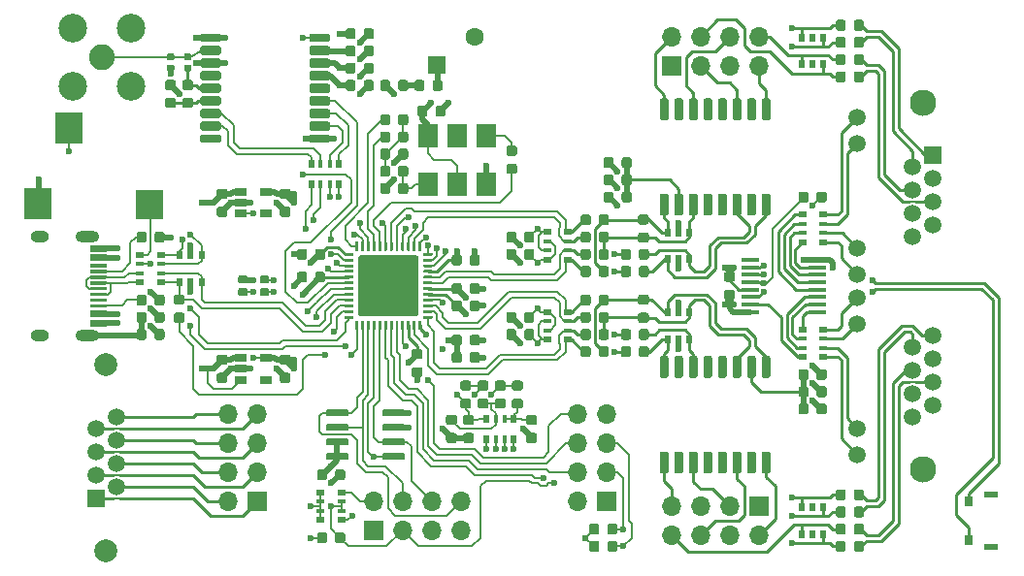
<source format=gbr>
G04 #@! TF.GenerationSoftware,KiCad,Pcbnew,5.1.5*
G04 #@! TF.CreationDate,2020-09-01T20:45:35+02:00*
G04 #@! TF.ProjectId,icE1usb,69634531-7573-4622-9e6b-696361645f70,1.0*
G04 #@! TF.SameCoordinates,Original*
G04 #@! TF.FileFunction,Copper,L1,Top*
G04 #@! TF.FilePolarity,Positive*
%FSLAX46Y46*%
G04 Gerber Fmt 4.6, Leading zero omitted, Abs format (unit mm)*
G04 Created by KiCad (PCBNEW 5.1.5) date 2020-09-01 20:45:35*
%MOMM*%
%LPD*%
G04 APERTURE LIST*
%ADD10C,0.100000*%
%ADD11R,0.500000X0.800000*%
%ADD12R,0.400000X0.800000*%
%ADD13R,2.400000X2.800000*%
%ADD14R,2.400000X2.500000*%
%ADD15C,1.500000*%
%ADD16C,2.300000*%
%ADD17R,1.500000X1.500000*%
%ADD18C,1.600000*%
%ADD19R,1.600000X1.600000*%
%ADD20R,0.800000X0.500000*%
%ADD21R,0.800000X0.400000*%
%ADD22R,1.500000X0.450000*%
%ADD23O,1.700000X1.700000*%
%ADD24R,1.700000X1.700000*%
%ADD25R,1.060000X0.650000*%
%ADD26C,2.250000*%
%ADD27C,2.500000*%
%ADD28R,0.510000X0.700000*%
%ADD29R,1.800000X2.000000*%
%ADD30R,0.800000X0.900000*%
%ADD31R,1.200000X0.600000*%
%ADD32C,2.000000*%
%ADD33O,2.100000X1.000000*%
%ADD34O,1.600000X1.000000*%
%ADD35C,0.600000*%
%ADD36C,0.500000*%
%ADD37C,0.250000*%
%ADD38C,0.200000*%
%ADD39C,0.175000*%
%ADD40C,0.300000*%
%ADD41C,0.150000*%
G04 APERTURE END LIST*
G04 #@! TA.AperFunction,SMDPad,CuDef*
D10*
G36*
X-14635297Y-14605722D02*
G01*
X-14620736Y-14607882D01*
X-14606457Y-14611459D01*
X-14592597Y-14616418D01*
X-14579290Y-14622712D01*
X-14566664Y-14630280D01*
X-14554841Y-14639048D01*
X-14543934Y-14648934D01*
X-14534048Y-14659841D01*
X-14525280Y-14671664D01*
X-14517712Y-14684290D01*
X-14511418Y-14697597D01*
X-14506459Y-14711457D01*
X-14502882Y-14725736D01*
X-14500722Y-14740297D01*
X-14500000Y-14755000D01*
X-14500000Y-15055000D01*
X-14500722Y-15069703D01*
X-14502882Y-15084264D01*
X-14506459Y-15098543D01*
X-14511418Y-15112403D01*
X-14517712Y-15125710D01*
X-14525280Y-15138336D01*
X-14534048Y-15150159D01*
X-14543934Y-15161066D01*
X-14554841Y-15170952D01*
X-14566664Y-15179720D01*
X-14579290Y-15187288D01*
X-14592597Y-15193582D01*
X-14606457Y-15198541D01*
X-14620736Y-15202118D01*
X-14635297Y-15204278D01*
X-14650000Y-15205000D01*
X-16300000Y-15205000D01*
X-16314703Y-15204278D01*
X-16329264Y-15202118D01*
X-16343543Y-15198541D01*
X-16357403Y-15193582D01*
X-16370710Y-15187288D01*
X-16383336Y-15179720D01*
X-16395159Y-15170952D01*
X-16406066Y-15161066D01*
X-16415952Y-15150159D01*
X-16424720Y-15138336D01*
X-16432288Y-15125710D01*
X-16438582Y-15112403D01*
X-16443541Y-15098543D01*
X-16447118Y-15084264D01*
X-16449278Y-15069703D01*
X-16450000Y-15055000D01*
X-16450000Y-14755000D01*
X-16449278Y-14740297D01*
X-16447118Y-14725736D01*
X-16443541Y-14711457D01*
X-16438582Y-14697597D01*
X-16432288Y-14684290D01*
X-16424720Y-14671664D01*
X-16415952Y-14659841D01*
X-16406066Y-14648934D01*
X-16395159Y-14639048D01*
X-16383336Y-14630280D01*
X-16370710Y-14622712D01*
X-16357403Y-14616418D01*
X-16343543Y-14611459D01*
X-16329264Y-14607882D01*
X-16314703Y-14605722D01*
X-16300000Y-14605000D01*
X-14650000Y-14605000D01*
X-14635297Y-14605722D01*
G37*
G04 #@! TD.AperFunction*
G04 #@! TA.AperFunction,SMDPad,CuDef*
G36*
X-14635297Y-13335722D02*
G01*
X-14620736Y-13337882D01*
X-14606457Y-13341459D01*
X-14592597Y-13346418D01*
X-14579290Y-13352712D01*
X-14566664Y-13360280D01*
X-14554841Y-13369048D01*
X-14543934Y-13378934D01*
X-14534048Y-13389841D01*
X-14525280Y-13401664D01*
X-14517712Y-13414290D01*
X-14511418Y-13427597D01*
X-14506459Y-13441457D01*
X-14502882Y-13455736D01*
X-14500722Y-13470297D01*
X-14500000Y-13485000D01*
X-14500000Y-13785000D01*
X-14500722Y-13799703D01*
X-14502882Y-13814264D01*
X-14506459Y-13828543D01*
X-14511418Y-13842403D01*
X-14517712Y-13855710D01*
X-14525280Y-13868336D01*
X-14534048Y-13880159D01*
X-14543934Y-13891066D01*
X-14554841Y-13900952D01*
X-14566664Y-13909720D01*
X-14579290Y-13917288D01*
X-14592597Y-13923582D01*
X-14606457Y-13928541D01*
X-14620736Y-13932118D01*
X-14635297Y-13934278D01*
X-14650000Y-13935000D01*
X-16300000Y-13935000D01*
X-16314703Y-13934278D01*
X-16329264Y-13932118D01*
X-16343543Y-13928541D01*
X-16357403Y-13923582D01*
X-16370710Y-13917288D01*
X-16383336Y-13909720D01*
X-16395159Y-13900952D01*
X-16406066Y-13891066D01*
X-16415952Y-13880159D01*
X-16424720Y-13868336D01*
X-16432288Y-13855710D01*
X-16438582Y-13842403D01*
X-16443541Y-13828543D01*
X-16447118Y-13814264D01*
X-16449278Y-13799703D01*
X-16450000Y-13785000D01*
X-16450000Y-13485000D01*
X-16449278Y-13470297D01*
X-16447118Y-13455736D01*
X-16443541Y-13441457D01*
X-16438582Y-13427597D01*
X-16432288Y-13414290D01*
X-16424720Y-13401664D01*
X-16415952Y-13389841D01*
X-16406066Y-13378934D01*
X-16395159Y-13369048D01*
X-16383336Y-13360280D01*
X-16370710Y-13352712D01*
X-16357403Y-13346418D01*
X-16343543Y-13341459D01*
X-16329264Y-13337882D01*
X-16314703Y-13335722D01*
X-16300000Y-13335000D01*
X-14650000Y-13335000D01*
X-14635297Y-13335722D01*
G37*
G04 #@! TD.AperFunction*
G04 #@! TA.AperFunction,SMDPad,CuDef*
G36*
X-14635297Y-12065722D02*
G01*
X-14620736Y-12067882D01*
X-14606457Y-12071459D01*
X-14592597Y-12076418D01*
X-14579290Y-12082712D01*
X-14566664Y-12090280D01*
X-14554841Y-12099048D01*
X-14543934Y-12108934D01*
X-14534048Y-12119841D01*
X-14525280Y-12131664D01*
X-14517712Y-12144290D01*
X-14511418Y-12157597D01*
X-14506459Y-12171457D01*
X-14502882Y-12185736D01*
X-14500722Y-12200297D01*
X-14500000Y-12215000D01*
X-14500000Y-12515000D01*
X-14500722Y-12529703D01*
X-14502882Y-12544264D01*
X-14506459Y-12558543D01*
X-14511418Y-12572403D01*
X-14517712Y-12585710D01*
X-14525280Y-12598336D01*
X-14534048Y-12610159D01*
X-14543934Y-12621066D01*
X-14554841Y-12630952D01*
X-14566664Y-12639720D01*
X-14579290Y-12647288D01*
X-14592597Y-12653582D01*
X-14606457Y-12658541D01*
X-14620736Y-12662118D01*
X-14635297Y-12664278D01*
X-14650000Y-12665000D01*
X-16300000Y-12665000D01*
X-16314703Y-12664278D01*
X-16329264Y-12662118D01*
X-16343543Y-12658541D01*
X-16357403Y-12653582D01*
X-16370710Y-12647288D01*
X-16383336Y-12639720D01*
X-16395159Y-12630952D01*
X-16406066Y-12621066D01*
X-16415952Y-12610159D01*
X-16424720Y-12598336D01*
X-16432288Y-12585710D01*
X-16438582Y-12572403D01*
X-16443541Y-12558543D01*
X-16447118Y-12544264D01*
X-16449278Y-12529703D01*
X-16450000Y-12515000D01*
X-16450000Y-12215000D01*
X-16449278Y-12200297D01*
X-16447118Y-12185736D01*
X-16443541Y-12171457D01*
X-16438582Y-12157597D01*
X-16432288Y-12144290D01*
X-16424720Y-12131664D01*
X-16415952Y-12119841D01*
X-16406066Y-12108934D01*
X-16395159Y-12099048D01*
X-16383336Y-12090280D01*
X-16370710Y-12082712D01*
X-16357403Y-12076418D01*
X-16343543Y-12071459D01*
X-16329264Y-12067882D01*
X-16314703Y-12065722D01*
X-16300000Y-12065000D01*
X-14650000Y-12065000D01*
X-14635297Y-12065722D01*
G37*
G04 #@! TD.AperFunction*
G04 #@! TA.AperFunction,SMDPad,CuDef*
G36*
X-14635297Y-10795722D02*
G01*
X-14620736Y-10797882D01*
X-14606457Y-10801459D01*
X-14592597Y-10806418D01*
X-14579290Y-10812712D01*
X-14566664Y-10820280D01*
X-14554841Y-10829048D01*
X-14543934Y-10838934D01*
X-14534048Y-10849841D01*
X-14525280Y-10861664D01*
X-14517712Y-10874290D01*
X-14511418Y-10887597D01*
X-14506459Y-10901457D01*
X-14502882Y-10915736D01*
X-14500722Y-10930297D01*
X-14500000Y-10945000D01*
X-14500000Y-11245000D01*
X-14500722Y-11259703D01*
X-14502882Y-11274264D01*
X-14506459Y-11288543D01*
X-14511418Y-11302403D01*
X-14517712Y-11315710D01*
X-14525280Y-11328336D01*
X-14534048Y-11340159D01*
X-14543934Y-11351066D01*
X-14554841Y-11360952D01*
X-14566664Y-11369720D01*
X-14579290Y-11377288D01*
X-14592597Y-11383582D01*
X-14606457Y-11388541D01*
X-14620736Y-11392118D01*
X-14635297Y-11394278D01*
X-14650000Y-11395000D01*
X-16300000Y-11395000D01*
X-16314703Y-11394278D01*
X-16329264Y-11392118D01*
X-16343543Y-11388541D01*
X-16357403Y-11383582D01*
X-16370710Y-11377288D01*
X-16383336Y-11369720D01*
X-16395159Y-11360952D01*
X-16406066Y-11351066D01*
X-16415952Y-11340159D01*
X-16424720Y-11328336D01*
X-16432288Y-11315710D01*
X-16438582Y-11302403D01*
X-16443541Y-11288543D01*
X-16447118Y-11274264D01*
X-16449278Y-11259703D01*
X-16450000Y-11245000D01*
X-16450000Y-10945000D01*
X-16449278Y-10930297D01*
X-16447118Y-10915736D01*
X-16443541Y-10901457D01*
X-16438582Y-10887597D01*
X-16432288Y-10874290D01*
X-16424720Y-10861664D01*
X-16415952Y-10849841D01*
X-16406066Y-10838934D01*
X-16395159Y-10829048D01*
X-16383336Y-10820280D01*
X-16370710Y-10812712D01*
X-16357403Y-10806418D01*
X-16343543Y-10801459D01*
X-16329264Y-10797882D01*
X-16314703Y-10795722D01*
X-16300000Y-10795000D01*
X-14650000Y-10795000D01*
X-14635297Y-10795722D01*
G37*
G04 #@! TD.AperFunction*
G04 #@! TA.AperFunction,SMDPad,CuDef*
G36*
X-9685297Y-10795722D02*
G01*
X-9670736Y-10797882D01*
X-9656457Y-10801459D01*
X-9642597Y-10806418D01*
X-9629290Y-10812712D01*
X-9616664Y-10820280D01*
X-9604841Y-10829048D01*
X-9593934Y-10838934D01*
X-9584048Y-10849841D01*
X-9575280Y-10861664D01*
X-9567712Y-10874290D01*
X-9561418Y-10887597D01*
X-9556459Y-10901457D01*
X-9552882Y-10915736D01*
X-9550722Y-10930297D01*
X-9550000Y-10945000D01*
X-9550000Y-11245000D01*
X-9550722Y-11259703D01*
X-9552882Y-11274264D01*
X-9556459Y-11288543D01*
X-9561418Y-11302403D01*
X-9567712Y-11315710D01*
X-9575280Y-11328336D01*
X-9584048Y-11340159D01*
X-9593934Y-11351066D01*
X-9604841Y-11360952D01*
X-9616664Y-11369720D01*
X-9629290Y-11377288D01*
X-9642597Y-11383582D01*
X-9656457Y-11388541D01*
X-9670736Y-11392118D01*
X-9685297Y-11394278D01*
X-9700000Y-11395000D01*
X-11350000Y-11395000D01*
X-11364703Y-11394278D01*
X-11379264Y-11392118D01*
X-11393543Y-11388541D01*
X-11407403Y-11383582D01*
X-11420710Y-11377288D01*
X-11433336Y-11369720D01*
X-11445159Y-11360952D01*
X-11456066Y-11351066D01*
X-11465952Y-11340159D01*
X-11474720Y-11328336D01*
X-11482288Y-11315710D01*
X-11488582Y-11302403D01*
X-11493541Y-11288543D01*
X-11497118Y-11274264D01*
X-11499278Y-11259703D01*
X-11500000Y-11245000D01*
X-11500000Y-10945000D01*
X-11499278Y-10930297D01*
X-11497118Y-10915736D01*
X-11493541Y-10901457D01*
X-11488582Y-10887597D01*
X-11482288Y-10874290D01*
X-11474720Y-10861664D01*
X-11465952Y-10849841D01*
X-11456066Y-10838934D01*
X-11445159Y-10829048D01*
X-11433336Y-10820280D01*
X-11420710Y-10812712D01*
X-11407403Y-10806418D01*
X-11393543Y-10801459D01*
X-11379264Y-10797882D01*
X-11364703Y-10795722D01*
X-11350000Y-10795000D01*
X-9700000Y-10795000D01*
X-9685297Y-10795722D01*
G37*
G04 #@! TD.AperFunction*
G04 #@! TA.AperFunction,SMDPad,CuDef*
G36*
X-9685297Y-12065722D02*
G01*
X-9670736Y-12067882D01*
X-9656457Y-12071459D01*
X-9642597Y-12076418D01*
X-9629290Y-12082712D01*
X-9616664Y-12090280D01*
X-9604841Y-12099048D01*
X-9593934Y-12108934D01*
X-9584048Y-12119841D01*
X-9575280Y-12131664D01*
X-9567712Y-12144290D01*
X-9561418Y-12157597D01*
X-9556459Y-12171457D01*
X-9552882Y-12185736D01*
X-9550722Y-12200297D01*
X-9550000Y-12215000D01*
X-9550000Y-12515000D01*
X-9550722Y-12529703D01*
X-9552882Y-12544264D01*
X-9556459Y-12558543D01*
X-9561418Y-12572403D01*
X-9567712Y-12585710D01*
X-9575280Y-12598336D01*
X-9584048Y-12610159D01*
X-9593934Y-12621066D01*
X-9604841Y-12630952D01*
X-9616664Y-12639720D01*
X-9629290Y-12647288D01*
X-9642597Y-12653582D01*
X-9656457Y-12658541D01*
X-9670736Y-12662118D01*
X-9685297Y-12664278D01*
X-9700000Y-12665000D01*
X-11350000Y-12665000D01*
X-11364703Y-12664278D01*
X-11379264Y-12662118D01*
X-11393543Y-12658541D01*
X-11407403Y-12653582D01*
X-11420710Y-12647288D01*
X-11433336Y-12639720D01*
X-11445159Y-12630952D01*
X-11456066Y-12621066D01*
X-11465952Y-12610159D01*
X-11474720Y-12598336D01*
X-11482288Y-12585710D01*
X-11488582Y-12572403D01*
X-11493541Y-12558543D01*
X-11497118Y-12544264D01*
X-11499278Y-12529703D01*
X-11500000Y-12515000D01*
X-11500000Y-12215000D01*
X-11499278Y-12200297D01*
X-11497118Y-12185736D01*
X-11493541Y-12171457D01*
X-11488582Y-12157597D01*
X-11482288Y-12144290D01*
X-11474720Y-12131664D01*
X-11465952Y-12119841D01*
X-11456066Y-12108934D01*
X-11445159Y-12099048D01*
X-11433336Y-12090280D01*
X-11420710Y-12082712D01*
X-11407403Y-12076418D01*
X-11393543Y-12071459D01*
X-11379264Y-12067882D01*
X-11364703Y-12065722D01*
X-11350000Y-12065000D01*
X-9700000Y-12065000D01*
X-9685297Y-12065722D01*
G37*
G04 #@! TD.AperFunction*
G04 #@! TA.AperFunction,SMDPad,CuDef*
G36*
X-9685297Y-13335722D02*
G01*
X-9670736Y-13337882D01*
X-9656457Y-13341459D01*
X-9642597Y-13346418D01*
X-9629290Y-13352712D01*
X-9616664Y-13360280D01*
X-9604841Y-13369048D01*
X-9593934Y-13378934D01*
X-9584048Y-13389841D01*
X-9575280Y-13401664D01*
X-9567712Y-13414290D01*
X-9561418Y-13427597D01*
X-9556459Y-13441457D01*
X-9552882Y-13455736D01*
X-9550722Y-13470297D01*
X-9550000Y-13485000D01*
X-9550000Y-13785000D01*
X-9550722Y-13799703D01*
X-9552882Y-13814264D01*
X-9556459Y-13828543D01*
X-9561418Y-13842403D01*
X-9567712Y-13855710D01*
X-9575280Y-13868336D01*
X-9584048Y-13880159D01*
X-9593934Y-13891066D01*
X-9604841Y-13900952D01*
X-9616664Y-13909720D01*
X-9629290Y-13917288D01*
X-9642597Y-13923582D01*
X-9656457Y-13928541D01*
X-9670736Y-13932118D01*
X-9685297Y-13934278D01*
X-9700000Y-13935000D01*
X-11350000Y-13935000D01*
X-11364703Y-13934278D01*
X-11379264Y-13932118D01*
X-11393543Y-13928541D01*
X-11407403Y-13923582D01*
X-11420710Y-13917288D01*
X-11433336Y-13909720D01*
X-11445159Y-13900952D01*
X-11456066Y-13891066D01*
X-11465952Y-13880159D01*
X-11474720Y-13868336D01*
X-11482288Y-13855710D01*
X-11488582Y-13842403D01*
X-11493541Y-13828543D01*
X-11497118Y-13814264D01*
X-11499278Y-13799703D01*
X-11500000Y-13785000D01*
X-11500000Y-13485000D01*
X-11499278Y-13470297D01*
X-11497118Y-13455736D01*
X-11493541Y-13441457D01*
X-11488582Y-13427597D01*
X-11482288Y-13414290D01*
X-11474720Y-13401664D01*
X-11465952Y-13389841D01*
X-11456066Y-13378934D01*
X-11445159Y-13369048D01*
X-11433336Y-13360280D01*
X-11420710Y-13352712D01*
X-11407403Y-13346418D01*
X-11393543Y-13341459D01*
X-11379264Y-13337882D01*
X-11364703Y-13335722D01*
X-11350000Y-13335000D01*
X-9700000Y-13335000D01*
X-9685297Y-13335722D01*
G37*
G04 #@! TD.AperFunction*
G04 #@! TA.AperFunction,SMDPad,CuDef*
G36*
X-9685297Y-14605722D02*
G01*
X-9670736Y-14607882D01*
X-9656457Y-14611459D01*
X-9642597Y-14616418D01*
X-9629290Y-14622712D01*
X-9616664Y-14630280D01*
X-9604841Y-14639048D01*
X-9593934Y-14648934D01*
X-9584048Y-14659841D01*
X-9575280Y-14671664D01*
X-9567712Y-14684290D01*
X-9561418Y-14697597D01*
X-9556459Y-14711457D01*
X-9552882Y-14725736D01*
X-9550722Y-14740297D01*
X-9550000Y-14755000D01*
X-9550000Y-15055000D01*
X-9550722Y-15069703D01*
X-9552882Y-15084264D01*
X-9556459Y-15098543D01*
X-9561418Y-15112403D01*
X-9567712Y-15125710D01*
X-9575280Y-15138336D01*
X-9584048Y-15150159D01*
X-9593934Y-15161066D01*
X-9604841Y-15170952D01*
X-9616664Y-15179720D01*
X-9629290Y-15187288D01*
X-9642597Y-15193582D01*
X-9656457Y-15198541D01*
X-9670736Y-15202118D01*
X-9685297Y-15204278D01*
X-9700000Y-15205000D01*
X-11350000Y-15205000D01*
X-11364703Y-15204278D01*
X-11379264Y-15202118D01*
X-11393543Y-15198541D01*
X-11407403Y-15193582D01*
X-11420710Y-15187288D01*
X-11433336Y-15179720D01*
X-11445159Y-15170952D01*
X-11456066Y-15161066D01*
X-11465952Y-15150159D01*
X-11474720Y-15138336D01*
X-11482288Y-15125710D01*
X-11488582Y-15112403D01*
X-11493541Y-15098543D01*
X-11497118Y-15084264D01*
X-11499278Y-15069703D01*
X-11500000Y-15055000D01*
X-11500000Y-14755000D01*
X-11499278Y-14740297D01*
X-11497118Y-14725736D01*
X-11493541Y-14711457D01*
X-11488582Y-14697597D01*
X-11482288Y-14684290D01*
X-11474720Y-14671664D01*
X-11465952Y-14659841D01*
X-11456066Y-14648934D01*
X-11445159Y-14639048D01*
X-11433336Y-14630280D01*
X-11420710Y-14622712D01*
X-11407403Y-14616418D01*
X-11393543Y-14611459D01*
X-11379264Y-14607882D01*
X-11364703Y-14605722D01*
X-11350000Y-14605000D01*
X-9700000Y-14605000D01*
X-9685297Y-14605722D01*
G37*
G04 #@! TD.AperFunction*
D11*
X-17700000Y8850000D03*
D12*
X-16900000Y8850000D03*
D11*
X-15300000Y8850000D03*
D12*
X-16100000Y8850000D03*
D11*
X-17700000Y10650000D03*
D12*
X-16100000Y10650000D03*
X-16900000Y10650000D03*
D11*
X-15300000Y10650000D03*
G04 #@! TA.AperFunction,SMDPad,CuDef*
D10*
G36*
X27027691Y8223947D02*
G01*
X27048926Y8220797D01*
X27069750Y8215581D01*
X27089962Y8208349D01*
X27109368Y8199170D01*
X27127781Y8188134D01*
X27145024Y8175346D01*
X27160930Y8160930D01*
X27175346Y8145024D01*
X27188134Y8127781D01*
X27199170Y8109368D01*
X27208349Y8089962D01*
X27215581Y8069750D01*
X27220797Y8048926D01*
X27223947Y8027691D01*
X27225000Y8006250D01*
X27225000Y7493750D01*
X27223947Y7472309D01*
X27220797Y7451074D01*
X27215581Y7430250D01*
X27208349Y7410038D01*
X27199170Y7390632D01*
X27188134Y7372219D01*
X27175346Y7354976D01*
X27160930Y7339070D01*
X27145024Y7324654D01*
X27127781Y7311866D01*
X27109368Y7300830D01*
X27089962Y7291651D01*
X27069750Y7284419D01*
X27048926Y7279203D01*
X27027691Y7276053D01*
X27006250Y7275000D01*
X26568750Y7275000D01*
X26547309Y7276053D01*
X26526074Y7279203D01*
X26505250Y7284419D01*
X26485038Y7291651D01*
X26465632Y7300830D01*
X26447219Y7311866D01*
X26429976Y7324654D01*
X26414070Y7339070D01*
X26399654Y7354976D01*
X26386866Y7372219D01*
X26375830Y7390632D01*
X26366651Y7410038D01*
X26359419Y7430250D01*
X26354203Y7451074D01*
X26351053Y7472309D01*
X26350000Y7493750D01*
X26350000Y8006250D01*
X26351053Y8027691D01*
X26354203Y8048926D01*
X26359419Y8069750D01*
X26366651Y8089962D01*
X26375830Y8109368D01*
X26386866Y8127781D01*
X26399654Y8145024D01*
X26414070Y8160930D01*
X26429976Y8175346D01*
X26447219Y8188134D01*
X26465632Y8199170D01*
X26485038Y8208349D01*
X26505250Y8215581D01*
X26526074Y8220797D01*
X26547309Y8223947D01*
X26568750Y8225000D01*
X27006250Y8225000D01*
X27027691Y8223947D01*
G37*
G04 #@! TD.AperFunction*
G04 #@! TA.AperFunction,SMDPad,CuDef*
G36*
X25452691Y8223947D02*
G01*
X25473926Y8220797D01*
X25494750Y8215581D01*
X25514962Y8208349D01*
X25534368Y8199170D01*
X25552781Y8188134D01*
X25570024Y8175346D01*
X25585930Y8160930D01*
X25600346Y8145024D01*
X25613134Y8127781D01*
X25624170Y8109368D01*
X25633349Y8089962D01*
X25640581Y8069750D01*
X25645797Y8048926D01*
X25648947Y8027691D01*
X25650000Y8006250D01*
X25650000Y7493750D01*
X25648947Y7472309D01*
X25645797Y7451074D01*
X25640581Y7430250D01*
X25633349Y7410038D01*
X25624170Y7390632D01*
X25613134Y7372219D01*
X25600346Y7354976D01*
X25585930Y7339070D01*
X25570024Y7324654D01*
X25552781Y7311866D01*
X25534368Y7300830D01*
X25514962Y7291651D01*
X25494750Y7284419D01*
X25473926Y7279203D01*
X25452691Y7276053D01*
X25431250Y7275000D01*
X24993750Y7275000D01*
X24972309Y7276053D01*
X24951074Y7279203D01*
X24930250Y7284419D01*
X24910038Y7291651D01*
X24890632Y7300830D01*
X24872219Y7311866D01*
X24854976Y7324654D01*
X24839070Y7339070D01*
X24824654Y7354976D01*
X24811866Y7372219D01*
X24800830Y7390632D01*
X24791651Y7410038D01*
X24784419Y7430250D01*
X24779203Y7451074D01*
X24776053Y7472309D01*
X24775000Y7493750D01*
X24775000Y8006250D01*
X24776053Y8027691D01*
X24779203Y8048926D01*
X24784419Y8069750D01*
X24791651Y8089962D01*
X24800830Y8109368D01*
X24811866Y8127781D01*
X24824654Y8145024D01*
X24839070Y8160930D01*
X24854976Y8175346D01*
X24872219Y8188134D01*
X24890632Y8199170D01*
X24910038Y8208349D01*
X24930250Y8215581D01*
X24951074Y8220797D01*
X24972309Y8223947D01*
X24993750Y8225000D01*
X25431250Y8225000D01*
X25452691Y8223947D01*
G37*
G04 #@! TD.AperFunction*
G04 #@! TA.AperFunction,SMDPad,CuDef*
G36*
X-18297309Y1223947D02*
G01*
X-18276074Y1220797D01*
X-18255250Y1215581D01*
X-18235038Y1208349D01*
X-18215632Y1199170D01*
X-18197219Y1188134D01*
X-18179976Y1175346D01*
X-18164070Y1160930D01*
X-18149654Y1145024D01*
X-18136866Y1127781D01*
X-18125830Y1109368D01*
X-18116651Y1089962D01*
X-18109419Y1069750D01*
X-18104203Y1048926D01*
X-18101053Y1027691D01*
X-18100000Y1006250D01*
X-18100000Y493750D01*
X-18101053Y472309D01*
X-18104203Y451074D01*
X-18109419Y430250D01*
X-18116651Y410038D01*
X-18125830Y390632D01*
X-18136866Y372219D01*
X-18149654Y354976D01*
X-18164070Y339070D01*
X-18179976Y324654D01*
X-18197219Y311866D01*
X-18215632Y300830D01*
X-18235038Y291651D01*
X-18255250Y284419D01*
X-18276074Y279203D01*
X-18297309Y276053D01*
X-18318750Y275000D01*
X-18756250Y275000D01*
X-18777691Y276053D01*
X-18798926Y279203D01*
X-18819750Y284419D01*
X-18839962Y291651D01*
X-18859368Y300830D01*
X-18877781Y311866D01*
X-18895024Y324654D01*
X-18910930Y339070D01*
X-18925346Y354976D01*
X-18938134Y372219D01*
X-18949170Y390632D01*
X-18958349Y410038D01*
X-18965581Y430250D01*
X-18970797Y451074D01*
X-18973947Y472309D01*
X-18975000Y493750D01*
X-18975000Y1006250D01*
X-18973947Y1027691D01*
X-18970797Y1048926D01*
X-18965581Y1069750D01*
X-18958349Y1089962D01*
X-18949170Y1109368D01*
X-18938134Y1127781D01*
X-18925346Y1145024D01*
X-18910930Y1160930D01*
X-18895024Y1175346D01*
X-18877781Y1188134D01*
X-18859368Y1199170D01*
X-18839962Y1208349D01*
X-18819750Y1215581D01*
X-18798926Y1220797D01*
X-18777691Y1223947D01*
X-18756250Y1225000D01*
X-18318750Y1225000D01*
X-18297309Y1223947D01*
G37*
G04 #@! TD.AperFunction*
G04 #@! TA.AperFunction,SMDPad,CuDef*
G36*
X-16722309Y1223947D02*
G01*
X-16701074Y1220797D01*
X-16680250Y1215581D01*
X-16660038Y1208349D01*
X-16640632Y1199170D01*
X-16622219Y1188134D01*
X-16604976Y1175346D01*
X-16589070Y1160930D01*
X-16574654Y1145024D01*
X-16561866Y1127781D01*
X-16550830Y1109368D01*
X-16541651Y1089962D01*
X-16534419Y1069750D01*
X-16529203Y1048926D01*
X-16526053Y1027691D01*
X-16525000Y1006250D01*
X-16525000Y493750D01*
X-16526053Y472309D01*
X-16529203Y451074D01*
X-16534419Y430250D01*
X-16541651Y410038D01*
X-16550830Y390632D01*
X-16561866Y372219D01*
X-16574654Y354976D01*
X-16589070Y339070D01*
X-16604976Y324654D01*
X-16622219Y311866D01*
X-16640632Y300830D01*
X-16660038Y291651D01*
X-16680250Y284419D01*
X-16701074Y279203D01*
X-16722309Y276053D01*
X-16743750Y275000D01*
X-17181250Y275000D01*
X-17202691Y276053D01*
X-17223926Y279203D01*
X-17244750Y284419D01*
X-17264962Y291651D01*
X-17284368Y300830D01*
X-17302781Y311866D01*
X-17320024Y324654D01*
X-17335930Y339070D01*
X-17350346Y354976D01*
X-17363134Y372219D01*
X-17374170Y390632D01*
X-17383349Y410038D01*
X-17390581Y430250D01*
X-17395797Y451074D01*
X-17398947Y472309D01*
X-17400000Y493750D01*
X-17400000Y1006250D01*
X-17398947Y1027691D01*
X-17395797Y1048926D01*
X-17390581Y1069750D01*
X-17383349Y1089962D01*
X-17374170Y1109368D01*
X-17363134Y1127781D01*
X-17350346Y1145024D01*
X-17335930Y1160930D01*
X-17320024Y1175346D01*
X-17302781Y1188134D01*
X-17284368Y1199170D01*
X-17264962Y1208349D01*
X-17244750Y1215581D01*
X-17223926Y1220797D01*
X-17202691Y1223947D01*
X-17181250Y1225000D01*
X-16743750Y1225000D01*
X-16722309Y1223947D01*
G37*
G04 #@! TD.AperFunction*
D11*
X-2450000Y-13400000D03*
D12*
X-1650000Y-13400000D03*
D11*
X-50000Y-13400000D03*
D12*
X-850000Y-13400000D03*
D11*
X-2450000Y-11600000D03*
D12*
X-850000Y-11600000D03*
X-1650000Y-11600000D03*
D11*
X-50000Y-11600000D03*
G04 #@! TA.AperFunction,SMDPad,CuDef*
D10*
G36*
X-3972309Y-9851053D02*
G01*
X-3951074Y-9854203D01*
X-3930250Y-9859419D01*
X-3910038Y-9866651D01*
X-3890632Y-9875830D01*
X-3872219Y-9886866D01*
X-3854976Y-9899654D01*
X-3839070Y-9914070D01*
X-3824654Y-9929976D01*
X-3811866Y-9947219D01*
X-3800830Y-9965632D01*
X-3791651Y-9985038D01*
X-3784419Y-10005250D01*
X-3779203Y-10026074D01*
X-3776053Y-10047309D01*
X-3775000Y-10068750D01*
X-3775000Y-10506250D01*
X-3776053Y-10527691D01*
X-3779203Y-10548926D01*
X-3784419Y-10569750D01*
X-3791651Y-10589962D01*
X-3800830Y-10609368D01*
X-3811866Y-10627781D01*
X-3824654Y-10645024D01*
X-3839070Y-10660930D01*
X-3854976Y-10675346D01*
X-3872219Y-10688134D01*
X-3890632Y-10699170D01*
X-3910038Y-10708349D01*
X-3930250Y-10715581D01*
X-3951074Y-10720797D01*
X-3972309Y-10723947D01*
X-3993750Y-10725000D01*
X-4506250Y-10725000D01*
X-4527691Y-10723947D01*
X-4548926Y-10720797D01*
X-4569750Y-10715581D01*
X-4589962Y-10708349D01*
X-4609368Y-10699170D01*
X-4627781Y-10688134D01*
X-4645024Y-10675346D01*
X-4660930Y-10660930D01*
X-4675346Y-10645024D01*
X-4688134Y-10627781D01*
X-4699170Y-10609368D01*
X-4708349Y-10589962D01*
X-4715581Y-10569750D01*
X-4720797Y-10548926D01*
X-4723947Y-10527691D01*
X-4725000Y-10506250D01*
X-4725000Y-10068750D01*
X-4723947Y-10047309D01*
X-4720797Y-10026074D01*
X-4715581Y-10005250D01*
X-4708349Y-9985038D01*
X-4699170Y-9965632D01*
X-4688134Y-9947219D01*
X-4675346Y-9929976D01*
X-4660930Y-9914070D01*
X-4645024Y-9899654D01*
X-4627781Y-9886866D01*
X-4609368Y-9875830D01*
X-4589962Y-9866651D01*
X-4569750Y-9859419D01*
X-4548926Y-9854203D01*
X-4527691Y-9851053D01*
X-4506250Y-9850000D01*
X-3993750Y-9850000D01*
X-3972309Y-9851053D01*
G37*
G04 #@! TD.AperFunction*
G04 #@! TA.AperFunction,SMDPad,CuDef*
G36*
X-3972309Y-8276053D02*
G01*
X-3951074Y-8279203D01*
X-3930250Y-8284419D01*
X-3910038Y-8291651D01*
X-3890632Y-8300830D01*
X-3872219Y-8311866D01*
X-3854976Y-8324654D01*
X-3839070Y-8339070D01*
X-3824654Y-8354976D01*
X-3811866Y-8372219D01*
X-3800830Y-8390632D01*
X-3791651Y-8410038D01*
X-3784419Y-8430250D01*
X-3779203Y-8451074D01*
X-3776053Y-8472309D01*
X-3775000Y-8493750D01*
X-3775000Y-8931250D01*
X-3776053Y-8952691D01*
X-3779203Y-8973926D01*
X-3784419Y-8994750D01*
X-3791651Y-9014962D01*
X-3800830Y-9034368D01*
X-3811866Y-9052781D01*
X-3824654Y-9070024D01*
X-3839070Y-9085930D01*
X-3854976Y-9100346D01*
X-3872219Y-9113134D01*
X-3890632Y-9124170D01*
X-3910038Y-9133349D01*
X-3930250Y-9140581D01*
X-3951074Y-9145797D01*
X-3972309Y-9148947D01*
X-3993750Y-9150000D01*
X-4506250Y-9150000D01*
X-4527691Y-9148947D01*
X-4548926Y-9145797D01*
X-4569750Y-9140581D01*
X-4589962Y-9133349D01*
X-4609368Y-9124170D01*
X-4627781Y-9113134D01*
X-4645024Y-9100346D01*
X-4660930Y-9085930D01*
X-4675346Y-9070024D01*
X-4688134Y-9052781D01*
X-4699170Y-9034368D01*
X-4708349Y-9014962D01*
X-4715581Y-8994750D01*
X-4720797Y-8973926D01*
X-4723947Y-8952691D01*
X-4725000Y-8931250D01*
X-4725000Y-8493750D01*
X-4723947Y-8472309D01*
X-4720797Y-8451074D01*
X-4715581Y-8430250D01*
X-4708349Y-8410038D01*
X-4699170Y-8390632D01*
X-4688134Y-8372219D01*
X-4675346Y-8354976D01*
X-4660930Y-8339070D01*
X-4645024Y-8324654D01*
X-4627781Y-8311866D01*
X-4609368Y-8300830D01*
X-4589962Y-8291651D01*
X-4569750Y-8284419D01*
X-4548926Y-8279203D01*
X-4527691Y-8276053D01*
X-4506250Y-8275000D01*
X-3993750Y-8275000D01*
X-3972309Y-8276053D01*
G37*
G04 #@! TD.AperFunction*
G04 #@! TA.AperFunction,SMDPad,CuDef*
G36*
X-2472309Y-9851053D02*
G01*
X-2451074Y-9854203D01*
X-2430250Y-9859419D01*
X-2410038Y-9866651D01*
X-2390632Y-9875830D01*
X-2372219Y-9886866D01*
X-2354976Y-9899654D01*
X-2339070Y-9914070D01*
X-2324654Y-9929976D01*
X-2311866Y-9947219D01*
X-2300830Y-9965632D01*
X-2291651Y-9985038D01*
X-2284419Y-10005250D01*
X-2279203Y-10026074D01*
X-2276053Y-10047309D01*
X-2275000Y-10068750D01*
X-2275000Y-10506250D01*
X-2276053Y-10527691D01*
X-2279203Y-10548926D01*
X-2284419Y-10569750D01*
X-2291651Y-10589962D01*
X-2300830Y-10609368D01*
X-2311866Y-10627781D01*
X-2324654Y-10645024D01*
X-2339070Y-10660930D01*
X-2354976Y-10675346D01*
X-2372219Y-10688134D01*
X-2390632Y-10699170D01*
X-2410038Y-10708349D01*
X-2430250Y-10715581D01*
X-2451074Y-10720797D01*
X-2472309Y-10723947D01*
X-2493750Y-10725000D01*
X-3006250Y-10725000D01*
X-3027691Y-10723947D01*
X-3048926Y-10720797D01*
X-3069750Y-10715581D01*
X-3089962Y-10708349D01*
X-3109368Y-10699170D01*
X-3127781Y-10688134D01*
X-3145024Y-10675346D01*
X-3160930Y-10660930D01*
X-3175346Y-10645024D01*
X-3188134Y-10627781D01*
X-3199170Y-10609368D01*
X-3208349Y-10589962D01*
X-3215581Y-10569750D01*
X-3220797Y-10548926D01*
X-3223947Y-10527691D01*
X-3225000Y-10506250D01*
X-3225000Y-10068750D01*
X-3223947Y-10047309D01*
X-3220797Y-10026074D01*
X-3215581Y-10005250D01*
X-3208349Y-9985038D01*
X-3199170Y-9965632D01*
X-3188134Y-9947219D01*
X-3175346Y-9929976D01*
X-3160930Y-9914070D01*
X-3145024Y-9899654D01*
X-3127781Y-9886866D01*
X-3109368Y-9875830D01*
X-3089962Y-9866651D01*
X-3069750Y-9859419D01*
X-3048926Y-9854203D01*
X-3027691Y-9851053D01*
X-3006250Y-9850000D01*
X-2493750Y-9850000D01*
X-2472309Y-9851053D01*
G37*
G04 #@! TD.AperFunction*
G04 #@! TA.AperFunction,SMDPad,CuDef*
G36*
X-2472309Y-8276053D02*
G01*
X-2451074Y-8279203D01*
X-2430250Y-8284419D01*
X-2410038Y-8291651D01*
X-2390632Y-8300830D01*
X-2372219Y-8311866D01*
X-2354976Y-8324654D01*
X-2339070Y-8339070D01*
X-2324654Y-8354976D01*
X-2311866Y-8372219D01*
X-2300830Y-8390632D01*
X-2291651Y-8410038D01*
X-2284419Y-8430250D01*
X-2279203Y-8451074D01*
X-2276053Y-8472309D01*
X-2275000Y-8493750D01*
X-2275000Y-8931250D01*
X-2276053Y-8952691D01*
X-2279203Y-8973926D01*
X-2284419Y-8994750D01*
X-2291651Y-9014962D01*
X-2300830Y-9034368D01*
X-2311866Y-9052781D01*
X-2324654Y-9070024D01*
X-2339070Y-9085930D01*
X-2354976Y-9100346D01*
X-2372219Y-9113134D01*
X-2390632Y-9124170D01*
X-2410038Y-9133349D01*
X-2430250Y-9140581D01*
X-2451074Y-9145797D01*
X-2472309Y-9148947D01*
X-2493750Y-9150000D01*
X-3006250Y-9150000D01*
X-3027691Y-9148947D01*
X-3048926Y-9145797D01*
X-3069750Y-9140581D01*
X-3089962Y-9133349D01*
X-3109368Y-9124170D01*
X-3127781Y-9113134D01*
X-3145024Y-9100346D01*
X-3160930Y-9085930D01*
X-3175346Y-9070024D01*
X-3188134Y-9052781D01*
X-3199170Y-9034368D01*
X-3208349Y-9014962D01*
X-3215581Y-8994750D01*
X-3220797Y-8973926D01*
X-3223947Y-8952691D01*
X-3225000Y-8931250D01*
X-3225000Y-8493750D01*
X-3223947Y-8472309D01*
X-3220797Y-8451074D01*
X-3215581Y-8430250D01*
X-3208349Y-8410038D01*
X-3199170Y-8390632D01*
X-3188134Y-8372219D01*
X-3175346Y-8354976D01*
X-3160930Y-8339070D01*
X-3145024Y-8324654D01*
X-3127781Y-8311866D01*
X-3109368Y-8300830D01*
X-3089962Y-8291651D01*
X-3069750Y-8284419D01*
X-3048926Y-8279203D01*
X-3027691Y-8276053D01*
X-3006250Y-8275000D01*
X-2493750Y-8275000D01*
X-2472309Y-8276053D01*
G37*
G04 #@! TD.AperFunction*
G04 #@! TA.AperFunction,SMDPad,CuDef*
G36*
X-972309Y-9851053D02*
G01*
X-951074Y-9854203D01*
X-930250Y-9859419D01*
X-910038Y-9866651D01*
X-890632Y-9875830D01*
X-872219Y-9886866D01*
X-854976Y-9899654D01*
X-839070Y-9914070D01*
X-824654Y-9929976D01*
X-811866Y-9947219D01*
X-800830Y-9965632D01*
X-791651Y-9985038D01*
X-784419Y-10005250D01*
X-779203Y-10026074D01*
X-776053Y-10047309D01*
X-775000Y-10068750D01*
X-775000Y-10506250D01*
X-776053Y-10527691D01*
X-779203Y-10548926D01*
X-784419Y-10569750D01*
X-791651Y-10589962D01*
X-800830Y-10609368D01*
X-811866Y-10627781D01*
X-824654Y-10645024D01*
X-839070Y-10660930D01*
X-854976Y-10675346D01*
X-872219Y-10688134D01*
X-890632Y-10699170D01*
X-910038Y-10708349D01*
X-930250Y-10715581D01*
X-951074Y-10720797D01*
X-972309Y-10723947D01*
X-993750Y-10725000D01*
X-1506250Y-10725000D01*
X-1527691Y-10723947D01*
X-1548926Y-10720797D01*
X-1569750Y-10715581D01*
X-1589962Y-10708349D01*
X-1609368Y-10699170D01*
X-1627781Y-10688134D01*
X-1645024Y-10675346D01*
X-1660930Y-10660930D01*
X-1675346Y-10645024D01*
X-1688134Y-10627781D01*
X-1699170Y-10609368D01*
X-1708349Y-10589962D01*
X-1715581Y-10569750D01*
X-1720797Y-10548926D01*
X-1723947Y-10527691D01*
X-1725000Y-10506250D01*
X-1725000Y-10068750D01*
X-1723947Y-10047309D01*
X-1720797Y-10026074D01*
X-1715581Y-10005250D01*
X-1708349Y-9985038D01*
X-1699170Y-9965632D01*
X-1688134Y-9947219D01*
X-1675346Y-9929976D01*
X-1660930Y-9914070D01*
X-1645024Y-9899654D01*
X-1627781Y-9886866D01*
X-1609368Y-9875830D01*
X-1589962Y-9866651D01*
X-1569750Y-9859419D01*
X-1548926Y-9854203D01*
X-1527691Y-9851053D01*
X-1506250Y-9850000D01*
X-993750Y-9850000D01*
X-972309Y-9851053D01*
G37*
G04 #@! TD.AperFunction*
G04 #@! TA.AperFunction,SMDPad,CuDef*
G36*
X-972309Y-8276053D02*
G01*
X-951074Y-8279203D01*
X-930250Y-8284419D01*
X-910038Y-8291651D01*
X-890632Y-8300830D01*
X-872219Y-8311866D01*
X-854976Y-8324654D01*
X-839070Y-8339070D01*
X-824654Y-8354976D01*
X-811866Y-8372219D01*
X-800830Y-8390632D01*
X-791651Y-8410038D01*
X-784419Y-8430250D01*
X-779203Y-8451074D01*
X-776053Y-8472309D01*
X-775000Y-8493750D01*
X-775000Y-8931250D01*
X-776053Y-8952691D01*
X-779203Y-8973926D01*
X-784419Y-8994750D01*
X-791651Y-9014962D01*
X-800830Y-9034368D01*
X-811866Y-9052781D01*
X-824654Y-9070024D01*
X-839070Y-9085930D01*
X-854976Y-9100346D01*
X-872219Y-9113134D01*
X-890632Y-9124170D01*
X-910038Y-9133349D01*
X-930250Y-9140581D01*
X-951074Y-9145797D01*
X-972309Y-9148947D01*
X-993750Y-9150000D01*
X-1506250Y-9150000D01*
X-1527691Y-9148947D01*
X-1548926Y-9145797D01*
X-1569750Y-9140581D01*
X-1589962Y-9133349D01*
X-1609368Y-9124170D01*
X-1627781Y-9113134D01*
X-1645024Y-9100346D01*
X-1660930Y-9085930D01*
X-1675346Y-9070024D01*
X-1688134Y-9052781D01*
X-1699170Y-9034368D01*
X-1708349Y-9014962D01*
X-1715581Y-8994750D01*
X-1720797Y-8973926D01*
X-1723947Y-8952691D01*
X-1725000Y-8931250D01*
X-1725000Y-8493750D01*
X-1723947Y-8472309D01*
X-1720797Y-8451074D01*
X-1715581Y-8430250D01*
X-1708349Y-8410038D01*
X-1699170Y-8390632D01*
X-1688134Y-8372219D01*
X-1675346Y-8354976D01*
X-1660930Y-8339070D01*
X-1645024Y-8324654D01*
X-1627781Y-8311866D01*
X-1609368Y-8300830D01*
X-1589962Y-8291651D01*
X-1569750Y-8284419D01*
X-1548926Y-8279203D01*
X-1527691Y-8276053D01*
X-1506250Y-8275000D01*
X-993750Y-8275000D01*
X-972309Y-8276053D01*
G37*
G04 #@! TD.AperFunction*
G04 #@! TA.AperFunction,SMDPad,CuDef*
G36*
X527691Y-9851053D02*
G01*
X548926Y-9854203D01*
X569750Y-9859419D01*
X589962Y-9866651D01*
X609368Y-9875830D01*
X627781Y-9886866D01*
X645024Y-9899654D01*
X660930Y-9914070D01*
X675346Y-9929976D01*
X688134Y-9947219D01*
X699170Y-9965632D01*
X708349Y-9985038D01*
X715581Y-10005250D01*
X720797Y-10026074D01*
X723947Y-10047309D01*
X725000Y-10068750D01*
X725000Y-10506250D01*
X723947Y-10527691D01*
X720797Y-10548926D01*
X715581Y-10569750D01*
X708349Y-10589962D01*
X699170Y-10609368D01*
X688134Y-10627781D01*
X675346Y-10645024D01*
X660930Y-10660930D01*
X645024Y-10675346D01*
X627781Y-10688134D01*
X609368Y-10699170D01*
X589962Y-10708349D01*
X569750Y-10715581D01*
X548926Y-10720797D01*
X527691Y-10723947D01*
X506250Y-10725000D01*
X-6250Y-10725000D01*
X-27691Y-10723947D01*
X-48926Y-10720797D01*
X-69750Y-10715581D01*
X-89962Y-10708349D01*
X-109368Y-10699170D01*
X-127781Y-10688134D01*
X-145024Y-10675346D01*
X-160930Y-10660930D01*
X-175346Y-10645024D01*
X-188134Y-10627781D01*
X-199170Y-10609368D01*
X-208349Y-10589962D01*
X-215581Y-10569750D01*
X-220797Y-10548926D01*
X-223947Y-10527691D01*
X-225000Y-10506250D01*
X-225000Y-10068750D01*
X-223947Y-10047309D01*
X-220797Y-10026074D01*
X-215581Y-10005250D01*
X-208349Y-9985038D01*
X-199170Y-9965632D01*
X-188134Y-9947219D01*
X-175346Y-9929976D01*
X-160930Y-9914070D01*
X-145024Y-9899654D01*
X-127781Y-9886866D01*
X-109368Y-9875830D01*
X-89962Y-9866651D01*
X-69750Y-9859419D01*
X-48926Y-9854203D01*
X-27691Y-9851053D01*
X-6250Y-9850000D01*
X506250Y-9850000D01*
X527691Y-9851053D01*
G37*
G04 #@! TD.AperFunction*
G04 #@! TA.AperFunction,SMDPad,CuDef*
G36*
X527691Y-8276053D02*
G01*
X548926Y-8279203D01*
X569750Y-8284419D01*
X589962Y-8291651D01*
X609368Y-8300830D01*
X627781Y-8311866D01*
X645024Y-8324654D01*
X660930Y-8339070D01*
X675346Y-8354976D01*
X688134Y-8372219D01*
X699170Y-8390632D01*
X708349Y-8410038D01*
X715581Y-8430250D01*
X720797Y-8451074D01*
X723947Y-8472309D01*
X725000Y-8493750D01*
X725000Y-8931250D01*
X723947Y-8952691D01*
X720797Y-8973926D01*
X715581Y-8994750D01*
X708349Y-9014962D01*
X699170Y-9034368D01*
X688134Y-9052781D01*
X675346Y-9070024D01*
X660930Y-9085930D01*
X645024Y-9100346D01*
X627781Y-9113134D01*
X609368Y-9124170D01*
X589962Y-9133349D01*
X569750Y-9140581D01*
X548926Y-9145797D01*
X527691Y-9148947D01*
X506250Y-9150000D01*
X-6250Y-9150000D01*
X-27691Y-9148947D01*
X-48926Y-9145797D01*
X-69750Y-9140581D01*
X-89962Y-9133349D01*
X-109368Y-9124170D01*
X-127781Y-9113134D01*
X-145024Y-9100346D01*
X-160930Y-9085930D01*
X-175346Y-9070024D01*
X-188134Y-9052781D01*
X-199170Y-9034368D01*
X-208349Y-9014962D01*
X-215581Y-8994750D01*
X-220797Y-8973926D01*
X-223947Y-8952691D01*
X-225000Y-8931250D01*
X-225000Y-8493750D01*
X-223947Y-8472309D01*
X-220797Y-8451074D01*
X-215581Y-8430250D01*
X-208349Y-8410038D01*
X-199170Y-8390632D01*
X-188134Y-8372219D01*
X-175346Y-8354976D01*
X-160930Y-8339070D01*
X-145024Y-8324654D01*
X-127781Y-8311866D01*
X-109368Y-8300830D01*
X-89962Y-8291651D01*
X-69750Y-8284419D01*
X-48926Y-8279203D01*
X-27691Y-8276053D01*
X-6250Y-8275000D01*
X506250Y-8275000D01*
X527691Y-8276053D01*
G37*
G04 #@! TD.AperFunction*
G04 #@! TA.AperFunction,SMDPad,CuDef*
G36*
X-3722309Y-12851053D02*
G01*
X-3701074Y-12854203D01*
X-3680250Y-12859419D01*
X-3660038Y-12866651D01*
X-3640632Y-12875830D01*
X-3622219Y-12886866D01*
X-3604976Y-12899654D01*
X-3589070Y-12914070D01*
X-3574654Y-12929976D01*
X-3561866Y-12947219D01*
X-3550830Y-12965632D01*
X-3541651Y-12985038D01*
X-3534419Y-13005250D01*
X-3529203Y-13026074D01*
X-3526053Y-13047309D01*
X-3525000Y-13068750D01*
X-3525000Y-13506250D01*
X-3526053Y-13527691D01*
X-3529203Y-13548926D01*
X-3534419Y-13569750D01*
X-3541651Y-13589962D01*
X-3550830Y-13609368D01*
X-3561866Y-13627781D01*
X-3574654Y-13645024D01*
X-3589070Y-13660930D01*
X-3604976Y-13675346D01*
X-3622219Y-13688134D01*
X-3640632Y-13699170D01*
X-3660038Y-13708349D01*
X-3680250Y-13715581D01*
X-3701074Y-13720797D01*
X-3722309Y-13723947D01*
X-3743750Y-13725000D01*
X-4256250Y-13725000D01*
X-4277691Y-13723947D01*
X-4298926Y-13720797D01*
X-4319750Y-13715581D01*
X-4339962Y-13708349D01*
X-4359368Y-13699170D01*
X-4377781Y-13688134D01*
X-4395024Y-13675346D01*
X-4410930Y-13660930D01*
X-4425346Y-13645024D01*
X-4438134Y-13627781D01*
X-4449170Y-13609368D01*
X-4458349Y-13589962D01*
X-4465581Y-13569750D01*
X-4470797Y-13548926D01*
X-4473947Y-13527691D01*
X-4475000Y-13506250D01*
X-4475000Y-13068750D01*
X-4473947Y-13047309D01*
X-4470797Y-13026074D01*
X-4465581Y-13005250D01*
X-4458349Y-12985038D01*
X-4449170Y-12965632D01*
X-4438134Y-12947219D01*
X-4425346Y-12929976D01*
X-4410930Y-12914070D01*
X-4395024Y-12899654D01*
X-4377781Y-12886866D01*
X-4359368Y-12875830D01*
X-4339962Y-12866651D01*
X-4319750Y-12859419D01*
X-4298926Y-12854203D01*
X-4277691Y-12851053D01*
X-4256250Y-12850000D01*
X-3743750Y-12850000D01*
X-3722309Y-12851053D01*
G37*
G04 #@! TD.AperFunction*
G04 #@! TA.AperFunction,SMDPad,CuDef*
G36*
X-3722309Y-11276053D02*
G01*
X-3701074Y-11279203D01*
X-3680250Y-11284419D01*
X-3660038Y-11291651D01*
X-3640632Y-11300830D01*
X-3622219Y-11311866D01*
X-3604976Y-11324654D01*
X-3589070Y-11339070D01*
X-3574654Y-11354976D01*
X-3561866Y-11372219D01*
X-3550830Y-11390632D01*
X-3541651Y-11410038D01*
X-3534419Y-11430250D01*
X-3529203Y-11451074D01*
X-3526053Y-11472309D01*
X-3525000Y-11493750D01*
X-3525000Y-11931250D01*
X-3526053Y-11952691D01*
X-3529203Y-11973926D01*
X-3534419Y-11994750D01*
X-3541651Y-12014962D01*
X-3550830Y-12034368D01*
X-3561866Y-12052781D01*
X-3574654Y-12070024D01*
X-3589070Y-12085930D01*
X-3604976Y-12100346D01*
X-3622219Y-12113134D01*
X-3640632Y-12124170D01*
X-3660038Y-12133349D01*
X-3680250Y-12140581D01*
X-3701074Y-12145797D01*
X-3722309Y-12148947D01*
X-3743750Y-12150000D01*
X-4256250Y-12150000D01*
X-4277691Y-12148947D01*
X-4298926Y-12145797D01*
X-4319750Y-12140581D01*
X-4339962Y-12133349D01*
X-4359368Y-12124170D01*
X-4377781Y-12113134D01*
X-4395024Y-12100346D01*
X-4410930Y-12085930D01*
X-4425346Y-12070024D01*
X-4438134Y-12052781D01*
X-4449170Y-12034368D01*
X-4458349Y-12014962D01*
X-4465581Y-11994750D01*
X-4470797Y-11973926D01*
X-4473947Y-11952691D01*
X-4475000Y-11931250D01*
X-4475000Y-11493750D01*
X-4473947Y-11472309D01*
X-4470797Y-11451074D01*
X-4465581Y-11430250D01*
X-4458349Y-11410038D01*
X-4449170Y-11390632D01*
X-4438134Y-11372219D01*
X-4425346Y-11354976D01*
X-4410930Y-11339070D01*
X-4395024Y-11324654D01*
X-4377781Y-11311866D01*
X-4359368Y-11300830D01*
X-4339962Y-11291651D01*
X-4319750Y-11284419D01*
X-4298926Y-11279203D01*
X-4277691Y-11276053D01*
X-4256250Y-11275000D01*
X-3743750Y-11275000D01*
X-3722309Y-11276053D01*
G37*
G04 #@! TD.AperFunction*
G04 #@! TA.AperFunction,SMDPad,CuDef*
G36*
X-5222309Y-12851053D02*
G01*
X-5201074Y-12854203D01*
X-5180250Y-12859419D01*
X-5160038Y-12866651D01*
X-5140632Y-12875830D01*
X-5122219Y-12886866D01*
X-5104976Y-12899654D01*
X-5089070Y-12914070D01*
X-5074654Y-12929976D01*
X-5061866Y-12947219D01*
X-5050830Y-12965632D01*
X-5041651Y-12985038D01*
X-5034419Y-13005250D01*
X-5029203Y-13026074D01*
X-5026053Y-13047309D01*
X-5025000Y-13068750D01*
X-5025000Y-13506250D01*
X-5026053Y-13527691D01*
X-5029203Y-13548926D01*
X-5034419Y-13569750D01*
X-5041651Y-13589962D01*
X-5050830Y-13609368D01*
X-5061866Y-13627781D01*
X-5074654Y-13645024D01*
X-5089070Y-13660930D01*
X-5104976Y-13675346D01*
X-5122219Y-13688134D01*
X-5140632Y-13699170D01*
X-5160038Y-13708349D01*
X-5180250Y-13715581D01*
X-5201074Y-13720797D01*
X-5222309Y-13723947D01*
X-5243750Y-13725000D01*
X-5756250Y-13725000D01*
X-5777691Y-13723947D01*
X-5798926Y-13720797D01*
X-5819750Y-13715581D01*
X-5839962Y-13708349D01*
X-5859368Y-13699170D01*
X-5877781Y-13688134D01*
X-5895024Y-13675346D01*
X-5910930Y-13660930D01*
X-5925346Y-13645024D01*
X-5938134Y-13627781D01*
X-5949170Y-13609368D01*
X-5958349Y-13589962D01*
X-5965581Y-13569750D01*
X-5970797Y-13548926D01*
X-5973947Y-13527691D01*
X-5975000Y-13506250D01*
X-5975000Y-13068750D01*
X-5973947Y-13047309D01*
X-5970797Y-13026074D01*
X-5965581Y-13005250D01*
X-5958349Y-12985038D01*
X-5949170Y-12965632D01*
X-5938134Y-12947219D01*
X-5925346Y-12929976D01*
X-5910930Y-12914070D01*
X-5895024Y-12899654D01*
X-5877781Y-12886866D01*
X-5859368Y-12875830D01*
X-5839962Y-12866651D01*
X-5819750Y-12859419D01*
X-5798926Y-12854203D01*
X-5777691Y-12851053D01*
X-5756250Y-12850000D01*
X-5243750Y-12850000D01*
X-5222309Y-12851053D01*
G37*
G04 #@! TD.AperFunction*
G04 #@! TA.AperFunction,SMDPad,CuDef*
G36*
X-5222309Y-11276053D02*
G01*
X-5201074Y-11279203D01*
X-5180250Y-11284419D01*
X-5160038Y-11291651D01*
X-5140632Y-11300830D01*
X-5122219Y-11311866D01*
X-5104976Y-11324654D01*
X-5089070Y-11339070D01*
X-5074654Y-11354976D01*
X-5061866Y-11372219D01*
X-5050830Y-11390632D01*
X-5041651Y-11410038D01*
X-5034419Y-11430250D01*
X-5029203Y-11451074D01*
X-5026053Y-11472309D01*
X-5025000Y-11493750D01*
X-5025000Y-11931250D01*
X-5026053Y-11952691D01*
X-5029203Y-11973926D01*
X-5034419Y-11994750D01*
X-5041651Y-12014962D01*
X-5050830Y-12034368D01*
X-5061866Y-12052781D01*
X-5074654Y-12070024D01*
X-5089070Y-12085930D01*
X-5104976Y-12100346D01*
X-5122219Y-12113134D01*
X-5140632Y-12124170D01*
X-5160038Y-12133349D01*
X-5180250Y-12140581D01*
X-5201074Y-12145797D01*
X-5222309Y-12148947D01*
X-5243750Y-12150000D01*
X-5756250Y-12150000D01*
X-5777691Y-12148947D01*
X-5798926Y-12145797D01*
X-5819750Y-12140581D01*
X-5839962Y-12133349D01*
X-5859368Y-12124170D01*
X-5877781Y-12113134D01*
X-5895024Y-12100346D01*
X-5910930Y-12085930D01*
X-5925346Y-12070024D01*
X-5938134Y-12052781D01*
X-5949170Y-12034368D01*
X-5958349Y-12014962D01*
X-5965581Y-11994750D01*
X-5970797Y-11973926D01*
X-5973947Y-11952691D01*
X-5975000Y-11931250D01*
X-5975000Y-11493750D01*
X-5973947Y-11472309D01*
X-5970797Y-11451074D01*
X-5965581Y-11430250D01*
X-5958349Y-11410038D01*
X-5949170Y-11390632D01*
X-5938134Y-11372219D01*
X-5925346Y-11354976D01*
X-5910930Y-11339070D01*
X-5895024Y-11324654D01*
X-5877781Y-11311866D01*
X-5859368Y-11300830D01*
X-5839962Y-11291651D01*
X-5819750Y-11284419D01*
X-5798926Y-11279203D01*
X-5777691Y-11276053D01*
X-5756250Y-11275000D01*
X-5243750Y-11275000D01*
X-5222309Y-11276053D01*
G37*
G04 #@! TD.AperFunction*
G04 #@! TA.AperFunction,SMDPad,CuDef*
G36*
X1777691Y-12851053D02*
G01*
X1798926Y-12854203D01*
X1819750Y-12859419D01*
X1839962Y-12866651D01*
X1859368Y-12875830D01*
X1877781Y-12886866D01*
X1895024Y-12899654D01*
X1910930Y-12914070D01*
X1925346Y-12929976D01*
X1938134Y-12947219D01*
X1949170Y-12965632D01*
X1958349Y-12985038D01*
X1965581Y-13005250D01*
X1970797Y-13026074D01*
X1973947Y-13047309D01*
X1975000Y-13068750D01*
X1975000Y-13506250D01*
X1973947Y-13527691D01*
X1970797Y-13548926D01*
X1965581Y-13569750D01*
X1958349Y-13589962D01*
X1949170Y-13609368D01*
X1938134Y-13627781D01*
X1925346Y-13645024D01*
X1910930Y-13660930D01*
X1895024Y-13675346D01*
X1877781Y-13688134D01*
X1859368Y-13699170D01*
X1839962Y-13708349D01*
X1819750Y-13715581D01*
X1798926Y-13720797D01*
X1777691Y-13723947D01*
X1756250Y-13725000D01*
X1243750Y-13725000D01*
X1222309Y-13723947D01*
X1201074Y-13720797D01*
X1180250Y-13715581D01*
X1160038Y-13708349D01*
X1140632Y-13699170D01*
X1122219Y-13688134D01*
X1104976Y-13675346D01*
X1089070Y-13660930D01*
X1074654Y-13645024D01*
X1061866Y-13627781D01*
X1050830Y-13609368D01*
X1041651Y-13589962D01*
X1034419Y-13569750D01*
X1029203Y-13548926D01*
X1026053Y-13527691D01*
X1025000Y-13506250D01*
X1025000Y-13068750D01*
X1026053Y-13047309D01*
X1029203Y-13026074D01*
X1034419Y-13005250D01*
X1041651Y-12985038D01*
X1050830Y-12965632D01*
X1061866Y-12947219D01*
X1074654Y-12929976D01*
X1089070Y-12914070D01*
X1104976Y-12899654D01*
X1122219Y-12886866D01*
X1140632Y-12875830D01*
X1160038Y-12866651D01*
X1180250Y-12859419D01*
X1201074Y-12854203D01*
X1222309Y-12851053D01*
X1243750Y-12850000D01*
X1756250Y-12850000D01*
X1777691Y-12851053D01*
G37*
G04 #@! TD.AperFunction*
G04 #@! TA.AperFunction,SMDPad,CuDef*
G36*
X1777691Y-11276053D02*
G01*
X1798926Y-11279203D01*
X1819750Y-11284419D01*
X1839962Y-11291651D01*
X1859368Y-11300830D01*
X1877781Y-11311866D01*
X1895024Y-11324654D01*
X1910930Y-11339070D01*
X1925346Y-11354976D01*
X1938134Y-11372219D01*
X1949170Y-11390632D01*
X1958349Y-11410038D01*
X1965581Y-11430250D01*
X1970797Y-11451074D01*
X1973947Y-11472309D01*
X1975000Y-11493750D01*
X1975000Y-11931250D01*
X1973947Y-11952691D01*
X1970797Y-11973926D01*
X1965581Y-11994750D01*
X1958349Y-12014962D01*
X1949170Y-12034368D01*
X1938134Y-12052781D01*
X1925346Y-12070024D01*
X1910930Y-12085930D01*
X1895024Y-12100346D01*
X1877781Y-12113134D01*
X1859368Y-12124170D01*
X1839962Y-12133349D01*
X1819750Y-12140581D01*
X1798926Y-12145797D01*
X1777691Y-12148947D01*
X1756250Y-12150000D01*
X1243750Y-12150000D01*
X1222309Y-12148947D01*
X1201074Y-12145797D01*
X1180250Y-12140581D01*
X1160038Y-12133349D01*
X1140632Y-12124170D01*
X1122219Y-12113134D01*
X1104976Y-12100346D01*
X1089070Y-12085930D01*
X1074654Y-12070024D01*
X1061866Y-12052781D01*
X1050830Y-12034368D01*
X1041651Y-12014962D01*
X1034419Y-11994750D01*
X1029203Y-11973926D01*
X1026053Y-11952691D01*
X1025000Y-11931250D01*
X1025000Y-11493750D01*
X1026053Y-11472309D01*
X1029203Y-11451074D01*
X1034419Y-11430250D01*
X1041651Y-11410038D01*
X1050830Y-11390632D01*
X1061866Y-11372219D01*
X1074654Y-11354976D01*
X1089070Y-11339070D01*
X1104976Y-11324654D01*
X1122219Y-11311866D01*
X1140632Y-11300830D01*
X1160038Y-11291651D01*
X1180250Y-11284419D01*
X1201074Y-11279203D01*
X1222309Y-11276053D01*
X1243750Y-11275000D01*
X1756250Y-11275000D01*
X1777691Y-11276053D01*
G37*
G04 #@! TD.AperFunction*
D13*
X-38850000Y13800000D03*
X-41550000Y7200000D03*
D14*
X-31850000Y7050000D03*
D15*
X36500000Y-10411000D03*
X34720000Y-9395000D03*
X36500000Y-8379000D03*
X34720000Y-7363000D03*
X34720000Y-11427000D03*
X36500000Y-4315000D03*
X34720000Y-5331000D03*
X36500000Y-6347000D03*
X29900000Y-1015000D03*
X29900000Y-14735000D03*
X29900000Y-12445000D03*
X29900000Y-3305000D03*
X29900000Y1015000D03*
X29900000Y3305000D03*
X29900000Y12445000D03*
X29900000Y14735000D03*
D16*
X35610000Y16005000D03*
X35610000Y-15995000D03*
D15*
X34720000Y4323000D03*
X34720000Y6355000D03*
X34720000Y8387000D03*
X34720000Y10419000D03*
X36500000Y5339000D03*
X36500000Y7371000D03*
X36500000Y9403000D03*
D17*
X36500000Y11435000D03*
G04 #@! TA.AperFunction,SMDPad,CuDef*
D10*
G36*
X7202691Y-20776053D02*
G01*
X7223926Y-20779203D01*
X7244750Y-20784419D01*
X7264962Y-20791651D01*
X7284368Y-20800830D01*
X7302781Y-20811866D01*
X7320024Y-20824654D01*
X7335930Y-20839070D01*
X7350346Y-20854976D01*
X7363134Y-20872219D01*
X7374170Y-20890632D01*
X7383349Y-20910038D01*
X7390581Y-20930250D01*
X7395797Y-20951074D01*
X7398947Y-20972309D01*
X7400000Y-20993750D01*
X7400000Y-21506250D01*
X7398947Y-21527691D01*
X7395797Y-21548926D01*
X7390581Y-21569750D01*
X7383349Y-21589962D01*
X7374170Y-21609368D01*
X7363134Y-21627781D01*
X7350346Y-21645024D01*
X7335930Y-21660930D01*
X7320024Y-21675346D01*
X7302781Y-21688134D01*
X7284368Y-21699170D01*
X7264962Y-21708349D01*
X7244750Y-21715581D01*
X7223926Y-21720797D01*
X7202691Y-21723947D01*
X7181250Y-21725000D01*
X6743750Y-21725000D01*
X6722309Y-21723947D01*
X6701074Y-21720797D01*
X6680250Y-21715581D01*
X6660038Y-21708349D01*
X6640632Y-21699170D01*
X6622219Y-21688134D01*
X6604976Y-21675346D01*
X6589070Y-21660930D01*
X6574654Y-21645024D01*
X6561866Y-21627781D01*
X6550830Y-21609368D01*
X6541651Y-21589962D01*
X6534419Y-21569750D01*
X6529203Y-21548926D01*
X6526053Y-21527691D01*
X6525000Y-21506250D01*
X6525000Y-20993750D01*
X6526053Y-20972309D01*
X6529203Y-20951074D01*
X6534419Y-20930250D01*
X6541651Y-20910038D01*
X6550830Y-20890632D01*
X6561866Y-20872219D01*
X6574654Y-20854976D01*
X6589070Y-20839070D01*
X6604976Y-20824654D01*
X6622219Y-20811866D01*
X6640632Y-20800830D01*
X6660038Y-20791651D01*
X6680250Y-20784419D01*
X6701074Y-20779203D01*
X6722309Y-20776053D01*
X6743750Y-20775000D01*
X7181250Y-20775000D01*
X7202691Y-20776053D01*
G37*
G04 #@! TD.AperFunction*
G04 #@! TA.AperFunction,SMDPad,CuDef*
G36*
X8777691Y-20776053D02*
G01*
X8798926Y-20779203D01*
X8819750Y-20784419D01*
X8839962Y-20791651D01*
X8859368Y-20800830D01*
X8877781Y-20811866D01*
X8895024Y-20824654D01*
X8910930Y-20839070D01*
X8925346Y-20854976D01*
X8938134Y-20872219D01*
X8949170Y-20890632D01*
X8958349Y-20910038D01*
X8965581Y-20930250D01*
X8970797Y-20951074D01*
X8973947Y-20972309D01*
X8975000Y-20993750D01*
X8975000Y-21506250D01*
X8973947Y-21527691D01*
X8970797Y-21548926D01*
X8965581Y-21569750D01*
X8958349Y-21589962D01*
X8949170Y-21609368D01*
X8938134Y-21627781D01*
X8925346Y-21645024D01*
X8910930Y-21660930D01*
X8895024Y-21675346D01*
X8877781Y-21688134D01*
X8859368Y-21699170D01*
X8839962Y-21708349D01*
X8819750Y-21715581D01*
X8798926Y-21720797D01*
X8777691Y-21723947D01*
X8756250Y-21725000D01*
X8318750Y-21725000D01*
X8297309Y-21723947D01*
X8276074Y-21720797D01*
X8255250Y-21715581D01*
X8235038Y-21708349D01*
X8215632Y-21699170D01*
X8197219Y-21688134D01*
X8179976Y-21675346D01*
X8164070Y-21660930D01*
X8149654Y-21645024D01*
X8136866Y-21627781D01*
X8125830Y-21609368D01*
X8116651Y-21589962D01*
X8109419Y-21569750D01*
X8104203Y-21548926D01*
X8101053Y-21527691D01*
X8100000Y-21506250D01*
X8100000Y-20993750D01*
X8101053Y-20972309D01*
X8104203Y-20951074D01*
X8109419Y-20930250D01*
X8116651Y-20910038D01*
X8125830Y-20890632D01*
X8136866Y-20872219D01*
X8149654Y-20854976D01*
X8164070Y-20839070D01*
X8179976Y-20824654D01*
X8197219Y-20811866D01*
X8215632Y-20800830D01*
X8235038Y-20791651D01*
X8255250Y-20784419D01*
X8276074Y-20779203D01*
X8297309Y-20776053D01*
X8318750Y-20775000D01*
X8756250Y-20775000D01*
X8777691Y-20776053D01*
G37*
G04 #@! TD.AperFunction*
G04 #@! TA.AperFunction,SMDPad,CuDef*
G36*
X7202691Y-22276053D02*
G01*
X7223926Y-22279203D01*
X7244750Y-22284419D01*
X7264962Y-22291651D01*
X7284368Y-22300830D01*
X7302781Y-22311866D01*
X7320024Y-22324654D01*
X7335930Y-22339070D01*
X7350346Y-22354976D01*
X7363134Y-22372219D01*
X7374170Y-22390632D01*
X7383349Y-22410038D01*
X7390581Y-22430250D01*
X7395797Y-22451074D01*
X7398947Y-22472309D01*
X7400000Y-22493750D01*
X7400000Y-23006250D01*
X7398947Y-23027691D01*
X7395797Y-23048926D01*
X7390581Y-23069750D01*
X7383349Y-23089962D01*
X7374170Y-23109368D01*
X7363134Y-23127781D01*
X7350346Y-23145024D01*
X7335930Y-23160930D01*
X7320024Y-23175346D01*
X7302781Y-23188134D01*
X7284368Y-23199170D01*
X7264962Y-23208349D01*
X7244750Y-23215581D01*
X7223926Y-23220797D01*
X7202691Y-23223947D01*
X7181250Y-23225000D01*
X6743750Y-23225000D01*
X6722309Y-23223947D01*
X6701074Y-23220797D01*
X6680250Y-23215581D01*
X6660038Y-23208349D01*
X6640632Y-23199170D01*
X6622219Y-23188134D01*
X6604976Y-23175346D01*
X6589070Y-23160930D01*
X6574654Y-23145024D01*
X6561866Y-23127781D01*
X6550830Y-23109368D01*
X6541651Y-23089962D01*
X6534419Y-23069750D01*
X6529203Y-23048926D01*
X6526053Y-23027691D01*
X6525000Y-23006250D01*
X6525000Y-22493750D01*
X6526053Y-22472309D01*
X6529203Y-22451074D01*
X6534419Y-22430250D01*
X6541651Y-22410038D01*
X6550830Y-22390632D01*
X6561866Y-22372219D01*
X6574654Y-22354976D01*
X6589070Y-22339070D01*
X6604976Y-22324654D01*
X6622219Y-22311866D01*
X6640632Y-22300830D01*
X6660038Y-22291651D01*
X6680250Y-22284419D01*
X6701074Y-22279203D01*
X6722309Y-22276053D01*
X6743750Y-22275000D01*
X7181250Y-22275000D01*
X7202691Y-22276053D01*
G37*
G04 #@! TD.AperFunction*
G04 #@! TA.AperFunction,SMDPad,CuDef*
G36*
X8777691Y-22276053D02*
G01*
X8798926Y-22279203D01*
X8819750Y-22284419D01*
X8839962Y-22291651D01*
X8859368Y-22300830D01*
X8877781Y-22311866D01*
X8895024Y-22324654D01*
X8910930Y-22339070D01*
X8925346Y-22354976D01*
X8938134Y-22372219D01*
X8949170Y-22390632D01*
X8958349Y-22410038D01*
X8965581Y-22430250D01*
X8970797Y-22451074D01*
X8973947Y-22472309D01*
X8975000Y-22493750D01*
X8975000Y-23006250D01*
X8973947Y-23027691D01*
X8970797Y-23048926D01*
X8965581Y-23069750D01*
X8958349Y-23089962D01*
X8949170Y-23109368D01*
X8938134Y-23127781D01*
X8925346Y-23145024D01*
X8910930Y-23160930D01*
X8895024Y-23175346D01*
X8877781Y-23188134D01*
X8859368Y-23199170D01*
X8839962Y-23208349D01*
X8819750Y-23215581D01*
X8798926Y-23220797D01*
X8777691Y-23223947D01*
X8756250Y-23225000D01*
X8318750Y-23225000D01*
X8297309Y-23223947D01*
X8276074Y-23220797D01*
X8255250Y-23215581D01*
X8235038Y-23208349D01*
X8215632Y-23199170D01*
X8197219Y-23188134D01*
X8179976Y-23175346D01*
X8164070Y-23160930D01*
X8149654Y-23145024D01*
X8136866Y-23127781D01*
X8125830Y-23109368D01*
X8116651Y-23089962D01*
X8109419Y-23069750D01*
X8104203Y-23048926D01*
X8101053Y-23027691D01*
X8100000Y-23006250D01*
X8100000Y-22493750D01*
X8101053Y-22472309D01*
X8104203Y-22451074D01*
X8109419Y-22430250D01*
X8116651Y-22410038D01*
X8125830Y-22390632D01*
X8136866Y-22372219D01*
X8149654Y-22354976D01*
X8164070Y-22339070D01*
X8179976Y-22324654D01*
X8197219Y-22311866D01*
X8215632Y-22300830D01*
X8235038Y-22291651D01*
X8255250Y-22284419D01*
X8276074Y-22279203D01*
X8297309Y-22276053D01*
X8318750Y-22275000D01*
X8756250Y-22275000D01*
X8777691Y-22276053D01*
G37*
G04 #@! TD.AperFunction*
G04 #@! TA.AperFunction,SMDPad,CuDef*
G36*
X-6472309Y17973947D02*
G01*
X-6451074Y17970797D01*
X-6430250Y17965581D01*
X-6410038Y17958349D01*
X-6390632Y17949170D01*
X-6372219Y17938134D01*
X-6354976Y17925346D01*
X-6339070Y17910930D01*
X-6324654Y17895024D01*
X-6311866Y17877781D01*
X-6300830Y17859368D01*
X-6291651Y17839962D01*
X-6284419Y17819750D01*
X-6279203Y17798926D01*
X-6276053Y17777691D01*
X-6275000Y17756250D01*
X-6275000Y17243750D01*
X-6276053Y17222309D01*
X-6279203Y17201074D01*
X-6284419Y17180250D01*
X-6291651Y17160038D01*
X-6300830Y17140632D01*
X-6311866Y17122219D01*
X-6324654Y17104976D01*
X-6339070Y17089070D01*
X-6354976Y17074654D01*
X-6372219Y17061866D01*
X-6390632Y17050830D01*
X-6410038Y17041651D01*
X-6430250Y17034419D01*
X-6451074Y17029203D01*
X-6472309Y17026053D01*
X-6493750Y17025000D01*
X-6931250Y17025000D01*
X-6952691Y17026053D01*
X-6973926Y17029203D01*
X-6994750Y17034419D01*
X-7014962Y17041651D01*
X-7034368Y17050830D01*
X-7052781Y17061866D01*
X-7070024Y17074654D01*
X-7085930Y17089070D01*
X-7100346Y17104976D01*
X-7113134Y17122219D01*
X-7124170Y17140632D01*
X-7133349Y17160038D01*
X-7140581Y17180250D01*
X-7145797Y17201074D01*
X-7148947Y17222309D01*
X-7150000Y17243750D01*
X-7150000Y17756250D01*
X-7148947Y17777691D01*
X-7145797Y17798926D01*
X-7140581Y17819750D01*
X-7133349Y17839962D01*
X-7124170Y17859368D01*
X-7113134Y17877781D01*
X-7100346Y17895024D01*
X-7085930Y17910930D01*
X-7070024Y17925346D01*
X-7052781Y17938134D01*
X-7034368Y17949170D01*
X-7014962Y17958349D01*
X-6994750Y17965581D01*
X-6973926Y17970797D01*
X-6952691Y17973947D01*
X-6931250Y17975000D01*
X-6493750Y17975000D01*
X-6472309Y17973947D01*
G37*
G04 #@! TD.AperFunction*
G04 #@! TA.AperFunction,SMDPad,CuDef*
G36*
X-8047309Y17973947D02*
G01*
X-8026074Y17970797D01*
X-8005250Y17965581D01*
X-7985038Y17958349D01*
X-7965632Y17949170D01*
X-7947219Y17938134D01*
X-7929976Y17925346D01*
X-7914070Y17910930D01*
X-7899654Y17895024D01*
X-7886866Y17877781D01*
X-7875830Y17859368D01*
X-7866651Y17839962D01*
X-7859419Y17819750D01*
X-7854203Y17798926D01*
X-7851053Y17777691D01*
X-7850000Y17756250D01*
X-7850000Y17243750D01*
X-7851053Y17222309D01*
X-7854203Y17201074D01*
X-7859419Y17180250D01*
X-7866651Y17160038D01*
X-7875830Y17140632D01*
X-7886866Y17122219D01*
X-7899654Y17104976D01*
X-7914070Y17089070D01*
X-7929976Y17074654D01*
X-7947219Y17061866D01*
X-7965632Y17050830D01*
X-7985038Y17041651D01*
X-8005250Y17034419D01*
X-8026074Y17029203D01*
X-8047309Y17026053D01*
X-8068750Y17025000D01*
X-8506250Y17025000D01*
X-8527691Y17026053D01*
X-8548926Y17029203D01*
X-8569750Y17034419D01*
X-8589962Y17041651D01*
X-8609368Y17050830D01*
X-8627781Y17061866D01*
X-8645024Y17074654D01*
X-8660930Y17089070D01*
X-8675346Y17104976D01*
X-8688134Y17122219D01*
X-8699170Y17140632D01*
X-8708349Y17160038D01*
X-8715581Y17180250D01*
X-8720797Y17201074D01*
X-8723947Y17222309D01*
X-8725000Y17243750D01*
X-8725000Y17756250D01*
X-8723947Y17777691D01*
X-8720797Y17798926D01*
X-8715581Y17819750D01*
X-8708349Y17839962D01*
X-8699170Y17859368D01*
X-8688134Y17877781D01*
X-8675346Y17895024D01*
X-8660930Y17910930D01*
X-8645024Y17925346D01*
X-8627781Y17938134D01*
X-8609368Y17949170D01*
X-8589962Y17958349D01*
X-8569750Y17965581D01*
X-8548926Y17970797D01*
X-8527691Y17973947D01*
X-8506250Y17975000D01*
X-8068750Y17975000D01*
X-8047309Y17973947D01*
G37*
G04 #@! TD.AperFunction*
G04 #@! TA.AperFunction,SMDPad,CuDef*
G36*
X-28222309Y17973947D02*
G01*
X-28201074Y17970797D01*
X-28180250Y17965581D01*
X-28160038Y17958349D01*
X-28140632Y17949170D01*
X-28122219Y17938134D01*
X-28104976Y17925346D01*
X-28089070Y17910930D01*
X-28074654Y17895024D01*
X-28061866Y17877781D01*
X-28050830Y17859368D01*
X-28041651Y17839962D01*
X-28034419Y17819750D01*
X-28029203Y17798926D01*
X-28026053Y17777691D01*
X-28025000Y17756250D01*
X-28025000Y17318750D01*
X-28026053Y17297309D01*
X-28029203Y17276074D01*
X-28034419Y17255250D01*
X-28041651Y17235038D01*
X-28050830Y17215632D01*
X-28061866Y17197219D01*
X-28074654Y17179976D01*
X-28089070Y17164070D01*
X-28104976Y17149654D01*
X-28122219Y17136866D01*
X-28140632Y17125830D01*
X-28160038Y17116651D01*
X-28180250Y17109419D01*
X-28201074Y17104203D01*
X-28222309Y17101053D01*
X-28243750Y17100000D01*
X-28756250Y17100000D01*
X-28777691Y17101053D01*
X-28798926Y17104203D01*
X-28819750Y17109419D01*
X-28839962Y17116651D01*
X-28859368Y17125830D01*
X-28877781Y17136866D01*
X-28895024Y17149654D01*
X-28910930Y17164070D01*
X-28925346Y17179976D01*
X-28938134Y17197219D01*
X-28949170Y17215632D01*
X-28958349Y17235038D01*
X-28965581Y17255250D01*
X-28970797Y17276074D01*
X-28973947Y17297309D01*
X-28975000Y17318750D01*
X-28975000Y17756250D01*
X-28973947Y17777691D01*
X-28970797Y17798926D01*
X-28965581Y17819750D01*
X-28958349Y17839962D01*
X-28949170Y17859368D01*
X-28938134Y17877781D01*
X-28925346Y17895024D01*
X-28910930Y17910930D01*
X-28895024Y17925346D01*
X-28877781Y17938134D01*
X-28859368Y17949170D01*
X-28839962Y17958349D01*
X-28819750Y17965581D01*
X-28798926Y17970797D01*
X-28777691Y17973947D01*
X-28756250Y17975000D01*
X-28243750Y17975000D01*
X-28222309Y17973947D01*
G37*
G04 #@! TD.AperFunction*
G04 #@! TA.AperFunction,SMDPad,CuDef*
G36*
X-28222309Y16398947D02*
G01*
X-28201074Y16395797D01*
X-28180250Y16390581D01*
X-28160038Y16383349D01*
X-28140632Y16374170D01*
X-28122219Y16363134D01*
X-28104976Y16350346D01*
X-28089070Y16335930D01*
X-28074654Y16320024D01*
X-28061866Y16302781D01*
X-28050830Y16284368D01*
X-28041651Y16264962D01*
X-28034419Y16244750D01*
X-28029203Y16223926D01*
X-28026053Y16202691D01*
X-28025000Y16181250D01*
X-28025000Y15743750D01*
X-28026053Y15722309D01*
X-28029203Y15701074D01*
X-28034419Y15680250D01*
X-28041651Y15660038D01*
X-28050830Y15640632D01*
X-28061866Y15622219D01*
X-28074654Y15604976D01*
X-28089070Y15589070D01*
X-28104976Y15574654D01*
X-28122219Y15561866D01*
X-28140632Y15550830D01*
X-28160038Y15541651D01*
X-28180250Y15534419D01*
X-28201074Y15529203D01*
X-28222309Y15526053D01*
X-28243750Y15525000D01*
X-28756250Y15525000D01*
X-28777691Y15526053D01*
X-28798926Y15529203D01*
X-28819750Y15534419D01*
X-28839962Y15541651D01*
X-28859368Y15550830D01*
X-28877781Y15561866D01*
X-28895024Y15574654D01*
X-28910930Y15589070D01*
X-28925346Y15604976D01*
X-28938134Y15622219D01*
X-28949170Y15640632D01*
X-28958349Y15660038D01*
X-28965581Y15680250D01*
X-28970797Y15701074D01*
X-28973947Y15722309D01*
X-28975000Y15743750D01*
X-28975000Y16181250D01*
X-28973947Y16202691D01*
X-28970797Y16223926D01*
X-28965581Y16244750D01*
X-28958349Y16264962D01*
X-28949170Y16284368D01*
X-28938134Y16302781D01*
X-28925346Y16320024D01*
X-28910930Y16335930D01*
X-28895024Y16350346D01*
X-28877781Y16363134D01*
X-28859368Y16374170D01*
X-28839962Y16383349D01*
X-28819750Y16390581D01*
X-28798926Y16395797D01*
X-28777691Y16398947D01*
X-28756250Y16400000D01*
X-28243750Y16400000D01*
X-28222309Y16398947D01*
G37*
G04 #@! TD.AperFunction*
G04 #@! TA.AperFunction,SMDPad,CuDef*
G36*
X-28313042Y20279290D02*
G01*
X-28298724Y20277166D01*
X-28284683Y20273649D01*
X-28271054Y20268772D01*
X-28257969Y20262583D01*
X-28245553Y20255142D01*
X-28233927Y20246519D01*
X-28223202Y20236798D01*
X-28213481Y20226073D01*
X-28204858Y20214447D01*
X-28197417Y20202031D01*
X-28191228Y20188946D01*
X-28186351Y20175317D01*
X-28182834Y20161276D01*
X-28180710Y20146958D01*
X-28180000Y20132500D01*
X-28180000Y19837500D01*
X-28180710Y19823042D01*
X-28182834Y19808724D01*
X-28186351Y19794683D01*
X-28191228Y19781054D01*
X-28197417Y19767969D01*
X-28204858Y19755553D01*
X-28213481Y19743927D01*
X-28223202Y19733202D01*
X-28233927Y19723481D01*
X-28245553Y19714858D01*
X-28257969Y19707417D01*
X-28271054Y19701228D01*
X-28284683Y19696351D01*
X-28298724Y19692834D01*
X-28313042Y19690710D01*
X-28327500Y19690000D01*
X-28672500Y19690000D01*
X-28686958Y19690710D01*
X-28701276Y19692834D01*
X-28715317Y19696351D01*
X-28728946Y19701228D01*
X-28742031Y19707417D01*
X-28754447Y19714858D01*
X-28766073Y19723481D01*
X-28776798Y19733202D01*
X-28786519Y19743927D01*
X-28795142Y19755553D01*
X-28802583Y19767969D01*
X-28808772Y19781054D01*
X-28813649Y19794683D01*
X-28817166Y19808724D01*
X-28819290Y19823042D01*
X-28820000Y19837500D01*
X-28820000Y20132500D01*
X-28819290Y20146958D01*
X-28817166Y20161276D01*
X-28813649Y20175317D01*
X-28808772Y20188946D01*
X-28802583Y20202031D01*
X-28795142Y20214447D01*
X-28786519Y20226073D01*
X-28776798Y20236798D01*
X-28766073Y20246519D01*
X-28754447Y20255142D01*
X-28742031Y20262583D01*
X-28728946Y20268772D01*
X-28715317Y20273649D01*
X-28701276Y20277166D01*
X-28686958Y20279290D01*
X-28672500Y20280000D01*
X-28327500Y20280000D01*
X-28313042Y20279290D01*
G37*
G04 #@! TD.AperFunction*
G04 #@! TA.AperFunction,SMDPad,CuDef*
G36*
X-28313042Y19309290D02*
G01*
X-28298724Y19307166D01*
X-28284683Y19303649D01*
X-28271054Y19298772D01*
X-28257969Y19292583D01*
X-28245553Y19285142D01*
X-28233927Y19276519D01*
X-28223202Y19266798D01*
X-28213481Y19256073D01*
X-28204858Y19244447D01*
X-28197417Y19232031D01*
X-28191228Y19218946D01*
X-28186351Y19205317D01*
X-28182834Y19191276D01*
X-28180710Y19176958D01*
X-28180000Y19162500D01*
X-28180000Y18867500D01*
X-28180710Y18853042D01*
X-28182834Y18838724D01*
X-28186351Y18824683D01*
X-28191228Y18811054D01*
X-28197417Y18797969D01*
X-28204858Y18785553D01*
X-28213481Y18773927D01*
X-28223202Y18763202D01*
X-28233927Y18753481D01*
X-28245553Y18744858D01*
X-28257969Y18737417D01*
X-28271054Y18731228D01*
X-28284683Y18726351D01*
X-28298724Y18722834D01*
X-28313042Y18720710D01*
X-28327500Y18720000D01*
X-28672500Y18720000D01*
X-28686958Y18720710D01*
X-28701276Y18722834D01*
X-28715317Y18726351D01*
X-28728946Y18731228D01*
X-28742031Y18737417D01*
X-28754447Y18744858D01*
X-28766073Y18753481D01*
X-28776798Y18763202D01*
X-28786519Y18773927D01*
X-28795142Y18785553D01*
X-28802583Y18797969D01*
X-28808772Y18811054D01*
X-28813649Y18824683D01*
X-28817166Y18838724D01*
X-28819290Y18853042D01*
X-28820000Y18867500D01*
X-28820000Y19162500D01*
X-28819290Y19176958D01*
X-28817166Y19191276D01*
X-28813649Y19205317D01*
X-28808772Y19218946D01*
X-28802583Y19232031D01*
X-28795142Y19244447D01*
X-28786519Y19256073D01*
X-28776798Y19266798D01*
X-28766073Y19276519D01*
X-28754447Y19285142D01*
X-28742031Y19292583D01*
X-28728946Y19298772D01*
X-28715317Y19303649D01*
X-28701276Y19307166D01*
X-28686958Y19309290D01*
X-28672500Y19310000D01*
X-28327500Y19310000D01*
X-28313042Y19309290D01*
G37*
G04 #@! TD.AperFunction*
G04 #@! TA.AperFunction,SMDPad,CuDef*
G36*
X-11047309Y17973947D02*
G01*
X-11026074Y17970797D01*
X-11005250Y17965581D01*
X-10985038Y17958349D01*
X-10965632Y17949170D01*
X-10947219Y17938134D01*
X-10929976Y17925346D01*
X-10914070Y17910930D01*
X-10899654Y17895024D01*
X-10886866Y17877781D01*
X-10875830Y17859368D01*
X-10866651Y17839962D01*
X-10859419Y17819750D01*
X-10854203Y17798926D01*
X-10851053Y17777691D01*
X-10850000Y17756250D01*
X-10850000Y17243750D01*
X-10851053Y17222309D01*
X-10854203Y17201074D01*
X-10859419Y17180250D01*
X-10866651Y17160038D01*
X-10875830Y17140632D01*
X-10886866Y17122219D01*
X-10899654Y17104976D01*
X-10914070Y17089070D01*
X-10929976Y17074654D01*
X-10947219Y17061866D01*
X-10965632Y17050830D01*
X-10985038Y17041651D01*
X-11005250Y17034419D01*
X-11026074Y17029203D01*
X-11047309Y17026053D01*
X-11068750Y17025000D01*
X-11506250Y17025000D01*
X-11527691Y17026053D01*
X-11548926Y17029203D01*
X-11569750Y17034419D01*
X-11589962Y17041651D01*
X-11609368Y17050830D01*
X-11627781Y17061866D01*
X-11645024Y17074654D01*
X-11660930Y17089070D01*
X-11675346Y17104976D01*
X-11688134Y17122219D01*
X-11699170Y17140632D01*
X-11708349Y17160038D01*
X-11715581Y17180250D01*
X-11720797Y17201074D01*
X-11723947Y17222309D01*
X-11725000Y17243750D01*
X-11725000Y17756250D01*
X-11723947Y17777691D01*
X-11720797Y17798926D01*
X-11715581Y17819750D01*
X-11708349Y17839962D01*
X-11699170Y17859368D01*
X-11688134Y17877781D01*
X-11675346Y17895024D01*
X-11660930Y17910930D01*
X-11645024Y17925346D01*
X-11627781Y17938134D01*
X-11609368Y17949170D01*
X-11589962Y17958349D01*
X-11569750Y17965581D01*
X-11548926Y17970797D01*
X-11527691Y17973947D01*
X-11506250Y17975000D01*
X-11068750Y17975000D01*
X-11047309Y17973947D01*
G37*
G04 #@! TD.AperFunction*
G04 #@! TA.AperFunction,SMDPad,CuDef*
G36*
X-9472309Y17973947D02*
G01*
X-9451074Y17970797D01*
X-9430250Y17965581D01*
X-9410038Y17958349D01*
X-9390632Y17949170D01*
X-9372219Y17938134D01*
X-9354976Y17925346D01*
X-9339070Y17910930D01*
X-9324654Y17895024D01*
X-9311866Y17877781D01*
X-9300830Y17859368D01*
X-9291651Y17839962D01*
X-9284419Y17819750D01*
X-9279203Y17798926D01*
X-9276053Y17777691D01*
X-9275000Y17756250D01*
X-9275000Y17243750D01*
X-9276053Y17222309D01*
X-9279203Y17201074D01*
X-9284419Y17180250D01*
X-9291651Y17160038D01*
X-9300830Y17140632D01*
X-9311866Y17122219D01*
X-9324654Y17104976D01*
X-9339070Y17089070D01*
X-9354976Y17074654D01*
X-9372219Y17061866D01*
X-9390632Y17050830D01*
X-9410038Y17041651D01*
X-9430250Y17034419D01*
X-9451074Y17029203D01*
X-9472309Y17026053D01*
X-9493750Y17025000D01*
X-9931250Y17025000D01*
X-9952691Y17026053D01*
X-9973926Y17029203D01*
X-9994750Y17034419D01*
X-10014962Y17041651D01*
X-10034368Y17050830D01*
X-10052781Y17061866D01*
X-10070024Y17074654D01*
X-10085930Y17089070D01*
X-10100346Y17104976D01*
X-10113134Y17122219D01*
X-10124170Y17140632D01*
X-10133349Y17160038D01*
X-10140581Y17180250D01*
X-10145797Y17201074D01*
X-10148947Y17222309D01*
X-10150000Y17243750D01*
X-10150000Y17756250D01*
X-10148947Y17777691D01*
X-10145797Y17798926D01*
X-10140581Y17819750D01*
X-10133349Y17839962D01*
X-10124170Y17859368D01*
X-10113134Y17877781D01*
X-10100346Y17895024D01*
X-10085930Y17910930D01*
X-10070024Y17925346D01*
X-10052781Y17938134D01*
X-10034368Y17949170D01*
X-10014962Y17958349D01*
X-9994750Y17965581D01*
X-9973926Y17970797D01*
X-9952691Y17973947D01*
X-9931250Y17975000D01*
X-9493750Y17975000D01*
X-9472309Y17973947D01*
G37*
G04 #@! TD.AperFunction*
G04 #@! TA.AperFunction,SMDPad,CuDef*
G36*
X-29813042Y19309290D02*
G01*
X-29798724Y19307166D01*
X-29784683Y19303649D01*
X-29771054Y19298772D01*
X-29757969Y19292583D01*
X-29745553Y19285142D01*
X-29733927Y19276519D01*
X-29723202Y19266798D01*
X-29713481Y19256073D01*
X-29704858Y19244447D01*
X-29697417Y19232031D01*
X-29691228Y19218946D01*
X-29686351Y19205317D01*
X-29682834Y19191276D01*
X-29680710Y19176958D01*
X-29680000Y19162500D01*
X-29680000Y18867500D01*
X-29680710Y18853042D01*
X-29682834Y18838724D01*
X-29686351Y18824683D01*
X-29691228Y18811054D01*
X-29697417Y18797969D01*
X-29704858Y18785553D01*
X-29713481Y18773927D01*
X-29723202Y18763202D01*
X-29733927Y18753481D01*
X-29745553Y18744858D01*
X-29757969Y18737417D01*
X-29771054Y18731228D01*
X-29784683Y18726351D01*
X-29798724Y18722834D01*
X-29813042Y18720710D01*
X-29827500Y18720000D01*
X-30172500Y18720000D01*
X-30186958Y18720710D01*
X-30201276Y18722834D01*
X-30215317Y18726351D01*
X-30228946Y18731228D01*
X-30242031Y18737417D01*
X-30254447Y18744858D01*
X-30266073Y18753481D01*
X-30276798Y18763202D01*
X-30286519Y18773927D01*
X-30295142Y18785553D01*
X-30302583Y18797969D01*
X-30308772Y18811054D01*
X-30313649Y18824683D01*
X-30317166Y18838724D01*
X-30319290Y18853042D01*
X-30320000Y18867500D01*
X-30320000Y19162500D01*
X-30319290Y19176958D01*
X-30317166Y19191276D01*
X-30313649Y19205317D01*
X-30308772Y19218946D01*
X-30302583Y19232031D01*
X-30295142Y19244447D01*
X-30286519Y19256073D01*
X-30276798Y19266798D01*
X-30266073Y19276519D01*
X-30254447Y19285142D01*
X-30242031Y19292583D01*
X-30228946Y19298772D01*
X-30215317Y19303649D01*
X-30201276Y19307166D01*
X-30186958Y19309290D01*
X-30172500Y19310000D01*
X-29827500Y19310000D01*
X-29813042Y19309290D01*
G37*
G04 #@! TD.AperFunction*
G04 #@! TA.AperFunction,SMDPad,CuDef*
G36*
X-29813042Y20279290D02*
G01*
X-29798724Y20277166D01*
X-29784683Y20273649D01*
X-29771054Y20268772D01*
X-29757969Y20262583D01*
X-29745553Y20255142D01*
X-29733927Y20246519D01*
X-29723202Y20236798D01*
X-29713481Y20226073D01*
X-29704858Y20214447D01*
X-29697417Y20202031D01*
X-29691228Y20188946D01*
X-29686351Y20175317D01*
X-29682834Y20161276D01*
X-29680710Y20146958D01*
X-29680000Y20132500D01*
X-29680000Y19837500D01*
X-29680710Y19823042D01*
X-29682834Y19808724D01*
X-29686351Y19794683D01*
X-29691228Y19781054D01*
X-29697417Y19767969D01*
X-29704858Y19755553D01*
X-29713481Y19743927D01*
X-29723202Y19733202D01*
X-29733927Y19723481D01*
X-29745553Y19714858D01*
X-29757969Y19707417D01*
X-29771054Y19701228D01*
X-29784683Y19696351D01*
X-29798724Y19692834D01*
X-29813042Y19690710D01*
X-29827500Y19690000D01*
X-30172500Y19690000D01*
X-30186958Y19690710D01*
X-30201276Y19692834D01*
X-30215317Y19696351D01*
X-30228946Y19701228D01*
X-30242031Y19707417D01*
X-30254447Y19714858D01*
X-30266073Y19723481D01*
X-30276798Y19733202D01*
X-30286519Y19743927D01*
X-30295142Y19755553D01*
X-30302583Y19767969D01*
X-30308772Y19781054D01*
X-30313649Y19794683D01*
X-30317166Y19808724D01*
X-30319290Y19823042D01*
X-30320000Y19837500D01*
X-30320000Y20132500D01*
X-30319290Y20146958D01*
X-30317166Y20161276D01*
X-30313649Y20175317D01*
X-30308772Y20188946D01*
X-30302583Y20202031D01*
X-30295142Y20214447D01*
X-30286519Y20226073D01*
X-30276798Y20236798D01*
X-30266073Y20246519D01*
X-30254447Y20255142D01*
X-30242031Y20262583D01*
X-30228946Y20268772D01*
X-30215317Y20273649D01*
X-30201276Y20277166D01*
X-30186958Y20279290D01*
X-30172500Y20280000D01*
X-29827500Y20280000D01*
X-29813042Y20279290D01*
G37*
G04 #@! TD.AperFunction*
G04 #@! TA.AperFunction,SMDPad,CuDef*
G36*
X-12472309Y17973947D02*
G01*
X-12451074Y17970797D01*
X-12430250Y17965581D01*
X-12410038Y17958349D01*
X-12390632Y17949170D01*
X-12372219Y17938134D01*
X-12354976Y17925346D01*
X-12339070Y17910930D01*
X-12324654Y17895024D01*
X-12311866Y17877781D01*
X-12300830Y17859368D01*
X-12291651Y17839962D01*
X-12284419Y17819750D01*
X-12279203Y17798926D01*
X-12276053Y17777691D01*
X-12275000Y17756250D01*
X-12275000Y17243750D01*
X-12276053Y17222309D01*
X-12279203Y17201074D01*
X-12284419Y17180250D01*
X-12291651Y17160038D01*
X-12300830Y17140632D01*
X-12311866Y17122219D01*
X-12324654Y17104976D01*
X-12339070Y17089070D01*
X-12354976Y17074654D01*
X-12372219Y17061866D01*
X-12390632Y17050830D01*
X-12410038Y17041651D01*
X-12430250Y17034419D01*
X-12451074Y17029203D01*
X-12472309Y17026053D01*
X-12493750Y17025000D01*
X-12931250Y17025000D01*
X-12952691Y17026053D01*
X-12973926Y17029203D01*
X-12994750Y17034419D01*
X-13014962Y17041651D01*
X-13034368Y17050830D01*
X-13052781Y17061866D01*
X-13070024Y17074654D01*
X-13085930Y17089070D01*
X-13100346Y17104976D01*
X-13113134Y17122219D01*
X-13124170Y17140632D01*
X-13133349Y17160038D01*
X-13140581Y17180250D01*
X-13145797Y17201074D01*
X-13148947Y17222309D01*
X-13150000Y17243750D01*
X-13150000Y17756250D01*
X-13148947Y17777691D01*
X-13145797Y17798926D01*
X-13140581Y17819750D01*
X-13133349Y17839962D01*
X-13124170Y17859368D01*
X-13113134Y17877781D01*
X-13100346Y17895024D01*
X-13085930Y17910930D01*
X-13070024Y17925346D01*
X-13052781Y17938134D01*
X-13034368Y17949170D01*
X-13014962Y17958349D01*
X-12994750Y17965581D01*
X-12973926Y17970797D01*
X-12952691Y17973947D01*
X-12931250Y17975000D01*
X-12493750Y17975000D01*
X-12472309Y17973947D01*
G37*
G04 #@! TD.AperFunction*
G04 #@! TA.AperFunction,SMDPad,CuDef*
G36*
X-14047309Y17973947D02*
G01*
X-14026074Y17970797D01*
X-14005250Y17965581D01*
X-13985038Y17958349D01*
X-13965632Y17949170D01*
X-13947219Y17938134D01*
X-13929976Y17925346D01*
X-13914070Y17910930D01*
X-13899654Y17895024D01*
X-13886866Y17877781D01*
X-13875830Y17859368D01*
X-13866651Y17839962D01*
X-13859419Y17819750D01*
X-13854203Y17798926D01*
X-13851053Y17777691D01*
X-13850000Y17756250D01*
X-13850000Y17243750D01*
X-13851053Y17222309D01*
X-13854203Y17201074D01*
X-13859419Y17180250D01*
X-13866651Y17160038D01*
X-13875830Y17140632D01*
X-13886866Y17122219D01*
X-13899654Y17104976D01*
X-13914070Y17089070D01*
X-13929976Y17074654D01*
X-13947219Y17061866D01*
X-13965632Y17050830D01*
X-13985038Y17041651D01*
X-14005250Y17034419D01*
X-14026074Y17029203D01*
X-14047309Y17026053D01*
X-14068750Y17025000D01*
X-14506250Y17025000D01*
X-14527691Y17026053D01*
X-14548926Y17029203D01*
X-14569750Y17034419D01*
X-14589962Y17041651D01*
X-14609368Y17050830D01*
X-14627781Y17061866D01*
X-14645024Y17074654D01*
X-14660930Y17089070D01*
X-14675346Y17104976D01*
X-14688134Y17122219D01*
X-14699170Y17140632D01*
X-14708349Y17160038D01*
X-14715581Y17180250D01*
X-14720797Y17201074D01*
X-14723947Y17222309D01*
X-14725000Y17243750D01*
X-14725000Y17756250D01*
X-14723947Y17777691D01*
X-14720797Y17798926D01*
X-14715581Y17819750D01*
X-14708349Y17839962D01*
X-14699170Y17859368D01*
X-14688134Y17877781D01*
X-14675346Y17895024D01*
X-14660930Y17910930D01*
X-14645024Y17925346D01*
X-14627781Y17938134D01*
X-14609368Y17949170D01*
X-14589962Y17958349D01*
X-14569750Y17965581D01*
X-14548926Y17970797D01*
X-14527691Y17973947D01*
X-14506250Y17975000D01*
X-14068750Y17975000D01*
X-14047309Y17973947D01*
G37*
G04 #@! TD.AperFunction*
G04 #@! TA.AperFunction,SMDPad,CuDef*
G36*
X-12472309Y22473947D02*
G01*
X-12451074Y22470797D01*
X-12430250Y22465581D01*
X-12410038Y22458349D01*
X-12390632Y22449170D01*
X-12372219Y22438134D01*
X-12354976Y22425346D01*
X-12339070Y22410930D01*
X-12324654Y22395024D01*
X-12311866Y22377781D01*
X-12300830Y22359368D01*
X-12291651Y22339962D01*
X-12284419Y22319750D01*
X-12279203Y22298926D01*
X-12276053Y22277691D01*
X-12275000Y22256250D01*
X-12275000Y21743750D01*
X-12276053Y21722309D01*
X-12279203Y21701074D01*
X-12284419Y21680250D01*
X-12291651Y21660038D01*
X-12300830Y21640632D01*
X-12311866Y21622219D01*
X-12324654Y21604976D01*
X-12339070Y21589070D01*
X-12354976Y21574654D01*
X-12372219Y21561866D01*
X-12390632Y21550830D01*
X-12410038Y21541651D01*
X-12430250Y21534419D01*
X-12451074Y21529203D01*
X-12472309Y21526053D01*
X-12493750Y21525000D01*
X-12931250Y21525000D01*
X-12952691Y21526053D01*
X-12973926Y21529203D01*
X-12994750Y21534419D01*
X-13014962Y21541651D01*
X-13034368Y21550830D01*
X-13052781Y21561866D01*
X-13070024Y21574654D01*
X-13085930Y21589070D01*
X-13100346Y21604976D01*
X-13113134Y21622219D01*
X-13124170Y21640632D01*
X-13133349Y21660038D01*
X-13140581Y21680250D01*
X-13145797Y21701074D01*
X-13148947Y21722309D01*
X-13150000Y21743750D01*
X-13150000Y22256250D01*
X-13148947Y22277691D01*
X-13145797Y22298926D01*
X-13140581Y22319750D01*
X-13133349Y22339962D01*
X-13124170Y22359368D01*
X-13113134Y22377781D01*
X-13100346Y22395024D01*
X-13085930Y22410930D01*
X-13070024Y22425346D01*
X-13052781Y22438134D01*
X-13034368Y22449170D01*
X-13014962Y22458349D01*
X-12994750Y22465581D01*
X-12973926Y22470797D01*
X-12952691Y22473947D01*
X-12931250Y22475000D01*
X-12493750Y22475000D01*
X-12472309Y22473947D01*
G37*
G04 #@! TD.AperFunction*
G04 #@! TA.AperFunction,SMDPad,CuDef*
G36*
X-14047309Y22473947D02*
G01*
X-14026074Y22470797D01*
X-14005250Y22465581D01*
X-13985038Y22458349D01*
X-13965632Y22449170D01*
X-13947219Y22438134D01*
X-13929976Y22425346D01*
X-13914070Y22410930D01*
X-13899654Y22395024D01*
X-13886866Y22377781D01*
X-13875830Y22359368D01*
X-13866651Y22339962D01*
X-13859419Y22319750D01*
X-13854203Y22298926D01*
X-13851053Y22277691D01*
X-13850000Y22256250D01*
X-13850000Y21743750D01*
X-13851053Y21722309D01*
X-13854203Y21701074D01*
X-13859419Y21680250D01*
X-13866651Y21660038D01*
X-13875830Y21640632D01*
X-13886866Y21622219D01*
X-13899654Y21604976D01*
X-13914070Y21589070D01*
X-13929976Y21574654D01*
X-13947219Y21561866D01*
X-13965632Y21550830D01*
X-13985038Y21541651D01*
X-14005250Y21534419D01*
X-14026074Y21529203D01*
X-14047309Y21526053D01*
X-14068750Y21525000D01*
X-14506250Y21525000D01*
X-14527691Y21526053D01*
X-14548926Y21529203D01*
X-14569750Y21534419D01*
X-14589962Y21541651D01*
X-14609368Y21550830D01*
X-14627781Y21561866D01*
X-14645024Y21574654D01*
X-14660930Y21589070D01*
X-14675346Y21604976D01*
X-14688134Y21622219D01*
X-14699170Y21640632D01*
X-14708349Y21660038D01*
X-14715581Y21680250D01*
X-14720797Y21701074D01*
X-14723947Y21722309D01*
X-14725000Y21743750D01*
X-14725000Y22256250D01*
X-14723947Y22277691D01*
X-14720797Y22298926D01*
X-14715581Y22319750D01*
X-14708349Y22339962D01*
X-14699170Y22359368D01*
X-14688134Y22377781D01*
X-14675346Y22395024D01*
X-14660930Y22410930D01*
X-14645024Y22425346D01*
X-14627781Y22438134D01*
X-14609368Y22449170D01*
X-14589962Y22458349D01*
X-14569750Y22465581D01*
X-14548926Y22470797D01*
X-14527691Y22473947D01*
X-14506250Y22475000D01*
X-14068750Y22475000D01*
X-14047309Y22473947D01*
G37*
G04 #@! TD.AperFunction*
G04 #@! TA.AperFunction,SMDPad,CuDef*
G36*
X-12472309Y19473947D02*
G01*
X-12451074Y19470797D01*
X-12430250Y19465581D01*
X-12410038Y19458349D01*
X-12390632Y19449170D01*
X-12372219Y19438134D01*
X-12354976Y19425346D01*
X-12339070Y19410930D01*
X-12324654Y19395024D01*
X-12311866Y19377781D01*
X-12300830Y19359368D01*
X-12291651Y19339962D01*
X-12284419Y19319750D01*
X-12279203Y19298926D01*
X-12276053Y19277691D01*
X-12275000Y19256250D01*
X-12275000Y18743750D01*
X-12276053Y18722309D01*
X-12279203Y18701074D01*
X-12284419Y18680250D01*
X-12291651Y18660038D01*
X-12300830Y18640632D01*
X-12311866Y18622219D01*
X-12324654Y18604976D01*
X-12339070Y18589070D01*
X-12354976Y18574654D01*
X-12372219Y18561866D01*
X-12390632Y18550830D01*
X-12410038Y18541651D01*
X-12430250Y18534419D01*
X-12451074Y18529203D01*
X-12472309Y18526053D01*
X-12493750Y18525000D01*
X-12931250Y18525000D01*
X-12952691Y18526053D01*
X-12973926Y18529203D01*
X-12994750Y18534419D01*
X-13014962Y18541651D01*
X-13034368Y18550830D01*
X-13052781Y18561866D01*
X-13070024Y18574654D01*
X-13085930Y18589070D01*
X-13100346Y18604976D01*
X-13113134Y18622219D01*
X-13124170Y18640632D01*
X-13133349Y18660038D01*
X-13140581Y18680250D01*
X-13145797Y18701074D01*
X-13148947Y18722309D01*
X-13150000Y18743750D01*
X-13150000Y19256250D01*
X-13148947Y19277691D01*
X-13145797Y19298926D01*
X-13140581Y19319750D01*
X-13133349Y19339962D01*
X-13124170Y19359368D01*
X-13113134Y19377781D01*
X-13100346Y19395024D01*
X-13085930Y19410930D01*
X-13070024Y19425346D01*
X-13052781Y19438134D01*
X-13034368Y19449170D01*
X-13014962Y19458349D01*
X-12994750Y19465581D01*
X-12973926Y19470797D01*
X-12952691Y19473947D01*
X-12931250Y19475000D01*
X-12493750Y19475000D01*
X-12472309Y19473947D01*
G37*
G04 #@! TD.AperFunction*
G04 #@! TA.AperFunction,SMDPad,CuDef*
G36*
X-14047309Y19473947D02*
G01*
X-14026074Y19470797D01*
X-14005250Y19465581D01*
X-13985038Y19458349D01*
X-13965632Y19449170D01*
X-13947219Y19438134D01*
X-13929976Y19425346D01*
X-13914070Y19410930D01*
X-13899654Y19395024D01*
X-13886866Y19377781D01*
X-13875830Y19359368D01*
X-13866651Y19339962D01*
X-13859419Y19319750D01*
X-13854203Y19298926D01*
X-13851053Y19277691D01*
X-13850000Y19256250D01*
X-13850000Y18743750D01*
X-13851053Y18722309D01*
X-13854203Y18701074D01*
X-13859419Y18680250D01*
X-13866651Y18660038D01*
X-13875830Y18640632D01*
X-13886866Y18622219D01*
X-13899654Y18604976D01*
X-13914070Y18589070D01*
X-13929976Y18574654D01*
X-13947219Y18561866D01*
X-13965632Y18550830D01*
X-13985038Y18541651D01*
X-14005250Y18534419D01*
X-14026074Y18529203D01*
X-14047309Y18526053D01*
X-14068750Y18525000D01*
X-14506250Y18525000D01*
X-14527691Y18526053D01*
X-14548926Y18529203D01*
X-14569750Y18534419D01*
X-14589962Y18541651D01*
X-14609368Y18550830D01*
X-14627781Y18561866D01*
X-14645024Y18574654D01*
X-14660930Y18589070D01*
X-14675346Y18604976D01*
X-14688134Y18622219D01*
X-14699170Y18640632D01*
X-14708349Y18660038D01*
X-14715581Y18680250D01*
X-14720797Y18701074D01*
X-14723947Y18722309D01*
X-14725000Y18743750D01*
X-14725000Y19256250D01*
X-14723947Y19277691D01*
X-14720797Y19298926D01*
X-14715581Y19319750D01*
X-14708349Y19339962D01*
X-14699170Y19359368D01*
X-14688134Y19377781D01*
X-14675346Y19395024D01*
X-14660930Y19410930D01*
X-14645024Y19425346D01*
X-14627781Y19438134D01*
X-14609368Y19449170D01*
X-14589962Y19458349D01*
X-14569750Y19465581D01*
X-14548926Y19470797D01*
X-14527691Y19473947D01*
X-14506250Y19475000D01*
X-14068750Y19475000D01*
X-14047309Y19473947D01*
G37*
G04 #@! TD.AperFunction*
G04 #@! TA.AperFunction,SMDPad,CuDef*
G36*
X-12472309Y20973947D02*
G01*
X-12451074Y20970797D01*
X-12430250Y20965581D01*
X-12410038Y20958349D01*
X-12390632Y20949170D01*
X-12372219Y20938134D01*
X-12354976Y20925346D01*
X-12339070Y20910930D01*
X-12324654Y20895024D01*
X-12311866Y20877781D01*
X-12300830Y20859368D01*
X-12291651Y20839962D01*
X-12284419Y20819750D01*
X-12279203Y20798926D01*
X-12276053Y20777691D01*
X-12275000Y20756250D01*
X-12275000Y20243750D01*
X-12276053Y20222309D01*
X-12279203Y20201074D01*
X-12284419Y20180250D01*
X-12291651Y20160038D01*
X-12300830Y20140632D01*
X-12311866Y20122219D01*
X-12324654Y20104976D01*
X-12339070Y20089070D01*
X-12354976Y20074654D01*
X-12372219Y20061866D01*
X-12390632Y20050830D01*
X-12410038Y20041651D01*
X-12430250Y20034419D01*
X-12451074Y20029203D01*
X-12472309Y20026053D01*
X-12493750Y20025000D01*
X-12931250Y20025000D01*
X-12952691Y20026053D01*
X-12973926Y20029203D01*
X-12994750Y20034419D01*
X-13014962Y20041651D01*
X-13034368Y20050830D01*
X-13052781Y20061866D01*
X-13070024Y20074654D01*
X-13085930Y20089070D01*
X-13100346Y20104976D01*
X-13113134Y20122219D01*
X-13124170Y20140632D01*
X-13133349Y20160038D01*
X-13140581Y20180250D01*
X-13145797Y20201074D01*
X-13148947Y20222309D01*
X-13150000Y20243750D01*
X-13150000Y20756250D01*
X-13148947Y20777691D01*
X-13145797Y20798926D01*
X-13140581Y20819750D01*
X-13133349Y20839962D01*
X-13124170Y20859368D01*
X-13113134Y20877781D01*
X-13100346Y20895024D01*
X-13085930Y20910930D01*
X-13070024Y20925346D01*
X-13052781Y20938134D01*
X-13034368Y20949170D01*
X-13014962Y20958349D01*
X-12994750Y20965581D01*
X-12973926Y20970797D01*
X-12952691Y20973947D01*
X-12931250Y20975000D01*
X-12493750Y20975000D01*
X-12472309Y20973947D01*
G37*
G04 #@! TD.AperFunction*
G04 #@! TA.AperFunction,SMDPad,CuDef*
G36*
X-14047309Y20973947D02*
G01*
X-14026074Y20970797D01*
X-14005250Y20965581D01*
X-13985038Y20958349D01*
X-13965632Y20949170D01*
X-13947219Y20938134D01*
X-13929976Y20925346D01*
X-13914070Y20910930D01*
X-13899654Y20895024D01*
X-13886866Y20877781D01*
X-13875830Y20859368D01*
X-13866651Y20839962D01*
X-13859419Y20819750D01*
X-13854203Y20798926D01*
X-13851053Y20777691D01*
X-13850000Y20756250D01*
X-13850000Y20243750D01*
X-13851053Y20222309D01*
X-13854203Y20201074D01*
X-13859419Y20180250D01*
X-13866651Y20160038D01*
X-13875830Y20140632D01*
X-13886866Y20122219D01*
X-13899654Y20104976D01*
X-13914070Y20089070D01*
X-13929976Y20074654D01*
X-13947219Y20061866D01*
X-13965632Y20050830D01*
X-13985038Y20041651D01*
X-14005250Y20034419D01*
X-14026074Y20029203D01*
X-14047309Y20026053D01*
X-14068750Y20025000D01*
X-14506250Y20025000D01*
X-14527691Y20026053D01*
X-14548926Y20029203D01*
X-14569750Y20034419D01*
X-14589962Y20041651D01*
X-14609368Y20050830D01*
X-14627781Y20061866D01*
X-14645024Y20074654D01*
X-14660930Y20089070D01*
X-14675346Y20104976D01*
X-14688134Y20122219D01*
X-14699170Y20140632D01*
X-14708349Y20160038D01*
X-14715581Y20180250D01*
X-14720797Y20201074D01*
X-14723947Y20222309D01*
X-14725000Y20243750D01*
X-14725000Y20756250D01*
X-14723947Y20777691D01*
X-14720797Y20798926D01*
X-14715581Y20819750D01*
X-14708349Y20839962D01*
X-14699170Y20859368D01*
X-14688134Y20877781D01*
X-14675346Y20895024D01*
X-14660930Y20910930D01*
X-14645024Y20925346D01*
X-14627781Y20938134D01*
X-14609368Y20949170D01*
X-14589962Y20958349D01*
X-14569750Y20965581D01*
X-14548926Y20970797D01*
X-14527691Y20973947D01*
X-14506250Y20975000D01*
X-14068750Y20975000D01*
X-14047309Y20973947D01*
G37*
G04 #@! TD.AperFunction*
G04 #@! TA.AperFunction,SMDPad,CuDef*
G36*
X-29722309Y16398947D02*
G01*
X-29701074Y16395797D01*
X-29680250Y16390581D01*
X-29660038Y16383349D01*
X-29640632Y16374170D01*
X-29622219Y16363134D01*
X-29604976Y16350346D01*
X-29589070Y16335930D01*
X-29574654Y16320024D01*
X-29561866Y16302781D01*
X-29550830Y16284368D01*
X-29541651Y16264962D01*
X-29534419Y16244750D01*
X-29529203Y16223926D01*
X-29526053Y16202691D01*
X-29525000Y16181250D01*
X-29525000Y15743750D01*
X-29526053Y15722309D01*
X-29529203Y15701074D01*
X-29534419Y15680250D01*
X-29541651Y15660038D01*
X-29550830Y15640632D01*
X-29561866Y15622219D01*
X-29574654Y15604976D01*
X-29589070Y15589070D01*
X-29604976Y15574654D01*
X-29622219Y15561866D01*
X-29640632Y15550830D01*
X-29660038Y15541651D01*
X-29680250Y15534419D01*
X-29701074Y15529203D01*
X-29722309Y15526053D01*
X-29743750Y15525000D01*
X-30256250Y15525000D01*
X-30277691Y15526053D01*
X-30298926Y15529203D01*
X-30319750Y15534419D01*
X-30339962Y15541651D01*
X-30359368Y15550830D01*
X-30377781Y15561866D01*
X-30395024Y15574654D01*
X-30410930Y15589070D01*
X-30425346Y15604976D01*
X-30438134Y15622219D01*
X-30449170Y15640632D01*
X-30458349Y15660038D01*
X-30465581Y15680250D01*
X-30470797Y15701074D01*
X-30473947Y15722309D01*
X-30475000Y15743750D01*
X-30475000Y16181250D01*
X-30473947Y16202691D01*
X-30470797Y16223926D01*
X-30465581Y16244750D01*
X-30458349Y16264962D01*
X-30449170Y16284368D01*
X-30438134Y16302781D01*
X-30425346Y16320024D01*
X-30410930Y16335930D01*
X-30395024Y16350346D01*
X-30377781Y16363134D01*
X-30359368Y16374170D01*
X-30339962Y16383349D01*
X-30319750Y16390581D01*
X-30298926Y16395797D01*
X-30277691Y16398947D01*
X-30256250Y16400000D01*
X-29743750Y16400000D01*
X-29722309Y16398947D01*
G37*
G04 #@! TD.AperFunction*
G04 #@! TA.AperFunction,SMDPad,CuDef*
G36*
X-29722309Y17973947D02*
G01*
X-29701074Y17970797D01*
X-29680250Y17965581D01*
X-29660038Y17958349D01*
X-29640632Y17949170D01*
X-29622219Y17938134D01*
X-29604976Y17925346D01*
X-29589070Y17910930D01*
X-29574654Y17895024D01*
X-29561866Y17877781D01*
X-29550830Y17859368D01*
X-29541651Y17839962D01*
X-29534419Y17819750D01*
X-29529203Y17798926D01*
X-29526053Y17777691D01*
X-29525000Y17756250D01*
X-29525000Y17318750D01*
X-29526053Y17297309D01*
X-29529203Y17276074D01*
X-29534419Y17255250D01*
X-29541651Y17235038D01*
X-29550830Y17215632D01*
X-29561866Y17197219D01*
X-29574654Y17179976D01*
X-29589070Y17164070D01*
X-29604976Y17149654D01*
X-29622219Y17136866D01*
X-29640632Y17125830D01*
X-29660038Y17116651D01*
X-29680250Y17109419D01*
X-29701074Y17104203D01*
X-29722309Y17101053D01*
X-29743750Y17100000D01*
X-30256250Y17100000D01*
X-30277691Y17101053D01*
X-30298926Y17104203D01*
X-30319750Y17109419D01*
X-30339962Y17116651D01*
X-30359368Y17125830D01*
X-30377781Y17136866D01*
X-30395024Y17149654D01*
X-30410930Y17164070D01*
X-30425346Y17179976D01*
X-30438134Y17197219D01*
X-30449170Y17215632D01*
X-30458349Y17235038D01*
X-30465581Y17255250D01*
X-30470797Y17276074D01*
X-30473947Y17297309D01*
X-30475000Y17318750D01*
X-30475000Y17756250D01*
X-30473947Y17777691D01*
X-30470797Y17798926D01*
X-30465581Y17819750D01*
X-30458349Y17839962D01*
X-30449170Y17859368D01*
X-30438134Y17877781D01*
X-30425346Y17895024D01*
X-30410930Y17910930D01*
X-30395024Y17925346D01*
X-30377781Y17938134D01*
X-30359368Y17949170D01*
X-30339962Y17958349D01*
X-30319750Y17965581D01*
X-30298926Y17970797D01*
X-30277691Y17973947D01*
X-30256250Y17975000D01*
X-29743750Y17975000D01*
X-29722309Y17973947D01*
G37*
G04 #@! TD.AperFunction*
D18*
X-3500000Y21700000D03*
D19*
X-6750000Y19250000D03*
D20*
X25100000Y6200000D03*
D21*
X25100000Y5400000D03*
D20*
X25100000Y3800000D03*
D21*
X25100000Y4600000D03*
D20*
X26900000Y6200000D03*
D21*
X26900000Y4600000D03*
X26900000Y5400000D03*
D20*
X26900000Y3800000D03*
D22*
X20550000Y-2275000D03*
X20550000Y-1625000D03*
X20550000Y-975000D03*
X20550000Y-325000D03*
X20550000Y325000D03*
X20550000Y975000D03*
X20550000Y1625000D03*
X20550000Y2275000D03*
X26450000Y2275000D03*
X26450000Y1625000D03*
X26450000Y975000D03*
X26450000Y325000D03*
X26450000Y-325000D03*
X26450000Y-975000D03*
X26450000Y-1625000D03*
X26450000Y-2275000D03*
G04 #@! TA.AperFunction,SMDPad,CuDef*
D10*
G36*
X19027691Y1223947D02*
G01*
X19048926Y1220797D01*
X19069750Y1215581D01*
X19089962Y1208349D01*
X19109368Y1199170D01*
X19127781Y1188134D01*
X19145024Y1175346D01*
X19160930Y1160930D01*
X19175346Y1145024D01*
X19188134Y1127781D01*
X19199170Y1109368D01*
X19208349Y1089962D01*
X19215581Y1069750D01*
X19220797Y1048926D01*
X19223947Y1027691D01*
X19225000Y1006250D01*
X19225000Y568750D01*
X19223947Y547309D01*
X19220797Y526074D01*
X19215581Y505250D01*
X19208349Y485038D01*
X19199170Y465632D01*
X19188134Y447219D01*
X19175346Y429976D01*
X19160930Y414070D01*
X19145024Y399654D01*
X19127781Y386866D01*
X19109368Y375830D01*
X19089962Y366651D01*
X19069750Y359419D01*
X19048926Y354203D01*
X19027691Y351053D01*
X19006250Y350000D01*
X18493750Y350000D01*
X18472309Y351053D01*
X18451074Y354203D01*
X18430250Y359419D01*
X18410038Y366651D01*
X18390632Y375830D01*
X18372219Y386866D01*
X18354976Y399654D01*
X18339070Y414070D01*
X18324654Y429976D01*
X18311866Y447219D01*
X18300830Y465632D01*
X18291651Y485038D01*
X18284419Y505250D01*
X18279203Y526074D01*
X18276053Y547309D01*
X18275000Y568750D01*
X18275000Y1006250D01*
X18276053Y1027691D01*
X18279203Y1048926D01*
X18284419Y1069750D01*
X18291651Y1089962D01*
X18300830Y1109368D01*
X18311866Y1127781D01*
X18324654Y1145024D01*
X18339070Y1160930D01*
X18354976Y1175346D01*
X18372219Y1188134D01*
X18390632Y1199170D01*
X18410038Y1208349D01*
X18430250Y1215581D01*
X18451074Y1220797D01*
X18472309Y1223947D01*
X18493750Y1225000D01*
X19006250Y1225000D01*
X19027691Y1223947D01*
G37*
G04 #@! TD.AperFunction*
G04 #@! TA.AperFunction,SMDPad,CuDef*
G36*
X19027691Y-351053D02*
G01*
X19048926Y-354203D01*
X19069750Y-359419D01*
X19089962Y-366651D01*
X19109368Y-375830D01*
X19127781Y-386866D01*
X19145024Y-399654D01*
X19160930Y-414070D01*
X19175346Y-429976D01*
X19188134Y-447219D01*
X19199170Y-465632D01*
X19208349Y-485038D01*
X19215581Y-505250D01*
X19220797Y-526074D01*
X19223947Y-547309D01*
X19225000Y-568750D01*
X19225000Y-1006250D01*
X19223947Y-1027691D01*
X19220797Y-1048926D01*
X19215581Y-1069750D01*
X19208349Y-1089962D01*
X19199170Y-1109368D01*
X19188134Y-1127781D01*
X19175346Y-1145024D01*
X19160930Y-1160930D01*
X19145024Y-1175346D01*
X19127781Y-1188134D01*
X19109368Y-1199170D01*
X19089962Y-1208349D01*
X19069750Y-1215581D01*
X19048926Y-1220797D01*
X19027691Y-1223947D01*
X19006250Y-1225000D01*
X18493750Y-1225000D01*
X18472309Y-1223947D01*
X18451074Y-1220797D01*
X18430250Y-1215581D01*
X18410038Y-1208349D01*
X18390632Y-1199170D01*
X18372219Y-1188134D01*
X18354976Y-1175346D01*
X18339070Y-1160930D01*
X18324654Y-1145024D01*
X18311866Y-1127781D01*
X18300830Y-1109368D01*
X18291651Y-1089962D01*
X18284419Y-1069750D01*
X18279203Y-1048926D01*
X18276053Y-1027691D01*
X18275000Y-1006250D01*
X18275000Y-568750D01*
X18276053Y-547309D01*
X18279203Y-526074D01*
X18284419Y-505250D01*
X18291651Y-485038D01*
X18300830Y-465632D01*
X18311866Y-447219D01*
X18324654Y-429976D01*
X18339070Y-414070D01*
X18354976Y-399654D01*
X18372219Y-386866D01*
X18390632Y-375830D01*
X18410038Y-366651D01*
X18430250Y-359419D01*
X18451074Y-354203D01*
X18472309Y-351053D01*
X18493750Y-350000D01*
X19006250Y-350000D01*
X19027691Y-351053D01*
G37*
G04 #@! TD.AperFunction*
G04 #@! TA.AperFunction,SMDPad,CuDef*
G36*
X25452691Y-10276053D02*
G01*
X25473926Y-10279203D01*
X25494750Y-10284419D01*
X25514962Y-10291651D01*
X25534368Y-10300830D01*
X25552781Y-10311866D01*
X25570024Y-10324654D01*
X25585930Y-10339070D01*
X25600346Y-10354976D01*
X25613134Y-10372219D01*
X25624170Y-10390632D01*
X25633349Y-10410038D01*
X25640581Y-10430250D01*
X25645797Y-10451074D01*
X25648947Y-10472309D01*
X25650000Y-10493750D01*
X25650000Y-11006250D01*
X25648947Y-11027691D01*
X25645797Y-11048926D01*
X25640581Y-11069750D01*
X25633349Y-11089962D01*
X25624170Y-11109368D01*
X25613134Y-11127781D01*
X25600346Y-11145024D01*
X25585930Y-11160930D01*
X25570024Y-11175346D01*
X25552781Y-11188134D01*
X25534368Y-11199170D01*
X25514962Y-11208349D01*
X25494750Y-11215581D01*
X25473926Y-11220797D01*
X25452691Y-11223947D01*
X25431250Y-11225000D01*
X24993750Y-11225000D01*
X24972309Y-11223947D01*
X24951074Y-11220797D01*
X24930250Y-11215581D01*
X24910038Y-11208349D01*
X24890632Y-11199170D01*
X24872219Y-11188134D01*
X24854976Y-11175346D01*
X24839070Y-11160930D01*
X24824654Y-11145024D01*
X24811866Y-11127781D01*
X24800830Y-11109368D01*
X24791651Y-11089962D01*
X24784419Y-11069750D01*
X24779203Y-11048926D01*
X24776053Y-11027691D01*
X24775000Y-11006250D01*
X24775000Y-10493750D01*
X24776053Y-10472309D01*
X24779203Y-10451074D01*
X24784419Y-10430250D01*
X24791651Y-10410038D01*
X24800830Y-10390632D01*
X24811866Y-10372219D01*
X24824654Y-10354976D01*
X24839070Y-10339070D01*
X24854976Y-10324654D01*
X24872219Y-10311866D01*
X24890632Y-10300830D01*
X24910038Y-10291651D01*
X24930250Y-10284419D01*
X24951074Y-10279203D01*
X24972309Y-10276053D01*
X24993750Y-10275000D01*
X25431250Y-10275000D01*
X25452691Y-10276053D01*
G37*
G04 #@! TD.AperFunction*
G04 #@! TA.AperFunction,SMDPad,CuDef*
G36*
X27027691Y-10276053D02*
G01*
X27048926Y-10279203D01*
X27069750Y-10284419D01*
X27089962Y-10291651D01*
X27109368Y-10300830D01*
X27127781Y-10311866D01*
X27145024Y-10324654D01*
X27160930Y-10339070D01*
X27175346Y-10354976D01*
X27188134Y-10372219D01*
X27199170Y-10390632D01*
X27208349Y-10410038D01*
X27215581Y-10430250D01*
X27220797Y-10451074D01*
X27223947Y-10472309D01*
X27225000Y-10493750D01*
X27225000Y-11006250D01*
X27223947Y-11027691D01*
X27220797Y-11048926D01*
X27215581Y-11069750D01*
X27208349Y-11089962D01*
X27199170Y-11109368D01*
X27188134Y-11127781D01*
X27175346Y-11145024D01*
X27160930Y-11160930D01*
X27145024Y-11175346D01*
X27127781Y-11188134D01*
X27109368Y-11199170D01*
X27089962Y-11208349D01*
X27069750Y-11215581D01*
X27048926Y-11220797D01*
X27027691Y-11223947D01*
X27006250Y-11225000D01*
X26568750Y-11225000D01*
X26547309Y-11223947D01*
X26526074Y-11220797D01*
X26505250Y-11215581D01*
X26485038Y-11208349D01*
X26465632Y-11199170D01*
X26447219Y-11188134D01*
X26429976Y-11175346D01*
X26414070Y-11160930D01*
X26399654Y-11145024D01*
X26386866Y-11127781D01*
X26375830Y-11109368D01*
X26366651Y-11089962D01*
X26359419Y-11069750D01*
X26354203Y-11048926D01*
X26351053Y-11027691D01*
X26350000Y-11006250D01*
X26350000Y-10493750D01*
X26351053Y-10472309D01*
X26354203Y-10451074D01*
X26359419Y-10430250D01*
X26366651Y-10410038D01*
X26375830Y-10390632D01*
X26386866Y-10372219D01*
X26399654Y-10354976D01*
X26414070Y-10339070D01*
X26429976Y-10324654D01*
X26447219Y-10311866D01*
X26465632Y-10300830D01*
X26485038Y-10291651D01*
X26505250Y-10284419D01*
X26526074Y-10279203D01*
X26547309Y-10276053D01*
X26568750Y-10275000D01*
X27006250Y-10275000D01*
X27027691Y-10276053D01*
G37*
G04 #@! TD.AperFunction*
G04 #@! TA.AperFunction,SMDPad,CuDef*
G36*
X27027691Y-7276053D02*
G01*
X27048926Y-7279203D01*
X27069750Y-7284419D01*
X27089962Y-7291651D01*
X27109368Y-7300830D01*
X27127781Y-7311866D01*
X27145024Y-7324654D01*
X27160930Y-7339070D01*
X27175346Y-7354976D01*
X27188134Y-7372219D01*
X27199170Y-7390632D01*
X27208349Y-7410038D01*
X27215581Y-7430250D01*
X27220797Y-7451074D01*
X27223947Y-7472309D01*
X27225000Y-7493750D01*
X27225000Y-8006250D01*
X27223947Y-8027691D01*
X27220797Y-8048926D01*
X27215581Y-8069750D01*
X27208349Y-8089962D01*
X27199170Y-8109368D01*
X27188134Y-8127781D01*
X27175346Y-8145024D01*
X27160930Y-8160930D01*
X27145024Y-8175346D01*
X27127781Y-8188134D01*
X27109368Y-8199170D01*
X27089962Y-8208349D01*
X27069750Y-8215581D01*
X27048926Y-8220797D01*
X27027691Y-8223947D01*
X27006250Y-8225000D01*
X26568750Y-8225000D01*
X26547309Y-8223947D01*
X26526074Y-8220797D01*
X26505250Y-8215581D01*
X26485038Y-8208349D01*
X26465632Y-8199170D01*
X26447219Y-8188134D01*
X26429976Y-8175346D01*
X26414070Y-8160930D01*
X26399654Y-8145024D01*
X26386866Y-8127781D01*
X26375830Y-8109368D01*
X26366651Y-8089962D01*
X26359419Y-8069750D01*
X26354203Y-8048926D01*
X26351053Y-8027691D01*
X26350000Y-8006250D01*
X26350000Y-7493750D01*
X26351053Y-7472309D01*
X26354203Y-7451074D01*
X26359419Y-7430250D01*
X26366651Y-7410038D01*
X26375830Y-7390632D01*
X26386866Y-7372219D01*
X26399654Y-7354976D01*
X26414070Y-7339070D01*
X26429976Y-7324654D01*
X26447219Y-7311866D01*
X26465632Y-7300830D01*
X26485038Y-7291651D01*
X26505250Y-7284419D01*
X26526074Y-7279203D01*
X26547309Y-7276053D01*
X26568750Y-7275000D01*
X27006250Y-7275000D01*
X27027691Y-7276053D01*
G37*
G04 #@! TD.AperFunction*
G04 #@! TA.AperFunction,SMDPad,CuDef*
G36*
X25452691Y-7276053D02*
G01*
X25473926Y-7279203D01*
X25494750Y-7284419D01*
X25514962Y-7291651D01*
X25534368Y-7300830D01*
X25552781Y-7311866D01*
X25570024Y-7324654D01*
X25585930Y-7339070D01*
X25600346Y-7354976D01*
X25613134Y-7372219D01*
X25624170Y-7390632D01*
X25633349Y-7410038D01*
X25640581Y-7430250D01*
X25645797Y-7451074D01*
X25648947Y-7472309D01*
X25650000Y-7493750D01*
X25650000Y-8006250D01*
X25648947Y-8027691D01*
X25645797Y-8048926D01*
X25640581Y-8069750D01*
X25633349Y-8089962D01*
X25624170Y-8109368D01*
X25613134Y-8127781D01*
X25600346Y-8145024D01*
X25585930Y-8160930D01*
X25570024Y-8175346D01*
X25552781Y-8188134D01*
X25534368Y-8199170D01*
X25514962Y-8208349D01*
X25494750Y-8215581D01*
X25473926Y-8220797D01*
X25452691Y-8223947D01*
X25431250Y-8225000D01*
X24993750Y-8225000D01*
X24972309Y-8223947D01*
X24951074Y-8220797D01*
X24930250Y-8215581D01*
X24910038Y-8208349D01*
X24890632Y-8199170D01*
X24872219Y-8188134D01*
X24854976Y-8175346D01*
X24839070Y-8160930D01*
X24824654Y-8145024D01*
X24811866Y-8127781D01*
X24800830Y-8109368D01*
X24791651Y-8089962D01*
X24784419Y-8069750D01*
X24779203Y-8048926D01*
X24776053Y-8027691D01*
X24775000Y-8006250D01*
X24775000Y-7493750D01*
X24776053Y-7472309D01*
X24779203Y-7451074D01*
X24784419Y-7430250D01*
X24791651Y-7410038D01*
X24800830Y-7390632D01*
X24811866Y-7372219D01*
X24824654Y-7354976D01*
X24839070Y-7339070D01*
X24854976Y-7324654D01*
X24872219Y-7311866D01*
X24890632Y-7300830D01*
X24910038Y-7291651D01*
X24930250Y-7284419D01*
X24951074Y-7279203D01*
X24972309Y-7276053D01*
X24993750Y-7275000D01*
X25431250Y-7275000D01*
X25452691Y-7276053D01*
G37*
G04 #@! TD.AperFunction*
G04 #@! TA.AperFunction,SMDPad,CuDef*
G36*
X10027691Y11223947D02*
G01*
X10048926Y11220797D01*
X10069750Y11215581D01*
X10089962Y11208349D01*
X10109368Y11199170D01*
X10127781Y11188134D01*
X10145024Y11175346D01*
X10160930Y11160930D01*
X10175346Y11145024D01*
X10188134Y11127781D01*
X10199170Y11109368D01*
X10208349Y11089962D01*
X10215581Y11069750D01*
X10220797Y11048926D01*
X10223947Y11027691D01*
X10225000Y11006250D01*
X10225000Y10493750D01*
X10223947Y10472309D01*
X10220797Y10451074D01*
X10215581Y10430250D01*
X10208349Y10410038D01*
X10199170Y10390632D01*
X10188134Y10372219D01*
X10175346Y10354976D01*
X10160930Y10339070D01*
X10145024Y10324654D01*
X10127781Y10311866D01*
X10109368Y10300830D01*
X10089962Y10291651D01*
X10069750Y10284419D01*
X10048926Y10279203D01*
X10027691Y10276053D01*
X10006250Y10275000D01*
X9568750Y10275000D01*
X9547309Y10276053D01*
X9526074Y10279203D01*
X9505250Y10284419D01*
X9485038Y10291651D01*
X9465632Y10300830D01*
X9447219Y10311866D01*
X9429976Y10324654D01*
X9414070Y10339070D01*
X9399654Y10354976D01*
X9386866Y10372219D01*
X9375830Y10390632D01*
X9366651Y10410038D01*
X9359419Y10430250D01*
X9354203Y10451074D01*
X9351053Y10472309D01*
X9350000Y10493750D01*
X9350000Y11006250D01*
X9351053Y11027691D01*
X9354203Y11048926D01*
X9359419Y11069750D01*
X9366651Y11089962D01*
X9375830Y11109368D01*
X9386866Y11127781D01*
X9399654Y11145024D01*
X9414070Y11160930D01*
X9429976Y11175346D01*
X9447219Y11188134D01*
X9465632Y11199170D01*
X9485038Y11208349D01*
X9505250Y11215581D01*
X9526074Y11220797D01*
X9547309Y11223947D01*
X9568750Y11225000D01*
X10006250Y11225000D01*
X10027691Y11223947D01*
G37*
G04 #@! TD.AperFunction*
G04 #@! TA.AperFunction,SMDPad,CuDef*
G36*
X8452691Y11223947D02*
G01*
X8473926Y11220797D01*
X8494750Y11215581D01*
X8514962Y11208349D01*
X8534368Y11199170D01*
X8552781Y11188134D01*
X8570024Y11175346D01*
X8585930Y11160930D01*
X8600346Y11145024D01*
X8613134Y11127781D01*
X8624170Y11109368D01*
X8633349Y11089962D01*
X8640581Y11069750D01*
X8645797Y11048926D01*
X8648947Y11027691D01*
X8650000Y11006250D01*
X8650000Y10493750D01*
X8648947Y10472309D01*
X8645797Y10451074D01*
X8640581Y10430250D01*
X8633349Y10410038D01*
X8624170Y10390632D01*
X8613134Y10372219D01*
X8600346Y10354976D01*
X8585930Y10339070D01*
X8570024Y10324654D01*
X8552781Y10311866D01*
X8534368Y10300830D01*
X8514962Y10291651D01*
X8494750Y10284419D01*
X8473926Y10279203D01*
X8452691Y10276053D01*
X8431250Y10275000D01*
X7993750Y10275000D01*
X7972309Y10276053D01*
X7951074Y10279203D01*
X7930250Y10284419D01*
X7910038Y10291651D01*
X7890632Y10300830D01*
X7872219Y10311866D01*
X7854976Y10324654D01*
X7839070Y10339070D01*
X7824654Y10354976D01*
X7811866Y10372219D01*
X7800830Y10390632D01*
X7791651Y10410038D01*
X7784419Y10430250D01*
X7779203Y10451074D01*
X7776053Y10472309D01*
X7775000Y10493750D01*
X7775000Y11006250D01*
X7776053Y11027691D01*
X7779203Y11048926D01*
X7784419Y11069750D01*
X7791651Y11089962D01*
X7800830Y11109368D01*
X7811866Y11127781D01*
X7824654Y11145024D01*
X7839070Y11160930D01*
X7854976Y11175346D01*
X7872219Y11188134D01*
X7890632Y11199170D01*
X7910038Y11208349D01*
X7930250Y11215581D01*
X7951074Y11220797D01*
X7972309Y11223947D01*
X7993750Y11225000D01*
X8431250Y11225000D01*
X8452691Y11223947D01*
G37*
G04 #@! TD.AperFunction*
G04 #@! TA.AperFunction,SMDPad,CuDef*
G36*
X8452691Y8223947D02*
G01*
X8473926Y8220797D01*
X8494750Y8215581D01*
X8514962Y8208349D01*
X8534368Y8199170D01*
X8552781Y8188134D01*
X8570024Y8175346D01*
X8585930Y8160930D01*
X8600346Y8145024D01*
X8613134Y8127781D01*
X8624170Y8109368D01*
X8633349Y8089962D01*
X8640581Y8069750D01*
X8645797Y8048926D01*
X8648947Y8027691D01*
X8650000Y8006250D01*
X8650000Y7493750D01*
X8648947Y7472309D01*
X8645797Y7451074D01*
X8640581Y7430250D01*
X8633349Y7410038D01*
X8624170Y7390632D01*
X8613134Y7372219D01*
X8600346Y7354976D01*
X8585930Y7339070D01*
X8570024Y7324654D01*
X8552781Y7311866D01*
X8534368Y7300830D01*
X8514962Y7291651D01*
X8494750Y7284419D01*
X8473926Y7279203D01*
X8452691Y7276053D01*
X8431250Y7275000D01*
X7993750Y7275000D01*
X7972309Y7276053D01*
X7951074Y7279203D01*
X7930250Y7284419D01*
X7910038Y7291651D01*
X7890632Y7300830D01*
X7872219Y7311866D01*
X7854976Y7324654D01*
X7839070Y7339070D01*
X7824654Y7354976D01*
X7811866Y7372219D01*
X7800830Y7390632D01*
X7791651Y7410038D01*
X7784419Y7430250D01*
X7779203Y7451074D01*
X7776053Y7472309D01*
X7775000Y7493750D01*
X7775000Y8006250D01*
X7776053Y8027691D01*
X7779203Y8048926D01*
X7784419Y8069750D01*
X7791651Y8089962D01*
X7800830Y8109368D01*
X7811866Y8127781D01*
X7824654Y8145024D01*
X7839070Y8160930D01*
X7854976Y8175346D01*
X7872219Y8188134D01*
X7890632Y8199170D01*
X7910038Y8208349D01*
X7930250Y8215581D01*
X7951074Y8220797D01*
X7972309Y8223947D01*
X7993750Y8225000D01*
X8431250Y8225000D01*
X8452691Y8223947D01*
G37*
G04 #@! TD.AperFunction*
G04 #@! TA.AperFunction,SMDPad,CuDef*
G36*
X10027691Y8223947D02*
G01*
X10048926Y8220797D01*
X10069750Y8215581D01*
X10089962Y8208349D01*
X10109368Y8199170D01*
X10127781Y8188134D01*
X10145024Y8175346D01*
X10160930Y8160930D01*
X10175346Y8145024D01*
X10188134Y8127781D01*
X10199170Y8109368D01*
X10208349Y8089962D01*
X10215581Y8069750D01*
X10220797Y8048926D01*
X10223947Y8027691D01*
X10225000Y8006250D01*
X10225000Y7493750D01*
X10223947Y7472309D01*
X10220797Y7451074D01*
X10215581Y7430250D01*
X10208349Y7410038D01*
X10199170Y7390632D01*
X10188134Y7372219D01*
X10175346Y7354976D01*
X10160930Y7339070D01*
X10145024Y7324654D01*
X10127781Y7311866D01*
X10109368Y7300830D01*
X10089962Y7291651D01*
X10069750Y7284419D01*
X10048926Y7279203D01*
X10027691Y7276053D01*
X10006250Y7275000D01*
X9568750Y7275000D01*
X9547309Y7276053D01*
X9526074Y7279203D01*
X9505250Y7284419D01*
X9485038Y7291651D01*
X9465632Y7300830D01*
X9447219Y7311866D01*
X9429976Y7324654D01*
X9414070Y7339070D01*
X9399654Y7354976D01*
X9386866Y7372219D01*
X9375830Y7390632D01*
X9366651Y7410038D01*
X9359419Y7430250D01*
X9354203Y7451074D01*
X9351053Y7472309D01*
X9350000Y7493750D01*
X9350000Y8006250D01*
X9351053Y8027691D01*
X9354203Y8048926D01*
X9359419Y8069750D01*
X9366651Y8089962D01*
X9375830Y8109368D01*
X9386866Y8127781D01*
X9399654Y8145024D01*
X9414070Y8160930D01*
X9429976Y8175346D01*
X9447219Y8188134D01*
X9465632Y8199170D01*
X9485038Y8208349D01*
X9505250Y8215581D01*
X9526074Y8220797D01*
X9547309Y8223947D01*
X9568750Y8225000D01*
X10006250Y8225000D01*
X10027691Y8223947D01*
G37*
G04 #@! TD.AperFunction*
G04 #@! TA.AperFunction,SMDPad,CuDef*
G36*
X27027691Y-8776053D02*
G01*
X27048926Y-8779203D01*
X27069750Y-8784419D01*
X27089962Y-8791651D01*
X27109368Y-8800830D01*
X27127781Y-8811866D01*
X27145024Y-8824654D01*
X27160930Y-8839070D01*
X27175346Y-8854976D01*
X27188134Y-8872219D01*
X27199170Y-8890632D01*
X27208349Y-8910038D01*
X27215581Y-8930250D01*
X27220797Y-8951074D01*
X27223947Y-8972309D01*
X27225000Y-8993750D01*
X27225000Y-9506250D01*
X27223947Y-9527691D01*
X27220797Y-9548926D01*
X27215581Y-9569750D01*
X27208349Y-9589962D01*
X27199170Y-9609368D01*
X27188134Y-9627781D01*
X27175346Y-9645024D01*
X27160930Y-9660930D01*
X27145024Y-9675346D01*
X27127781Y-9688134D01*
X27109368Y-9699170D01*
X27089962Y-9708349D01*
X27069750Y-9715581D01*
X27048926Y-9720797D01*
X27027691Y-9723947D01*
X27006250Y-9725000D01*
X26568750Y-9725000D01*
X26547309Y-9723947D01*
X26526074Y-9720797D01*
X26505250Y-9715581D01*
X26485038Y-9708349D01*
X26465632Y-9699170D01*
X26447219Y-9688134D01*
X26429976Y-9675346D01*
X26414070Y-9660930D01*
X26399654Y-9645024D01*
X26386866Y-9627781D01*
X26375830Y-9609368D01*
X26366651Y-9589962D01*
X26359419Y-9569750D01*
X26354203Y-9548926D01*
X26351053Y-9527691D01*
X26350000Y-9506250D01*
X26350000Y-8993750D01*
X26351053Y-8972309D01*
X26354203Y-8951074D01*
X26359419Y-8930250D01*
X26366651Y-8910038D01*
X26375830Y-8890632D01*
X26386866Y-8872219D01*
X26399654Y-8854976D01*
X26414070Y-8839070D01*
X26429976Y-8824654D01*
X26447219Y-8811866D01*
X26465632Y-8800830D01*
X26485038Y-8791651D01*
X26505250Y-8784419D01*
X26526074Y-8779203D01*
X26547309Y-8776053D01*
X26568750Y-8775000D01*
X27006250Y-8775000D01*
X27027691Y-8776053D01*
G37*
G04 #@! TD.AperFunction*
G04 #@! TA.AperFunction,SMDPad,CuDef*
G36*
X25452691Y-8776053D02*
G01*
X25473926Y-8779203D01*
X25494750Y-8784419D01*
X25514962Y-8791651D01*
X25534368Y-8800830D01*
X25552781Y-8811866D01*
X25570024Y-8824654D01*
X25585930Y-8839070D01*
X25600346Y-8854976D01*
X25613134Y-8872219D01*
X25624170Y-8890632D01*
X25633349Y-8910038D01*
X25640581Y-8930250D01*
X25645797Y-8951074D01*
X25648947Y-8972309D01*
X25650000Y-8993750D01*
X25650000Y-9506250D01*
X25648947Y-9527691D01*
X25645797Y-9548926D01*
X25640581Y-9569750D01*
X25633349Y-9589962D01*
X25624170Y-9609368D01*
X25613134Y-9627781D01*
X25600346Y-9645024D01*
X25585930Y-9660930D01*
X25570024Y-9675346D01*
X25552781Y-9688134D01*
X25534368Y-9699170D01*
X25514962Y-9708349D01*
X25494750Y-9715581D01*
X25473926Y-9720797D01*
X25452691Y-9723947D01*
X25431250Y-9725000D01*
X24993750Y-9725000D01*
X24972309Y-9723947D01*
X24951074Y-9720797D01*
X24930250Y-9715581D01*
X24910038Y-9708349D01*
X24890632Y-9699170D01*
X24872219Y-9688134D01*
X24854976Y-9675346D01*
X24839070Y-9660930D01*
X24824654Y-9645024D01*
X24811866Y-9627781D01*
X24800830Y-9609368D01*
X24791651Y-9589962D01*
X24784419Y-9569750D01*
X24779203Y-9548926D01*
X24776053Y-9527691D01*
X24775000Y-9506250D01*
X24775000Y-8993750D01*
X24776053Y-8972309D01*
X24779203Y-8951074D01*
X24784419Y-8930250D01*
X24791651Y-8910038D01*
X24800830Y-8890632D01*
X24811866Y-8872219D01*
X24824654Y-8854976D01*
X24839070Y-8839070D01*
X24854976Y-8824654D01*
X24872219Y-8811866D01*
X24890632Y-8800830D01*
X24910038Y-8791651D01*
X24930250Y-8784419D01*
X24951074Y-8779203D01*
X24972309Y-8776053D01*
X24993750Y-8775000D01*
X25431250Y-8775000D01*
X25452691Y-8776053D01*
G37*
G04 #@! TD.AperFunction*
G04 #@! TA.AperFunction,SMDPad,CuDef*
G36*
X-47309Y-2276053D02*
G01*
X-26074Y-2279203D01*
X-5250Y-2284419D01*
X14962Y-2291651D01*
X34368Y-2300830D01*
X52781Y-2311866D01*
X70024Y-2324654D01*
X85930Y-2339070D01*
X100346Y-2354976D01*
X113134Y-2372219D01*
X124170Y-2390632D01*
X133349Y-2410038D01*
X140581Y-2430250D01*
X145797Y-2451074D01*
X148947Y-2472309D01*
X150000Y-2493750D01*
X150000Y-3006250D01*
X148947Y-3027691D01*
X145797Y-3048926D01*
X140581Y-3069750D01*
X133349Y-3089962D01*
X124170Y-3109368D01*
X113134Y-3127781D01*
X100346Y-3145024D01*
X85930Y-3160930D01*
X70024Y-3175346D01*
X52781Y-3188134D01*
X34368Y-3199170D01*
X14962Y-3208349D01*
X-5250Y-3215581D01*
X-26074Y-3220797D01*
X-47309Y-3223947D01*
X-68750Y-3225000D01*
X-506250Y-3225000D01*
X-527691Y-3223947D01*
X-548926Y-3220797D01*
X-569750Y-3215581D01*
X-589962Y-3208349D01*
X-609368Y-3199170D01*
X-627781Y-3188134D01*
X-645024Y-3175346D01*
X-660930Y-3160930D01*
X-675346Y-3145024D01*
X-688134Y-3127781D01*
X-699170Y-3109368D01*
X-708349Y-3089962D01*
X-715581Y-3069750D01*
X-720797Y-3048926D01*
X-723947Y-3027691D01*
X-725000Y-3006250D01*
X-725000Y-2493750D01*
X-723947Y-2472309D01*
X-720797Y-2451074D01*
X-715581Y-2430250D01*
X-708349Y-2410038D01*
X-699170Y-2390632D01*
X-688134Y-2372219D01*
X-675346Y-2354976D01*
X-660930Y-2339070D01*
X-645024Y-2324654D01*
X-627781Y-2311866D01*
X-609368Y-2300830D01*
X-589962Y-2291651D01*
X-569750Y-2284419D01*
X-548926Y-2279203D01*
X-527691Y-2276053D01*
X-506250Y-2275000D01*
X-68750Y-2275000D01*
X-47309Y-2276053D01*
G37*
G04 #@! TD.AperFunction*
G04 #@! TA.AperFunction,SMDPad,CuDef*
G36*
X1527691Y-2276053D02*
G01*
X1548926Y-2279203D01*
X1569750Y-2284419D01*
X1589962Y-2291651D01*
X1609368Y-2300830D01*
X1627781Y-2311866D01*
X1645024Y-2324654D01*
X1660930Y-2339070D01*
X1675346Y-2354976D01*
X1688134Y-2372219D01*
X1699170Y-2390632D01*
X1708349Y-2410038D01*
X1715581Y-2430250D01*
X1720797Y-2451074D01*
X1723947Y-2472309D01*
X1725000Y-2493750D01*
X1725000Y-3006250D01*
X1723947Y-3027691D01*
X1720797Y-3048926D01*
X1715581Y-3069750D01*
X1708349Y-3089962D01*
X1699170Y-3109368D01*
X1688134Y-3127781D01*
X1675346Y-3145024D01*
X1660930Y-3160930D01*
X1645024Y-3175346D01*
X1627781Y-3188134D01*
X1609368Y-3199170D01*
X1589962Y-3208349D01*
X1569750Y-3215581D01*
X1548926Y-3220797D01*
X1527691Y-3223947D01*
X1506250Y-3225000D01*
X1068750Y-3225000D01*
X1047309Y-3223947D01*
X1026074Y-3220797D01*
X1005250Y-3215581D01*
X985038Y-3208349D01*
X965632Y-3199170D01*
X947219Y-3188134D01*
X929976Y-3175346D01*
X914070Y-3160930D01*
X899654Y-3145024D01*
X886866Y-3127781D01*
X875830Y-3109368D01*
X866651Y-3089962D01*
X859419Y-3069750D01*
X854203Y-3048926D01*
X851053Y-3027691D01*
X850000Y-3006250D01*
X850000Y-2493750D01*
X851053Y-2472309D01*
X854203Y-2451074D01*
X859419Y-2430250D01*
X866651Y-2410038D01*
X875830Y-2390632D01*
X886866Y-2372219D01*
X899654Y-2354976D01*
X914070Y-2339070D01*
X929976Y-2324654D01*
X947219Y-2311866D01*
X965632Y-2300830D01*
X985038Y-2291651D01*
X1005250Y-2284419D01*
X1026074Y-2279203D01*
X1047309Y-2276053D01*
X1068750Y-2275000D01*
X1506250Y-2275000D01*
X1527691Y-2276053D01*
G37*
G04 #@! TD.AperFunction*
G04 #@! TA.AperFunction,SMDPad,CuDef*
G36*
X-47309Y-3776053D02*
G01*
X-26074Y-3779203D01*
X-5250Y-3784419D01*
X14962Y-3791651D01*
X34368Y-3800830D01*
X52781Y-3811866D01*
X70024Y-3824654D01*
X85930Y-3839070D01*
X100346Y-3854976D01*
X113134Y-3872219D01*
X124170Y-3890632D01*
X133349Y-3910038D01*
X140581Y-3930250D01*
X145797Y-3951074D01*
X148947Y-3972309D01*
X150000Y-3993750D01*
X150000Y-4506250D01*
X148947Y-4527691D01*
X145797Y-4548926D01*
X140581Y-4569750D01*
X133349Y-4589962D01*
X124170Y-4609368D01*
X113134Y-4627781D01*
X100346Y-4645024D01*
X85930Y-4660930D01*
X70024Y-4675346D01*
X52781Y-4688134D01*
X34368Y-4699170D01*
X14962Y-4708349D01*
X-5250Y-4715581D01*
X-26074Y-4720797D01*
X-47309Y-4723947D01*
X-68750Y-4725000D01*
X-506250Y-4725000D01*
X-527691Y-4723947D01*
X-548926Y-4720797D01*
X-569750Y-4715581D01*
X-589962Y-4708349D01*
X-609368Y-4699170D01*
X-627781Y-4688134D01*
X-645024Y-4675346D01*
X-660930Y-4660930D01*
X-675346Y-4645024D01*
X-688134Y-4627781D01*
X-699170Y-4609368D01*
X-708349Y-4589962D01*
X-715581Y-4569750D01*
X-720797Y-4548926D01*
X-723947Y-4527691D01*
X-725000Y-4506250D01*
X-725000Y-3993750D01*
X-723947Y-3972309D01*
X-720797Y-3951074D01*
X-715581Y-3930250D01*
X-708349Y-3910038D01*
X-699170Y-3890632D01*
X-688134Y-3872219D01*
X-675346Y-3854976D01*
X-660930Y-3839070D01*
X-645024Y-3824654D01*
X-627781Y-3811866D01*
X-609368Y-3800830D01*
X-589962Y-3791651D01*
X-569750Y-3784419D01*
X-548926Y-3779203D01*
X-527691Y-3776053D01*
X-506250Y-3775000D01*
X-68750Y-3775000D01*
X-47309Y-3776053D01*
G37*
G04 #@! TD.AperFunction*
G04 #@! TA.AperFunction,SMDPad,CuDef*
G36*
X1527691Y-3776053D02*
G01*
X1548926Y-3779203D01*
X1569750Y-3784419D01*
X1589962Y-3791651D01*
X1609368Y-3800830D01*
X1627781Y-3811866D01*
X1645024Y-3824654D01*
X1660930Y-3839070D01*
X1675346Y-3854976D01*
X1688134Y-3872219D01*
X1699170Y-3890632D01*
X1708349Y-3910038D01*
X1715581Y-3930250D01*
X1720797Y-3951074D01*
X1723947Y-3972309D01*
X1725000Y-3993750D01*
X1725000Y-4506250D01*
X1723947Y-4527691D01*
X1720797Y-4548926D01*
X1715581Y-4569750D01*
X1708349Y-4589962D01*
X1699170Y-4609368D01*
X1688134Y-4627781D01*
X1675346Y-4645024D01*
X1660930Y-4660930D01*
X1645024Y-4675346D01*
X1627781Y-4688134D01*
X1609368Y-4699170D01*
X1589962Y-4708349D01*
X1569750Y-4715581D01*
X1548926Y-4720797D01*
X1527691Y-4723947D01*
X1506250Y-4725000D01*
X1068750Y-4725000D01*
X1047309Y-4723947D01*
X1026074Y-4720797D01*
X1005250Y-4715581D01*
X985038Y-4708349D01*
X965632Y-4699170D01*
X947219Y-4688134D01*
X929976Y-4675346D01*
X914070Y-4660930D01*
X899654Y-4645024D01*
X886866Y-4627781D01*
X875830Y-4609368D01*
X866651Y-4589962D01*
X859419Y-4569750D01*
X854203Y-4548926D01*
X851053Y-4527691D01*
X850000Y-4506250D01*
X850000Y-3993750D01*
X851053Y-3972309D01*
X854203Y-3951074D01*
X859419Y-3930250D01*
X866651Y-3910038D01*
X875830Y-3890632D01*
X886866Y-3872219D01*
X899654Y-3854976D01*
X914070Y-3839070D01*
X929976Y-3824654D01*
X947219Y-3811866D01*
X965632Y-3800830D01*
X985038Y-3791651D01*
X1005250Y-3784419D01*
X1026074Y-3779203D01*
X1047309Y-3776053D01*
X1068750Y-3775000D01*
X1506250Y-3775000D01*
X1527691Y-3776053D01*
G37*
G04 #@! TD.AperFunction*
G04 #@! TA.AperFunction,SMDPad,CuDef*
G36*
X8452691Y9723947D02*
G01*
X8473926Y9720797D01*
X8494750Y9715581D01*
X8514962Y9708349D01*
X8534368Y9699170D01*
X8552781Y9688134D01*
X8570024Y9675346D01*
X8585930Y9660930D01*
X8600346Y9645024D01*
X8613134Y9627781D01*
X8624170Y9609368D01*
X8633349Y9589962D01*
X8640581Y9569750D01*
X8645797Y9548926D01*
X8648947Y9527691D01*
X8650000Y9506250D01*
X8650000Y8993750D01*
X8648947Y8972309D01*
X8645797Y8951074D01*
X8640581Y8930250D01*
X8633349Y8910038D01*
X8624170Y8890632D01*
X8613134Y8872219D01*
X8600346Y8854976D01*
X8585930Y8839070D01*
X8570024Y8824654D01*
X8552781Y8811866D01*
X8534368Y8800830D01*
X8514962Y8791651D01*
X8494750Y8784419D01*
X8473926Y8779203D01*
X8452691Y8776053D01*
X8431250Y8775000D01*
X7993750Y8775000D01*
X7972309Y8776053D01*
X7951074Y8779203D01*
X7930250Y8784419D01*
X7910038Y8791651D01*
X7890632Y8800830D01*
X7872219Y8811866D01*
X7854976Y8824654D01*
X7839070Y8839070D01*
X7824654Y8854976D01*
X7811866Y8872219D01*
X7800830Y8890632D01*
X7791651Y8910038D01*
X7784419Y8930250D01*
X7779203Y8951074D01*
X7776053Y8972309D01*
X7775000Y8993750D01*
X7775000Y9506250D01*
X7776053Y9527691D01*
X7779203Y9548926D01*
X7784419Y9569750D01*
X7791651Y9589962D01*
X7800830Y9609368D01*
X7811866Y9627781D01*
X7824654Y9645024D01*
X7839070Y9660930D01*
X7854976Y9675346D01*
X7872219Y9688134D01*
X7890632Y9699170D01*
X7910038Y9708349D01*
X7930250Y9715581D01*
X7951074Y9720797D01*
X7972309Y9723947D01*
X7993750Y9725000D01*
X8431250Y9725000D01*
X8452691Y9723947D01*
G37*
G04 #@! TD.AperFunction*
G04 #@! TA.AperFunction,SMDPad,CuDef*
G36*
X10027691Y9723947D02*
G01*
X10048926Y9720797D01*
X10069750Y9715581D01*
X10089962Y9708349D01*
X10109368Y9699170D01*
X10127781Y9688134D01*
X10145024Y9675346D01*
X10160930Y9660930D01*
X10175346Y9645024D01*
X10188134Y9627781D01*
X10199170Y9609368D01*
X10208349Y9589962D01*
X10215581Y9569750D01*
X10220797Y9548926D01*
X10223947Y9527691D01*
X10225000Y9506250D01*
X10225000Y8993750D01*
X10223947Y8972309D01*
X10220797Y8951074D01*
X10215581Y8930250D01*
X10208349Y8910038D01*
X10199170Y8890632D01*
X10188134Y8872219D01*
X10175346Y8854976D01*
X10160930Y8839070D01*
X10145024Y8824654D01*
X10127781Y8811866D01*
X10109368Y8800830D01*
X10089962Y8791651D01*
X10069750Y8784419D01*
X10048926Y8779203D01*
X10027691Y8776053D01*
X10006250Y8775000D01*
X9568750Y8775000D01*
X9547309Y8776053D01*
X9526074Y8779203D01*
X9505250Y8784419D01*
X9485038Y8791651D01*
X9465632Y8800830D01*
X9447219Y8811866D01*
X9429976Y8824654D01*
X9414070Y8839070D01*
X9399654Y8854976D01*
X9386866Y8872219D01*
X9375830Y8890632D01*
X9366651Y8910038D01*
X9359419Y8930250D01*
X9354203Y8951074D01*
X9351053Y8972309D01*
X9350000Y8993750D01*
X9350000Y9506250D01*
X9351053Y9527691D01*
X9354203Y9548926D01*
X9359419Y9569750D01*
X9366651Y9589962D01*
X9375830Y9609368D01*
X9386866Y9627781D01*
X9399654Y9645024D01*
X9414070Y9660930D01*
X9429976Y9675346D01*
X9447219Y9688134D01*
X9465632Y9699170D01*
X9485038Y9708349D01*
X9505250Y9715581D01*
X9526074Y9720797D01*
X9547309Y9723947D01*
X9568750Y9725000D01*
X10006250Y9725000D01*
X10027691Y9723947D01*
G37*
G04 #@! TD.AperFunction*
G04 #@! TA.AperFunction,SMDPad,CuDef*
G36*
X-47309Y3223947D02*
G01*
X-26074Y3220797D01*
X-5250Y3215581D01*
X14962Y3208349D01*
X34368Y3199170D01*
X52781Y3188134D01*
X70024Y3175346D01*
X85930Y3160930D01*
X100346Y3145024D01*
X113134Y3127781D01*
X124170Y3109368D01*
X133349Y3089962D01*
X140581Y3069750D01*
X145797Y3048926D01*
X148947Y3027691D01*
X150000Y3006250D01*
X150000Y2493750D01*
X148947Y2472309D01*
X145797Y2451074D01*
X140581Y2430250D01*
X133349Y2410038D01*
X124170Y2390632D01*
X113134Y2372219D01*
X100346Y2354976D01*
X85930Y2339070D01*
X70024Y2324654D01*
X52781Y2311866D01*
X34368Y2300830D01*
X14962Y2291651D01*
X-5250Y2284419D01*
X-26074Y2279203D01*
X-47309Y2276053D01*
X-68750Y2275000D01*
X-506250Y2275000D01*
X-527691Y2276053D01*
X-548926Y2279203D01*
X-569750Y2284419D01*
X-589962Y2291651D01*
X-609368Y2300830D01*
X-627781Y2311866D01*
X-645024Y2324654D01*
X-660930Y2339070D01*
X-675346Y2354976D01*
X-688134Y2372219D01*
X-699170Y2390632D01*
X-708349Y2410038D01*
X-715581Y2430250D01*
X-720797Y2451074D01*
X-723947Y2472309D01*
X-725000Y2493750D01*
X-725000Y3006250D01*
X-723947Y3027691D01*
X-720797Y3048926D01*
X-715581Y3069750D01*
X-708349Y3089962D01*
X-699170Y3109368D01*
X-688134Y3127781D01*
X-675346Y3145024D01*
X-660930Y3160930D01*
X-645024Y3175346D01*
X-627781Y3188134D01*
X-609368Y3199170D01*
X-589962Y3208349D01*
X-569750Y3215581D01*
X-548926Y3220797D01*
X-527691Y3223947D01*
X-506250Y3225000D01*
X-68750Y3225000D01*
X-47309Y3223947D01*
G37*
G04 #@! TD.AperFunction*
G04 #@! TA.AperFunction,SMDPad,CuDef*
G36*
X1527691Y3223947D02*
G01*
X1548926Y3220797D01*
X1569750Y3215581D01*
X1589962Y3208349D01*
X1609368Y3199170D01*
X1627781Y3188134D01*
X1645024Y3175346D01*
X1660930Y3160930D01*
X1675346Y3145024D01*
X1688134Y3127781D01*
X1699170Y3109368D01*
X1708349Y3089962D01*
X1715581Y3069750D01*
X1720797Y3048926D01*
X1723947Y3027691D01*
X1725000Y3006250D01*
X1725000Y2493750D01*
X1723947Y2472309D01*
X1720797Y2451074D01*
X1715581Y2430250D01*
X1708349Y2410038D01*
X1699170Y2390632D01*
X1688134Y2372219D01*
X1675346Y2354976D01*
X1660930Y2339070D01*
X1645024Y2324654D01*
X1627781Y2311866D01*
X1609368Y2300830D01*
X1589962Y2291651D01*
X1569750Y2284419D01*
X1548926Y2279203D01*
X1527691Y2276053D01*
X1506250Y2275000D01*
X1068750Y2275000D01*
X1047309Y2276053D01*
X1026074Y2279203D01*
X1005250Y2284419D01*
X985038Y2291651D01*
X965632Y2300830D01*
X947219Y2311866D01*
X929976Y2324654D01*
X914070Y2339070D01*
X899654Y2354976D01*
X886866Y2372219D01*
X875830Y2390632D01*
X866651Y2410038D01*
X859419Y2430250D01*
X854203Y2451074D01*
X851053Y2472309D01*
X850000Y2493750D01*
X850000Y3006250D01*
X851053Y3027691D01*
X854203Y3048926D01*
X859419Y3069750D01*
X866651Y3089962D01*
X875830Y3109368D01*
X886866Y3127781D01*
X899654Y3145024D01*
X914070Y3160930D01*
X929976Y3175346D01*
X947219Y3188134D01*
X965632Y3199170D01*
X985038Y3208349D01*
X1005250Y3215581D01*
X1026074Y3220797D01*
X1047309Y3223947D01*
X1068750Y3225000D01*
X1506250Y3225000D01*
X1527691Y3223947D01*
G37*
G04 #@! TD.AperFunction*
G04 #@! TA.AperFunction,SMDPad,CuDef*
G36*
X-47309Y4723947D02*
G01*
X-26074Y4720797D01*
X-5250Y4715581D01*
X14962Y4708349D01*
X34368Y4699170D01*
X52781Y4688134D01*
X70024Y4675346D01*
X85930Y4660930D01*
X100346Y4645024D01*
X113134Y4627781D01*
X124170Y4609368D01*
X133349Y4589962D01*
X140581Y4569750D01*
X145797Y4548926D01*
X148947Y4527691D01*
X150000Y4506250D01*
X150000Y3993750D01*
X148947Y3972309D01*
X145797Y3951074D01*
X140581Y3930250D01*
X133349Y3910038D01*
X124170Y3890632D01*
X113134Y3872219D01*
X100346Y3854976D01*
X85930Y3839070D01*
X70024Y3824654D01*
X52781Y3811866D01*
X34368Y3800830D01*
X14962Y3791651D01*
X-5250Y3784419D01*
X-26074Y3779203D01*
X-47309Y3776053D01*
X-68750Y3775000D01*
X-506250Y3775000D01*
X-527691Y3776053D01*
X-548926Y3779203D01*
X-569750Y3784419D01*
X-589962Y3791651D01*
X-609368Y3800830D01*
X-627781Y3811866D01*
X-645024Y3824654D01*
X-660930Y3839070D01*
X-675346Y3854976D01*
X-688134Y3872219D01*
X-699170Y3890632D01*
X-708349Y3910038D01*
X-715581Y3930250D01*
X-720797Y3951074D01*
X-723947Y3972309D01*
X-725000Y3993750D01*
X-725000Y4506250D01*
X-723947Y4527691D01*
X-720797Y4548926D01*
X-715581Y4569750D01*
X-708349Y4589962D01*
X-699170Y4609368D01*
X-688134Y4627781D01*
X-675346Y4645024D01*
X-660930Y4660930D01*
X-645024Y4675346D01*
X-627781Y4688134D01*
X-609368Y4699170D01*
X-589962Y4708349D01*
X-569750Y4715581D01*
X-548926Y4720797D01*
X-527691Y4723947D01*
X-506250Y4725000D01*
X-68750Y4725000D01*
X-47309Y4723947D01*
G37*
G04 #@! TD.AperFunction*
G04 #@! TA.AperFunction,SMDPad,CuDef*
G36*
X1527691Y4723947D02*
G01*
X1548926Y4720797D01*
X1569750Y4715581D01*
X1589962Y4708349D01*
X1609368Y4699170D01*
X1627781Y4688134D01*
X1645024Y4675346D01*
X1660930Y4660930D01*
X1675346Y4645024D01*
X1688134Y4627781D01*
X1699170Y4609368D01*
X1708349Y4589962D01*
X1715581Y4569750D01*
X1720797Y4548926D01*
X1723947Y4527691D01*
X1725000Y4506250D01*
X1725000Y3993750D01*
X1723947Y3972309D01*
X1720797Y3951074D01*
X1715581Y3930250D01*
X1708349Y3910038D01*
X1699170Y3890632D01*
X1688134Y3872219D01*
X1675346Y3854976D01*
X1660930Y3839070D01*
X1645024Y3824654D01*
X1627781Y3811866D01*
X1609368Y3800830D01*
X1589962Y3791651D01*
X1569750Y3784419D01*
X1548926Y3779203D01*
X1527691Y3776053D01*
X1506250Y3775000D01*
X1068750Y3775000D01*
X1047309Y3776053D01*
X1026074Y3779203D01*
X1005250Y3784419D01*
X985038Y3791651D01*
X965632Y3800830D01*
X947219Y3811866D01*
X929976Y3824654D01*
X914070Y3839070D01*
X899654Y3854976D01*
X886866Y3872219D01*
X875830Y3890632D01*
X866651Y3910038D01*
X859419Y3930250D01*
X854203Y3951074D01*
X851053Y3972309D01*
X850000Y3993750D01*
X850000Y4506250D01*
X851053Y4527691D01*
X854203Y4548926D01*
X859419Y4569750D01*
X866651Y4589962D01*
X875830Y4609368D01*
X886866Y4627781D01*
X899654Y4645024D01*
X914070Y4660930D01*
X929976Y4675346D01*
X947219Y4688134D01*
X965632Y4699170D01*
X985038Y4708349D01*
X1005250Y4715581D01*
X1026074Y4720797D01*
X1047309Y4723947D01*
X1068750Y4725000D01*
X1506250Y4725000D01*
X1527691Y4723947D01*
G37*
G04 #@! TD.AperFunction*
D20*
X4650000Y-4700000D03*
D21*
X4650000Y-3900000D03*
D20*
X4650000Y-2300000D03*
D21*
X4650000Y-3100000D03*
D20*
X2850000Y-4700000D03*
D21*
X2850000Y-3100000D03*
X2850000Y-3900000D03*
D20*
X2850000Y-2300000D03*
X4650000Y2300000D03*
D21*
X4650000Y3100000D03*
D20*
X4650000Y4700000D03*
D21*
X4650000Y3900000D03*
D20*
X2850000Y2300000D03*
D21*
X2850000Y3900000D03*
X2850000Y3100000D03*
D20*
X2850000Y4700000D03*
X25100000Y-3800000D03*
D21*
X25100000Y-4600000D03*
D20*
X25100000Y-6200000D03*
D21*
X25100000Y-5400000D03*
D20*
X26900000Y-3800000D03*
D21*
X26900000Y-5400000D03*
X26900000Y-4600000D03*
D20*
X26900000Y-6200000D03*
X-16900000Y-18050000D03*
D21*
X-16900000Y-18850000D03*
D20*
X-16900000Y-20450000D03*
D21*
X-16900000Y-19650000D03*
D20*
X-15100000Y-18050000D03*
D21*
X-15100000Y-19650000D03*
X-15100000Y-18850000D03*
D20*
X-15100000Y-20450000D03*
X-30850000Y300000D03*
D21*
X-30850000Y1100000D03*
D20*
X-30850000Y2700000D03*
D21*
X-30850000Y1900000D03*
D20*
X-32650000Y300000D03*
D21*
X-32650000Y1900000D03*
X-32650000Y1100000D03*
D20*
X-32650000Y2700000D03*
G04 #@! TA.AperFunction,SMDPad,CuDef*
D10*
G36*
X6452691Y-3776053D02*
G01*
X6473926Y-3779203D01*
X6494750Y-3784419D01*
X6514962Y-3791651D01*
X6534368Y-3800830D01*
X6552781Y-3811866D01*
X6570024Y-3824654D01*
X6585930Y-3839070D01*
X6600346Y-3854976D01*
X6613134Y-3872219D01*
X6624170Y-3890632D01*
X6633349Y-3910038D01*
X6640581Y-3930250D01*
X6645797Y-3951074D01*
X6648947Y-3972309D01*
X6650000Y-3993750D01*
X6650000Y-4506250D01*
X6648947Y-4527691D01*
X6645797Y-4548926D01*
X6640581Y-4569750D01*
X6633349Y-4589962D01*
X6624170Y-4609368D01*
X6613134Y-4627781D01*
X6600346Y-4645024D01*
X6585930Y-4660930D01*
X6570024Y-4675346D01*
X6552781Y-4688134D01*
X6534368Y-4699170D01*
X6514962Y-4708349D01*
X6494750Y-4715581D01*
X6473926Y-4720797D01*
X6452691Y-4723947D01*
X6431250Y-4725000D01*
X5993750Y-4725000D01*
X5972309Y-4723947D01*
X5951074Y-4720797D01*
X5930250Y-4715581D01*
X5910038Y-4708349D01*
X5890632Y-4699170D01*
X5872219Y-4688134D01*
X5854976Y-4675346D01*
X5839070Y-4660930D01*
X5824654Y-4645024D01*
X5811866Y-4627781D01*
X5800830Y-4609368D01*
X5791651Y-4589962D01*
X5784419Y-4569750D01*
X5779203Y-4548926D01*
X5776053Y-4527691D01*
X5775000Y-4506250D01*
X5775000Y-3993750D01*
X5776053Y-3972309D01*
X5779203Y-3951074D01*
X5784419Y-3930250D01*
X5791651Y-3910038D01*
X5800830Y-3890632D01*
X5811866Y-3872219D01*
X5824654Y-3854976D01*
X5839070Y-3839070D01*
X5854976Y-3824654D01*
X5872219Y-3811866D01*
X5890632Y-3800830D01*
X5910038Y-3791651D01*
X5930250Y-3784419D01*
X5951074Y-3779203D01*
X5972309Y-3776053D01*
X5993750Y-3775000D01*
X6431250Y-3775000D01*
X6452691Y-3776053D01*
G37*
G04 #@! TD.AperFunction*
G04 #@! TA.AperFunction,SMDPad,CuDef*
G36*
X8027691Y-3776053D02*
G01*
X8048926Y-3779203D01*
X8069750Y-3784419D01*
X8089962Y-3791651D01*
X8109368Y-3800830D01*
X8127781Y-3811866D01*
X8145024Y-3824654D01*
X8160930Y-3839070D01*
X8175346Y-3854976D01*
X8188134Y-3872219D01*
X8199170Y-3890632D01*
X8208349Y-3910038D01*
X8215581Y-3930250D01*
X8220797Y-3951074D01*
X8223947Y-3972309D01*
X8225000Y-3993750D01*
X8225000Y-4506250D01*
X8223947Y-4527691D01*
X8220797Y-4548926D01*
X8215581Y-4569750D01*
X8208349Y-4589962D01*
X8199170Y-4609368D01*
X8188134Y-4627781D01*
X8175346Y-4645024D01*
X8160930Y-4660930D01*
X8145024Y-4675346D01*
X8127781Y-4688134D01*
X8109368Y-4699170D01*
X8089962Y-4708349D01*
X8069750Y-4715581D01*
X8048926Y-4720797D01*
X8027691Y-4723947D01*
X8006250Y-4725000D01*
X7568750Y-4725000D01*
X7547309Y-4723947D01*
X7526074Y-4720797D01*
X7505250Y-4715581D01*
X7485038Y-4708349D01*
X7465632Y-4699170D01*
X7447219Y-4688134D01*
X7429976Y-4675346D01*
X7414070Y-4660930D01*
X7399654Y-4645024D01*
X7386866Y-4627781D01*
X7375830Y-4609368D01*
X7366651Y-4589962D01*
X7359419Y-4569750D01*
X7354203Y-4548926D01*
X7351053Y-4527691D01*
X7350000Y-4506250D01*
X7350000Y-3993750D01*
X7351053Y-3972309D01*
X7354203Y-3951074D01*
X7359419Y-3930250D01*
X7366651Y-3910038D01*
X7375830Y-3890632D01*
X7386866Y-3872219D01*
X7399654Y-3854976D01*
X7414070Y-3839070D01*
X7429976Y-3824654D01*
X7447219Y-3811866D01*
X7465632Y-3800830D01*
X7485038Y-3791651D01*
X7505250Y-3784419D01*
X7526074Y-3779203D01*
X7547309Y-3776053D01*
X7568750Y-3775000D01*
X8006250Y-3775000D01*
X8027691Y-3776053D01*
G37*
G04 #@! TD.AperFunction*
G04 #@! TA.AperFunction,SMDPad,CuDef*
G36*
X6452691Y-2276053D02*
G01*
X6473926Y-2279203D01*
X6494750Y-2284419D01*
X6514962Y-2291651D01*
X6534368Y-2300830D01*
X6552781Y-2311866D01*
X6570024Y-2324654D01*
X6585930Y-2339070D01*
X6600346Y-2354976D01*
X6613134Y-2372219D01*
X6624170Y-2390632D01*
X6633349Y-2410038D01*
X6640581Y-2430250D01*
X6645797Y-2451074D01*
X6648947Y-2472309D01*
X6650000Y-2493750D01*
X6650000Y-3006250D01*
X6648947Y-3027691D01*
X6645797Y-3048926D01*
X6640581Y-3069750D01*
X6633349Y-3089962D01*
X6624170Y-3109368D01*
X6613134Y-3127781D01*
X6600346Y-3145024D01*
X6585930Y-3160930D01*
X6570024Y-3175346D01*
X6552781Y-3188134D01*
X6534368Y-3199170D01*
X6514962Y-3208349D01*
X6494750Y-3215581D01*
X6473926Y-3220797D01*
X6452691Y-3223947D01*
X6431250Y-3225000D01*
X5993750Y-3225000D01*
X5972309Y-3223947D01*
X5951074Y-3220797D01*
X5930250Y-3215581D01*
X5910038Y-3208349D01*
X5890632Y-3199170D01*
X5872219Y-3188134D01*
X5854976Y-3175346D01*
X5839070Y-3160930D01*
X5824654Y-3145024D01*
X5811866Y-3127781D01*
X5800830Y-3109368D01*
X5791651Y-3089962D01*
X5784419Y-3069750D01*
X5779203Y-3048926D01*
X5776053Y-3027691D01*
X5775000Y-3006250D01*
X5775000Y-2493750D01*
X5776053Y-2472309D01*
X5779203Y-2451074D01*
X5784419Y-2430250D01*
X5791651Y-2410038D01*
X5800830Y-2390632D01*
X5811866Y-2372219D01*
X5824654Y-2354976D01*
X5839070Y-2339070D01*
X5854976Y-2324654D01*
X5872219Y-2311866D01*
X5890632Y-2300830D01*
X5910038Y-2291651D01*
X5930250Y-2284419D01*
X5951074Y-2279203D01*
X5972309Y-2276053D01*
X5993750Y-2275000D01*
X6431250Y-2275000D01*
X6452691Y-2276053D01*
G37*
G04 #@! TD.AperFunction*
G04 #@! TA.AperFunction,SMDPad,CuDef*
G36*
X8027691Y-2276053D02*
G01*
X8048926Y-2279203D01*
X8069750Y-2284419D01*
X8089962Y-2291651D01*
X8109368Y-2300830D01*
X8127781Y-2311866D01*
X8145024Y-2324654D01*
X8160930Y-2339070D01*
X8175346Y-2354976D01*
X8188134Y-2372219D01*
X8199170Y-2390632D01*
X8208349Y-2410038D01*
X8215581Y-2430250D01*
X8220797Y-2451074D01*
X8223947Y-2472309D01*
X8225000Y-2493750D01*
X8225000Y-3006250D01*
X8223947Y-3027691D01*
X8220797Y-3048926D01*
X8215581Y-3069750D01*
X8208349Y-3089962D01*
X8199170Y-3109368D01*
X8188134Y-3127781D01*
X8175346Y-3145024D01*
X8160930Y-3160930D01*
X8145024Y-3175346D01*
X8127781Y-3188134D01*
X8109368Y-3199170D01*
X8089962Y-3208349D01*
X8069750Y-3215581D01*
X8048926Y-3220797D01*
X8027691Y-3223947D01*
X8006250Y-3225000D01*
X7568750Y-3225000D01*
X7547309Y-3223947D01*
X7526074Y-3220797D01*
X7505250Y-3215581D01*
X7485038Y-3208349D01*
X7465632Y-3199170D01*
X7447219Y-3188134D01*
X7429976Y-3175346D01*
X7414070Y-3160930D01*
X7399654Y-3145024D01*
X7386866Y-3127781D01*
X7375830Y-3109368D01*
X7366651Y-3089962D01*
X7359419Y-3069750D01*
X7354203Y-3048926D01*
X7351053Y-3027691D01*
X7350000Y-3006250D01*
X7350000Y-2493750D01*
X7351053Y-2472309D01*
X7354203Y-2451074D01*
X7359419Y-2430250D01*
X7366651Y-2410038D01*
X7375830Y-2390632D01*
X7386866Y-2372219D01*
X7399654Y-2354976D01*
X7414070Y-2339070D01*
X7429976Y-2324654D01*
X7447219Y-2311866D01*
X7465632Y-2300830D01*
X7485038Y-2291651D01*
X7505250Y-2284419D01*
X7526074Y-2279203D01*
X7547309Y-2276053D01*
X7568750Y-2275000D01*
X8006250Y-2275000D01*
X8027691Y-2276053D01*
G37*
G04 #@! TD.AperFunction*
G04 #@! TA.AperFunction,SMDPad,CuDef*
G36*
X6452691Y-776053D02*
G01*
X6473926Y-779203D01*
X6494750Y-784419D01*
X6514962Y-791651D01*
X6534368Y-800830D01*
X6552781Y-811866D01*
X6570024Y-824654D01*
X6585930Y-839070D01*
X6600346Y-854976D01*
X6613134Y-872219D01*
X6624170Y-890632D01*
X6633349Y-910038D01*
X6640581Y-930250D01*
X6645797Y-951074D01*
X6648947Y-972309D01*
X6650000Y-993750D01*
X6650000Y-1506250D01*
X6648947Y-1527691D01*
X6645797Y-1548926D01*
X6640581Y-1569750D01*
X6633349Y-1589962D01*
X6624170Y-1609368D01*
X6613134Y-1627781D01*
X6600346Y-1645024D01*
X6585930Y-1660930D01*
X6570024Y-1675346D01*
X6552781Y-1688134D01*
X6534368Y-1699170D01*
X6514962Y-1708349D01*
X6494750Y-1715581D01*
X6473926Y-1720797D01*
X6452691Y-1723947D01*
X6431250Y-1725000D01*
X5993750Y-1725000D01*
X5972309Y-1723947D01*
X5951074Y-1720797D01*
X5930250Y-1715581D01*
X5910038Y-1708349D01*
X5890632Y-1699170D01*
X5872219Y-1688134D01*
X5854976Y-1675346D01*
X5839070Y-1660930D01*
X5824654Y-1645024D01*
X5811866Y-1627781D01*
X5800830Y-1609368D01*
X5791651Y-1589962D01*
X5784419Y-1569750D01*
X5779203Y-1548926D01*
X5776053Y-1527691D01*
X5775000Y-1506250D01*
X5775000Y-993750D01*
X5776053Y-972309D01*
X5779203Y-951074D01*
X5784419Y-930250D01*
X5791651Y-910038D01*
X5800830Y-890632D01*
X5811866Y-872219D01*
X5824654Y-854976D01*
X5839070Y-839070D01*
X5854976Y-824654D01*
X5872219Y-811866D01*
X5890632Y-800830D01*
X5910038Y-791651D01*
X5930250Y-784419D01*
X5951074Y-779203D01*
X5972309Y-776053D01*
X5993750Y-775000D01*
X6431250Y-775000D01*
X6452691Y-776053D01*
G37*
G04 #@! TD.AperFunction*
G04 #@! TA.AperFunction,SMDPad,CuDef*
G36*
X8027691Y-776053D02*
G01*
X8048926Y-779203D01*
X8069750Y-784419D01*
X8089962Y-791651D01*
X8109368Y-800830D01*
X8127781Y-811866D01*
X8145024Y-824654D01*
X8160930Y-839070D01*
X8175346Y-854976D01*
X8188134Y-872219D01*
X8199170Y-890632D01*
X8208349Y-910038D01*
X8215581Y-930250D01*
X8220797Y-951074D01*
X8223947Y-972309D01*
X8225000Y-993750D01*
X8225000Y-1506250D01*
X8223947Y-1527691D01*
X8220797Y-1548926D01*
X8215581Y-1569750D01*
X8208349Y-1589962D01*
X8199170Y-1609368D01*
X8188134Y-1627781D01*
X8175346Y-1645024D01*
X8160930Y-1660930D01*
X8145024Y-1675346D01*
X8127781Y-1688134D01*
X8109368Y-1699170D01*
X8089962Y-1708349D01*
X8069750Y-1715581D01*
X8048926Y-1720797D01*
X8027691Y-1723947D01*
X8006250Y-1725000D01*
X7568750Y-1725000D01*
X7547309Y-1723947D01*
X7526074Y-1720797D01*
X7505250Y-1715581D01*
X7485038Y-1708349D01*
X7465632Y-1699170D01*
X7447219Y-1688134D01*
X7429976Y-1675346D01*
X7414070Y-1660930D01*
X7399654Y-1645024D01*
X7386866Y-1627781D01*
X7375830Y-1609368D01*
X7366651Y-1589962D01*
X7359419Y-1569750D01*
X7354203Y-1548926D01*
X7351053Y-1527691D01*
X7350000Y-1506250D01*
X7350000Y-993750D01*
X7351053Y-972309D01*
X7354203Y-951074D01*
X7359419Y-930250D01*
X7366651Y-910038D01*
X7375830Y-890632D01*
X7386866Y-872219D01*
X7399654Y-854976D01*
X7414070Y-839070D01*
X7429976Y-824654D01*
X7447219Y-811866D01*
X7465632Y-800830D01*
X7485038Y-791651D01*
X7505250Y-784419D01*
X7526074Y-779203D01*
X7547309Y-776053D01*
X7568750Y-775000D01*
X8006250Y-775000D01*
X8027691Y-776053D01*
G37*
G04 #@! TD.AperFunction*
G04 #@! TA.AperFunction,SMDPad,CuDef*
G36*
X6452691Y-5276053D02*
G01*
X6473926Y-5279203D01*
X6494750Y-5284419D01*
X6514962Y-5291651D01*
X6534368Y-5300830D01*
X6552781Y-5311866D01*
X6570024Y-5324654D01*
X6585930Y-5339070D01*
X6600346Y-5354976D01*
X6613134Y-5372219D01*
X6624170Y-5390632D01*
X6633349Y-5410038D01*
X6640581Y-5430250D01*
X6645797Y-5451074D01*
X6648947Y-5472309D01*
X6650000Y-5493750D01*
X6650000Y-6006250D01*
X6648947Y-6027691D01*
X6645797Y-6048926D01*
X6640581Y-6069750D01*
X6633349Y-6089962D01*
X6624170Y-6109368D01*
X6613134Y-6127781D01*
X6600346Y-6145024D01*
X6585930Y-6160930D01*
X6570024Y-6175346D01*
X6552781Y-6188134D01*
X6534368Y-6199170D01*
X6514962Y-6208349D01*
X6494750Y-6215581D01*
X6473926Y-6220797D01*
X6452691Y-6223947D01*
X6431250Y-6225000D01*
X5993750Y-6225000D01*
X5972309Y-6223947D01*
X5951074Y-6220797D01*
X5930250Y-6215581D01*
X5910038Y-6208349D01*
X5890632Y-6199170D01*
X5872219Y-6188134D01*
X5854976Y-6175346D01*
X5839070Y-6160930D01*
X5824654Y-6145024D01*
X5811866Y-6127781D01*
X5800830Y-6109368D01*
X5791651Y-6089962D01*
X5784419Y-6069750D01*
X5779203Y-6048926D01*
X5776053Y-6027691D01*
X5775000Y-6006250D01*
X5775000Y-5493750D01*
X5776053Y-5472309D01*
X5779203Y-5451074D01*
X5784419Y-5430250D01*
X5791651Y-5410038D01*
X5800830Y-5390632D01*
X5811866Y-5372219D01*
X5824654Y-5354976D01*
X5839070Y-5339070D01*
X5854976Y-5324654D01*
X5872219Y-5311866D01*
X5890632Y-5300830D01*
X5910038Y-5291651D01*
X5930250Y-5284419D01*
X5951074Y-5279203D01*
X5972309Y-5276053D01*
X5993750Y-5275000D01*
X6431250Y-5275000D01*
X6452691Y-5276053D01*
G37*
G04 #@! TD.AperFunction*
G04 #@! TA.AperFunction,SMDPad,CuDef*
G36*
X8027691Y-5276053D02*
G01*
X8048926Y-5279203D01*
X8069750Y-5284419D01*
X8089962Y-5291651D01*
X8109368Y-5300830D01*
X8127781Y-5311866D01*
X8145024Y-5324654D01*
X8160930Y-5339070D01*
X8175346Y-5354976D01*
X8188134Y-5372219D01*
X8199170Y-5390632D01*
X8208349Y-5410038D01*
X8215581Y-5430250D01*
X8220797Y-5451074D01*
X8223947Y-5472309D01*
X8225000Y-5493750D01*
X8225000Y-6006250D01*
X8223947Y-6027691D01*
X8220797Y-6048926D01*
X8215581Y-6069750D01*
X8208349Y-6089962D01*
X8199170Y-6109368D01*
X8188134Y-6127781D01*
X8175346Y-6145024D01*
X8160930Y-6160930D01*
X8145024Y-6175346D01*
X8127781Y-6188134D01*
X8109368Y-6199170D01*
X8089962Y-6208349D01*
X8069750Y-6215581D01*
X8048926Y-6220797D01*
X8027691Y-6223947D01*
X8006250Y-6225000D01*
X7568750Y-6225000D01*
X7547309Y-6223947D01*
X7526074Y-6220797D01*
X7505250Y-6215581D01*
X7485038Y-6208349D01*
X7465632Y-6199170D01*
X7447219Y-6188134D01*
X7429976Y-6175346D01*
X7414070Y-6160930D01*
X7399654Y-6145024D01*
X7386866Y-6127781D01*
X7375830Y-6109368D01*
X7366651Y-6089962D01*
X7359419Y-6069750D01*
X7354203Y-6048926D01*
X7351053Y-6027691D01*
X7350000Y-6006250D01*
X7350000Y-5493750D01*
X7351053Y-5472309D01*
X7354203Y-5451074D01*
X7359419Y-5430250D01*
X7366651Y-5410038D01*
X7375830Y-5390632D01*
X7386866Y-5372219D01*
X7399654Y-5354976D01*
X7414070Y-5339070D01*
X7429976Y-5324654D01*
X7447219Y-5311866D01*
X7465632Y-5300830D01*
X7485038Y-5291651D01*
X7505250Y-5284419D01*
X7526074Y-5279203D01*
X7547309Y-5276053D01*
X7568750Y-5275000D01*
X8006250Y-5275000D01*
X8027691Y-5276053D01*
G37*
G04 #@! TD.AperFunction*
G04 #@! TA.AperFunction,SMDPad,CuDef*
G36*
X6452691Y4723947D02*
G01*
X6473926Y4720797D01*
X6494750Y4715581D01*
X6514962Y4708349D01*
X6534368Y4699170D01*
X6552781Y4688134D01*
X6570024Y4675346D01*
X6585930Y4660930D01*
X6600346Y4645024D01*
X6613134Y4627781D01*
X6624170Y4609368D01*
X6633349Y4589962D01*
X6640581Y4569750D01*
X6645797Y4548926D01*
X6648947Y4527691D01*
X6650000Y4506250D01*
X6650000Y3993750D01*
X6648947Y3972309D01*
X6645797Y3951074D01*
X6640581Y3930250D01*
X6633349Y3910038D01*
X6624170Y3890632D01*
X6613134Y3872219D01*
X6600346Y3854976D01*
X6585930Y3839070D01*
X6570024Y3824654D01*
X6552781Y3811866D01*
X6534368Y3800830D01*
X6514962Y3791651D01*
X6494750Y3784419D01*
X6473926Y3779203D01*
X6452691Y3776053D01*
X6431250Y3775000D01*
X5993750Y3775000D01*
X5972309Y3776053D01*
X5951074Y3779203D01*
X5930250Y3784419D01*
X5910038Y3791651D01*
X5890632Y3800830D01*
X5872219Y3811866D01*
X5854976Y3824654D01*
X5839070Y3839070D01*
X5824654Y3854976D01*
X5811866Y3872219D01*
X5800830Y3890632D01*
X5791651Y3910038D01*
X5784419Y3930250D01*
X5779203Y3951074D01*
X5776053Y3972309D01*
X5775000Y3993750D01*
X5775000Y4506250D01*
X5776053Y4527691D01*
X5779203Y4548926D01*
X5784419Y4569750D01*
X5791651Y4589962D01*
X5800830Y4609368D01*
X5811866Y4627781D01*
X5824654Y4645024D01*
X5839070Y4660930D01*
X5854976Y4675346D01*
X5872219Y4688134D01*
X5890632Y4699170D01*
X5910038Y4708349D01*
X5930250Y4715581D01*
X5951074Y4720797D01*
X5972309Y4723947D01*
X5993750Y4725000D01*
X6431250Y4725000D01*
X6452691Y4723947D01*
G37*
G04 #@! TD.AperFunction*
G04 #@! TA.AperFunction,SMDPad,CuDef*
G36*
X8027691Y4723947D02*
G01*
X8048926Y4720797D01*
X8069750Y4715581D01*
X8089962Y4708349D01*
X8109368Y4699170D01*
X8127781Y4688134D01*
X8145024Y4675346D01*
X8160930Y4660930D01*
X8175346Y4645024D01*
X8188134Y4627781D01*
X8199170Y4609368D01*
X8208349Y4589962D01*
X8215581Y4569750D01*
X8220797Y4548926D01*
X8223947Y4527691D01*
X8225000Y4506250D01*
X8225000Y3993750D01*
X8223947Y3972309D01*
X8220797Y3951074D01*
X8215581Y3930250D01*
X8208349Y3910038D01*
X8199170Y3890632D01*
X8188134Y3872219D01*
X8175346Y3854976D01*
X8160930Y3839070D01*
X8145024Y3824654D01*
X8127781Y3811866D01*
X8109368Y3800830D01*
X8089962Y3791651D01*
X8069750Y3784419D01*
X8048926Y3779203D01*
X8027691Y3776053D01*
X8006250Y3775000D01*
X7568750Y3775000D01*
X7547309Y3776053D01*
X7526074Y3779203D01*
X7505250Y3784419D01*
X7485038Y3791651D01*
X7465632Y3800830D01*
X7447219Y3811866D01*
X7429976Y3824654D01*
X7414070Y3839070D01*
X7399654Y3854976D01*
X7386866Y3872219D01*
X7375830Y3890632D01*
X7366651Y3910038D01*
X7359419Y3930250D01*
X7354203Y3951074D01*
X7351053Y3972309D01*
X7350000Y3993750D01*
X7350000Y4506250D01*
X7351053Y4527691D01*
X7354203Y4548926D01*
X7359419Y4569750D01*
X7366651Y4589962D01*
X7375830Y4609368D01*
X7386866Y4627781D01*
X7399654Y4645024D01*
X7414070Y4660930D01*
X7429976Y4675346D01*
X7447219Y4688134D01*
X7465632Y4699170D01*
X7485038Y4708349D01*
X7505250Y4715581D01*
X7526074Y4720797D01*
X7547309Y4723947D01*
X7568750Y4725000D01*
X8006250Y4725000D01*
X8027691Y4723947D01*
G37*
G04 #@! TD.AperFunction*
G04 #@! TA.AperFunction,SMDPad,CuDef*
G36*
X6452691Y3223947D02*
G01*
X6473926Y3220797D01*
X6494750Y3215581D01*
X6514962Y3208349D01*
X6534368Y3199170D01*
X6552781Y3188134D01*
X6570024Y3175346D01*
X6585930Y3160930D01*
X6600346Y3145024D01*
X6613134Y3127781D01*
X6624170Y3109368D01*
X6633349Y3089962D01*
X6640581Y3069750D01*
X6645797Y3048926D01*
X6648947Y3027691D01*
X6650000Y3006250D01*
X6650000Y2493750D01*
X6648947Y2472309D01*
X6645797Y2451074D01*
X6640581Y2430250D01*
X6633349Y2410038D01*
X6624170Y2390632D01*
X6613134Y2372219D01*
X6600346Y2354976D01*
X6585930Y2339070D01*
X6570024Y2324654D01*
X6552781Y2311866D01*
X6534368Y2300830D01*
X6514962Y2291651D01*
X6494750Y2284419D01*
X6473926Y2279203D01*
X6452691Y2276053D01*
X6431250Y2275000D01*
X5993750Y2275000D01*
X5972309Y2276053D01*
X5951074Y2279203D01*
X5930250Y2284419D01*
X5910038Y2291651D01*
X5890632Y2300830D01*
X5872219Y2311866D01*
X5854976Y2324654D01*
X5839070Y2339070D01*
X5824654Y2354976D01*
X5811866Y2372219D01*
X5800830Y2390632D01*
X5791651Y2410038D01*
X5784419Y2430250D01*
X5779203Y2451074D01*
X5776053Y2472309D01*
X5775000Y2493750D01*
X5775000Y3006250D01*
X5776053Y3027691D01*
X5779203Y3048926D01*
X5784419Y3069750D01*
X5791651Y3089962D01*
X5800830Y3109368D01*
X5811866Y3127781D01*
X5824654Y3145024D01*
X5839070Y3160930D01*
X5854976Y3175346D01*
X5872219Y3188134D01*
X5890632Y3199170D01*
X5910038Y3208349D01*
X5930250Y3215581D01*
X5951074Y3220797D01*
X5972309Y3223947D01*
X5993750Y3225000D01*
X6431250Y3225000D01*
X6452691Y3223947D01*
G37*
G04 #@! TD.AperFunction*
G04 #@! TA.AperFunction,SMDPad,CuDef*
G36*
X8027691Y3223947D02*
G01*
X8048926Y3220797D01*
X8069750Y3215581D01*
X8089962Y3208349D01*
X8109368Y3199170D01*
X8127781Y3188134D01*
X8145024Y3175346D01*
X8160930Y3160930D01*
X8175346Y3145024D01*
X8188134Y3127781D01*
X8199170Y3109368D01*
X8208349Y3089962D01*
X8215581Y3069750D01*
X8220797Y3048926D01*
X8223947Y3027691D01*
X8225000Y3006250D01*
X8225000Y2493750D01*
X8223947Y2472309D01*
X8220797Y2451074D01*
X8215581Y2430250D01*
X8208349Y2410038D01*
X8199170Y2390632D01*
X8188134Y2372219D01*
X8175346Y2354976D01*
X8160930Y2339070D01*
X8145024Y2324654D01*
X8127781Y2311866D01*
X8109368Y2300830D01*
X8089962Y2291651D01*
X8069750Y2284419D01*
X8048926Y2279203D01*
X8027691Y2276053D01*
X8006250Y2275000D01*
X7568750Y2275000D01*
X7547309Y2276053D01*
X7526074Y2279203D01*
X7505250Y2284419D01*
X7485038Y2291651D01*
X7465632Y2300830D01*
X7447219Y2311866D01*
X7429976Y2324654D01*
X7414070Y2339070D01*
X7399654Y2354976D01*
X7386866Y2372219D01*
X7375830Y2390632D01*
X7366651Y2410038D01*
X7359419Y2430250D01*
X7354203Y2451074D01*
X7351053Y2472309D01*
X7350000Y2493750D01*
X7350000Y3006250D01*
X7351053Y3027691D01*
X7354203Y3048926D01*
X7359419Y3069750D01*
X7366651Y3089962D01*
X7375830Y3109368D01*
X7386866Y3127781D01*
X7399654Y3145024D01*
X7414070Y3160930D01*
X7429976Y3175346D01*
X7447219Y3188134D01*
X7465632Y3199170D01*
X7485038Y3208349D01*
X7505250Y3215581D01*
X7526074Y3220797D01*
X7547309Y3223947D01*
X7568750Y3225000D01*
X8006250Y3225000D01*
X8027691Y3223947D01*
G37*
G04 #@! TD.AperFunction*
G04 #@! TA.AperFunction,SMDPad,CuDef*
G36*
X6452691Y1723947D02*
G01*
X6473926Y1720797D01*
X6494750Y1715581D01*
X6514962Y1708349D01*
X6534368Y1699170D01*
X6552781Y1688134D01*
X6570024Y1675346D01*
X6585930Y1660930D01*
X6600346Y1645024D01*
X6613134Y1627781D01*
X6624170Y1609368D01*
X6633349Y1589962D01*
X6640581Y1569750D01*
X6645797Y1548926D01*
X6648947Y1527691D01*
X6650000Y1506250D01*
X6650000Y993750D01*
X6648947Y972309D01*
X6645797Y951074D01*
X6640581Y930250D01*
X6633349Y910038D01*
X6624170Y890632D01*
X6613134Y872219D01*
X6600346Y854976D01*
X6585930Y839070D01*
X6570024Y824654D01*
X6552781Y811866D01*
X6534368Y800830D01*
X6514962Y791651D01*
X6494750Y784419D01*
X6473926Y779203D01*
X6452691Y776053D01*
X6431250Y775000D01*
X5993750Y775000D01*
X5972309Y776053D01*
X5951074Y779203D01*
X5930250Y784419D01*
X5910038Y791651D01*
X5890632Y800830D01*
X5872219Y811866D01*
X5854976Y824654D01*
X5839070Y839070D01*
X5824654Y854976D01*
X5811866Y872219D01*
X5800830Y890632D01*
X5791651Y910038D01*
X5784419Y930250D01*
X5779203Y951074D01*
X5776053Y972309D01*
X5775000Y993750D01*
X5775000Y1506250D01*
X5776053Y1527691D01*
X5779203Y1548926D01*
X5784419Y1569750D01*
X5791651Y1589962D01*
X5800830Y1609368D01*
X5811866Y1627781D01*
X5824654Y1645024D01*
X5839070Y1660930D01*
X5854976Y1675346D01*
X5872219Y1688134D01*
X5890632Y1699170D01*
X5910038Y1708349D01*
X5930250Y1715581D01*
X5951074Y1720797D01*
X5972309Y1723947D01*
X5993750Y1725000D01*
X6431250Y1725000D01*
X6452691Y1723947D01*
G37*
G04 #@! TD.AperFunction*
G04 #@! TA.AperFunction,SMDPad,CuDef*
G36*
X8027691Y1723947D02*
G01*
X8048926Y1720797D01*
X8069750Y1715581D01*
X8089962Y1708349D01*
X8109368Y1699170D01*
X8127781Y1688134D01*
X8145024Y1675346D01*
X8160930Y1660930D01*
X8175346Y1645024D01*
X8188134Y1627781D01*
X8199170Y1609368D01*
X8208349Y1589962D01*
X8215581Y1569750D01*
X8220797Y1548926D01*
X8223947Y1527691D01*
X8225000Y1506250D01*
X8225000Y993750D01*
X8223947Y972309D01*
X8220797Y951074D01*
X8215581Y930250D01*
X8208349Y910038D01*
X8199170Y890632D01*
X8188134Y872219D01*
X8175346Y854976D01*
X8160930Y839070D01*
X8145024Y824654D01*
X8127781Y811866D01*
X8109368Y800830D01*
X8089962Y791651D01*
X8069750Y784419D01*
X8048926Y779203D01*
X8027691Y776053D01*
X8006250Y775000D01*
X7568750Y775000D01*
X7547309Y776053D01*
X7526074Y779203D01*
X7505250Y784419D01*
X7485038Y791651D01*
X7465632Y800830D01*
X7447219Y811866D01*
X7429976Y824654D01*
X7414070Y839070D01*
X7399654Y854976D01*
X7386866Y872219D01*
X7375830Y890632D01*
X7366651Y910038D01*
X7359419Y930250D01*
X7354203Y951074D01*
X7351053Y972309D01*
X7350000Y993750D01*
X7350000Y1506250D01*
X7351053Y1527691D01*
X7354203Y1548926D01*
X7359419Y1569750D01*
X7366651Y1589962D01*
X7375830Y1609368D01*
X7386866Y1627781D01*
X7399654Y1645024D01*
X7414070Y1660930D01*
X7429976Y1675346D01*
X7447219Y1688134D01*
X7465632Y1699170D01*
X7485038Y1708349D01*
X7505250Y1715581D01*
X7526074Y1720797D01*
X7547309Y1723947D01*
X7568750Y1725000D01*
X8006250Y1725000D01*
X8027691Y1723947D01*
G37*
G04 #@! TD.AperFunction*
G04 #@! TA.AperFunction,SMDPad,CuDef*
G36*
X6452691Y6223947D02*
G01*
X6473926Y6220797D01*
X6494750Y6215581D01*
X6514962Y6208349D01*
X6534368Y6199170D01*
X6552781Y6188134D01*
X6570024Y6175346D01*
X6585930Y6160930D01*
X6600346Y6145024D01*
X6613134Y6127781D01*
X6624170Y6109368D01*
X6633349Y6089962D01*
X6640581Y6069750D01*
X6645797Y6048926D01*
X6648947Y6027691D01*
X6650000Y6006250D01*
X6650000Y5493750D01*
X6648947Y5472309D01*
X6645797Y5451074D01*
X6640581Y5430250D01*
X6633349Y5410038D01*
X6624170Y5390632D01*
X6613134Y5372219D01*
X6600346Y5354976D01*
X6585930Y5339070D01*
X6570024Y5324654D01*
X6552781Y5311866D01*
X6534368Y5300830D01*
X6514962Y5291651D01*
X6494750Y5284419D01*
X6473926Y5279203D01*
X6452691Y5276053D01*
X6431250Y5275000D01*
X5993750Y5275000D01*
X5972309Y5276053D01*
X5951074Y5279203D01*
X5930250Y5284419D01*
X5910038Y5291651D01*
X5890632Y5300830D01*
X5872219Y5311866D01*
X5854976Y5324654D01*
X5839070Y5339070D01*
X5824654Y5354976D01*
X5811866Y5372219D01*
X5800830Y5390632D01*
X5791651Y5410038D01*
X5784419Y5430250D01*
X5779203Y5451074D01*
X5776053Y5472309D01*
X5775000Y5493750D01*
X5775000Y6006250D01*
X5776053Y6027691D01*
X5779203Y6048926D01*
X5784419Y6069750D01*
X5791651Y6089962D01*
X5800830Y6109368D01*
X5811866Y6127781D01*
X5824654Y6145024D01*
X5839070Y6160930D01*
X5854976Y6175346D01*
X5872219Y6188134D01*
X5890632Y6199170D01*
X5910038Y6208349D01*
X5930250Y6215581D01*
X5951074Y6220797D01*
X5972309Y6223947D01*
X5993750Y6225000D01*
X6431250Y6225000D01*
X6452691Y6223947D01*
G37*
G04 #@! TD.AperFunction*
G04 #@! TA.AperFunction,SMDPad,CuDef*
G36*
X8027691Y6223947D02*
G01*
X8048926Y6220797D01*
X8069750Y6215581D01*
X8089962Y6208349D01*
X8109368Y6199170D01*
X8127781Y6188134D01*
X8145024Y6175346D01*
X8160930Y6160930D01*
X8175346Y6145024D01*
X8188134Y6127781D01*
X8199170Y6109368D01*
X8208349Y6089962D01*
X8215581Y6069750D01*
X8220797Y6048926D01*
X8223947Y6027691D01*
X8225000Y6006250D01*
X8225000Y5493750D01*
X8223947Y5472309D01*
X8220797Y5451074D01*
X8215581Y5430250D01*
X8208349Y5410038D01*
X8199170Y5390632D01*
X8188134Y5372219D01*
X8175346Y5354976D01*
X8160930Y5339070D01*
X8145024Y5324654D01*
X8127781Y5311866D01*
X8109368Y5300830D01*
X8089962Y5291651D01*
X8069750Y5284419D01*
X8048926Y5279203D01*
X8027691Y5276053D01*
X8006250Y5275000D01*
X7568750Y5275000D01*
X7547309Y5276053D01*
X7526074Y5279203D01*
X7505250Y5284419D01*
X7485038Y5291651D01*
X7465632Y5300830D01*
X7447219Y5311866D01*
X7429976Y5324654D01*
X7414070Y5339070D01*
X7399654Y5354976D01*
X7386866Y5372219D01*
X7375830Y5390632D01*
X7366651Y5410038D01*
X7359419Y5430250D01*
X7354203Y5451074D01*
X7351053Y5472309D01*
X7350000Y5493750D01*
X7350000Y6006250D01*
X7351053Y6027691D01*
X7354203Y6048926D01*
X7359419Y6069750D01*
X7366651Y6089962D01*
X7375830Y6109368D01*
X7386866Y6127781D01*
X7399654Y6145024D01*
X7414070Y6160930D01*
X7429976Y6175346D01*
X7447219Y6188134D01*
X7465632Y6199170D01*
X7485038Y6208349D01*
X7505250Y6215581D01*
X7526074Y6220797D01*
X7547309Y6223947D01*
X7568750Y6225000D01*
X8006250Y6225000D01*
X8027691Y6223947D01*
G37*
G04 #@! TD.AperFunction*
G04 #@! TA.AperFunction,SMDPad,CuDef*
G36*
X11527691Y-776053D02*
G01*
X11548926Y-779203D01*
X11569750Y-784419D01*
X11589962Y-791651D01*
X11609368Y-800830D01*
X11627781Y-811866D01*
X11645024Y-824654D01*
X11660930Y-839070D01*
X11675346Y-854976D01*
X11688134Y-872219D01*
X11699170Y-890632D01*
X11708349Y-910038D01*
X11715581Y-930250D01*
X11720797Y-951074D01*
X11723947Y-972309D01*
X11725000Y-993750D01*
X11725000Y-1431250D01*
X11723947Y-1452691D01*
X11720797Y-1473926D01*
X11715581Y-1494750D01*
X11708349Y-1514962D01*
X11699170Y-1534368D01*
X11688134Y-1552781D01*
X11675346Y-1570024D01*
X11660930Y-1585930D01*
X11645024Y-1600346D01*
X11627781Y-1613134D01*
X11609368Y-1624170D01*
X11589962Y-1633349D01*
X11569750Y-1640581D01*
X11548926Y-1645797D01*
X11527691Y-1648947D01*
X11506250Y-1650000D01*
X10993750Y-1650000D01*
X10972309Y-1648947D01*
X10951074Y-1645797D01*
X10930250Y-1640581D01*
X10910038Y-1633349D01*
X10890632Y-1624170D01*
X10872219Y-1613134D01*
X10854976Y-1600346D01*
X10839070Y-1585930D01*
X10824654Y-1570024D01*
X10811866Y-1552781D01*
X10800830Y-1534368D01*
X10791651Y-1514962D01*
X10784419Y-1494750D01*
X10779203Y-1473926D01*
X10776053Y-1452691D01*
X10775000Y-1431250D01*
X10775000Y-993750D01*
X10776053Y-972309D01*
X10779203Y-951074D01*
X10784419Y-930250D01*
X10791651Y-910038D01*
X10800830Y-890632D01*
X10811866Y-872219D01*
X10824654Y-854976D01*
X10839070Y-839070D01*
X10854976Y-824654D01*
X10872219Y-811866D01*
X10890632Y-800830D01*
X10910038Y-791651D01*
X10930250Y-784419D01*
X10951074Y-779203D01*
X10972309Y-776053D01*
X10993750Y-775000D01*
X11506250Y-775000D01*
X11527691Y-776053D01*
G37*
G04 #@! TD.AperFunction*
G04 #@! TA.AperFunction,SMDPad,CuDef*
G36*
X11527691Y-2351053D02*
G01*
X11548926Y-2354203D01*
X11569750Y-2359419D01*
X11589962Y-2366651D01*
X11609368Y-2375830D01*
X11627781Y-2386866D01*
X11645024Y-2399654D01*
X11660930Y-2414070D01*
X11675346Y-2429976D01*
X11688134Y-2447219D01*
X11699170Y-2465632D01*
X11708349Y-2485038D01*
X11715581Y-2505250D01*
X11720797Y-2526074D01*
X11723947Y-2547309D01*
X11725000Y-2568750D01*
X11725000Y-3006250D01*
X11723947Y-3027691D01*
X11720797Y-3048926D01*
X11715581Y-3069750D01*
X11708349Y-3089962D01*
X11699170Y-3109368D01*
X11688134Y-3127781D01*
X11675346Y-3145024D01*
X11660930Y-3160930D01*
X11645024Y-3175346D01*
X11627781Y-3188134D01*
X11609368Y-3199170D01*
X11589962Y-3208349D01*
X11569750Y-3215581D01*
X11548926Y-3220797D01*
X11527691Y-3223947D01*
X11506250Y-3225000D01*
X10993750Y-3225000D01*
X10972309Y-3223947D01*
X10951074Y-3220797D01*
X10930250Y-3215581D01*
X10910038Y-3208349D01*
X10890632Y-3199170D01*
X10872219Y-3188134D01*
X10854976Y-3175346D01*
X10839070Y-3160930D01*
X10824654Y-3145024D01*
X10811866Y-3127781D01*
X10800830Y-3109368D01*
X10791651Y-3089962D01*
X10784419Y-3069750D01*
X10779203Y-3048926D01*
X10776053Y-3027691D01*
X10775000Y-3006250D01*
X10775000Y-2568750D01*
X10776053Y-2547309D01*
X10779203Y-2526074D01*
X10784419Y-2505250D01*
X10791651Y-2485038D01*
X10800830Y-2465632D01*
X10811866Y-2447219D01*
X10824654Y-2429976D01*
X10839070Y-2414070D01*
X10854976Y-2399654D01*
X10872219Y-2386866D01*
X10890632Y-2375830D01*
X10910038Y-2366651D01*
X10930250Y-2359419D01*
X10951074Y-2354203D01*
X10972309Y-2351053D01*
X10993750Y-2350000D01*
X11506250Y-2350000D01*
X11527691Y-2351053D01*
G37*
G04 #@! TD.AperFunction*
G04 #@! TA.AperFunction,SMDPad,CuDef*
G36*
X11527691Y6223947D02*
G01*
X11548926Y6220797D01*
X11569750Y6215581D01*
X11589962Y6208349D01*
X11609368Y6199170D01*
X11627781Y6188134D01*
X11645024Y6175346D01*
X11660930Y6160930D01*
X11675346Y6145024D01*
X11688134Y6127781D01*
X11699170Y6109368D01*
X11708349Y6089962D01*
X11715581Y6069750D01*
X11720797Y6048926D01*
X11723947Y6027691D01*
X11725000Y6006250D01*
X11725000Y5568750D01*
X11723947Y5547309D01*
X11720797Y5526074D01*
X11715581Y5505250D01*
X11708349Y5485038D01*
X11699170Y5465632D01*
X11688134Y5447219D01*
X11675346Y5429976D01*
X11660930Y5414070D01*
X11645024Y5399654D01*
X11627781Y5386866D01*
X11609368Y5375830D01*
X11589962Y5366651D01*
X11569750Y5359419D01*
X11548926Y5354203D01*
X11527691Y5351053D01*
X11506250Y5350000D01*
X10993750Y5350000D01*
X10972309Y5351053D01*
X10951074Y5354203D01*
X10930250Y5359419D01*
X10910038Y5366651D01*
X10890632Y5375830D01*
X10872219Y5386866D01*
X10854976Y5399654D01*
X10839070Y5414070D01*
X10824654Y5429976D01*
X10811866Y5447219D01*
X10800830Y5465632D01*
X10791651Y5485038D01*
X10784419Y5505250D01*
X10779203Y5526074D01*
X10776053Y5547309D01*
X10775000Y5568750D01*
X10775000Y6006250D01*
X10776053Y6027691D01*
X10779203Y6048926D01*
X10784419Y6069750D01*
X10791651Y6089962D01*
X10800830Y6109368D01*
X10811866Y6127781D01*
X10824654Y6145024D01*
X10839070Y6160930D01*
X10854976Y6175346D01*
X10872219Y6188134D01*
X10890632Y6199170D01*
X10910038Y6208349D01*
X10930250Y6215581D01*
X10951074Y6220797D01*
X10972309Y6223947D01*
X10993750Y6225000D01*
X11506250Y6225000D01*
X11527691Y6223947D01*
G37*
G04 #@! TD.AperFunction*
G04 #@! TA.AperFunction,SMDPad,CuDef*
G36*
X11527691Y4648947D02*
G01*
X11548926Y4645797D01*
X11569750Y4640581D01*
X11589962Y4633349D01*
X11609368Y4624170D01*
X11627781Y4613134D01*
X11645024Y4600346D01*
X11660930Y4585930D01*
X11675346Y4570024D01*
X11688134Y4552781D01*
X11699170Y4534368D01*
X11708349Y4514962D01*
X11715581Y4494750D01*
X11720797Y4473926D01*
X11723947Y4452691D01*
X11725000Y4431250D01*
X11725000Y3993750D01*
X11723947Y3972309D01*
X11720797Y3951074D01*
X11715581Y3930250D01*
X11708349Y3910038D01*
X11699170Y3890632D01*
X11688134Y3872219D01*
X11675346Y3854976D01*
X11660930Y3839070D01*
X11645024Y3824654D01*
X11627781Y3811866D01*
X11609368Y3800830D01*
X11589962Y3791651D01*
X11569750Y3784419D01*
X11548926Y3779203D01*
X11527691Y3776053D01*
X11506250Y3775000D01*
X10993750Y3775000D01*
X10972309Y3776053D01*
X10951074Y3779203D01*
X10930250Y3784419D01*
X10910038Y3791651D01*
X10890632Y3800830D01*
X10872219Y3811866D01*
X10854976Y3824654D01*
X10839070Y3839070D01*
X10824654Y3854976D01*
X10811866Y3872219D01*
X10800830Y3890632D01*
X10791651Y3910038D01*
X10784419Y3930250D01*
X10779203Y3951074D01*
X10776053Y3972309D01*
X10775000Y3993750D01*
X10775000Y4431250D01*
X10776053Y4452691D01*
X10779203Y4473926D01*
X10784419Y4494750D01*
X10791651Y4514962D01*
X10800830Y4534368D01*
X10811866Y4552781D01*
X10824654Y4570024D01*
X10839070Y4585930D01*
X10854976Y4600346D01*
X10872219Y4613134D01*
X10890632Y4624170D01*
X10910038Y4633349D01*
X10930250Y4640581D01*
X10951074Y4645797D01*
X10972309Y4648947D01*
X10993750Y4650000D01*
X11506250Y4650000D01*
X11527691Y4648947D01*
G37*
G04 #@! TD.AperFunction*
G04 #@! TA.AperFunction,SMDPad,CuDef*
G36*
X28702691Y-22276053D02*
G01*
X28723926Y-22279203D01*
X28744750Y-22284419D01*
X28764962Y-22291651D01*
X28784368Y-22300830D01*
X28802781Y-22311866D01*
X28820024Y-22324654D01*
X28835930Y-22339070D01*
X28850346Y-22354976D01*
X28863134Y-22372219D01*
X28874170Y-22390632D01*
X28883349Y-22410038D01*
X28890581Y-22430250D01*
X28895797Y-22451074D01*
X28898947Y-22472309D01*
X28900000Y-22493750D01*
X28900000Y-23006250D01*
X28898947Y-23027691D01*
X28895797Y-23048926D01*
X28890581Y-23069750D01*
X28883349Y-23089962D01*
X28874170Y-23109368D01*
X28863134Y-23127781D01*
X28850346Y-23145024D01*
X28835930Y-23160930D01*
X28820024Y-23175346D01*
X28802781Y-23188134D01*
X28784368Y-23199170D01*
X28764962Y-23208349D01*
X28744750Y-23215581D01*
X28723926Y-23220797D01*
X28702691Y-23223947D01*
X28681250Y-23225000D01*
X28243750Y-23225000D01*
X28222309Y-23223947D01*
X28201074Y-23220797D01*
X28180250Y-23215581D01*
X28160038Y-23208349D01*
X28140632Y-23199170D01*
X28122219Y-23188134D01*
X28104976Y-23175346D01*
X28089070Y-23160930D01*
X28074654Y-23145024D01*
X28061866Y-23127781D01*
X28050830Y-23109368D01*
X28041651Y-23089962D01*
X28034419Y-23069750D01*
X28029203Y-23048926D01*
X28026053Y-23027691D01*
X28025000Y-23006250D01*
X28025000Y-22493750D01*
X28026053Y-22472309D01*
X28029203Y-22451074D01*
X28034419Y-22430250D01*
X28041651Y-22410038D01*
X28050830Y-22390632D01*
X28061866Y-22372219D01*
X28074654Y-22354976D01*
X28089070Y-22339070D01*
X28104976Y-22324654D01*
X28122219Y-22311866D01*
X28140632Y-22300830D01*
X28160038Y-22291651D01*
X28180250Y-22284419D01*
X28201074Y-22279203D01*
X28222309Y-22276053D01*
X28243750Y-22275000D01*
X28681250Y-22275000D01*
X28702691Y-22276053D01*
G37*
G04 #@! TD.AperFunction*
G04 #@! TA.AperFunction,SMDPad,CuDef*
G36*
X30277691Y-22276053D02*
G01*
X30298926Y-22279203D01*
X30319750Y-22284419D01*
X30339962Y-22291651D01*
X30359368Y-22300830D01*
X30377781Y-22311866D01*
X30395024Y-22324654D01*
X30410930Y-22339070D01*
X30425346Y-22354976D01*
X30438134Y-22372219D01*
X30449170Y-22390632D01*
X30458349Y-22410038D01*
X30465581Y-22430250D01*
X30470797Y-22451074D01*
X30473947Y-22472309D01*
X30475000Y-22493750D01*
X30475000Y-23006250D01*
X30473947Y-23027691D01*
X30470797Y-23048926D01*
X30465581Y-23069750D01*
X30458349Y-23089962D01*
X30449170Y-23109368D01*
X30438134Y-23127781D01*
X30425346Y-23145024D01*
X30410930Y-23160930D01*
X30395024Y-23175346D01*
X30377781Y-23188134D01*
X30359368Y-23199170D01*
X30339962Y-23208349D01*
X30319750Y-23215581D01*
X30298926Y-23220797D01*
X30277691Y-23223947D01*
X30256250Y-23225000D01*
X29818750Y-23225000D01*
X29797309Y-23223947D01*
X29776074Y-23220797D01*
X29755250Y-23215581D01*
X29735038Y-23208349D01*
X29715632Y-23199170D01*
X29697219Y-23188134D01*
X29679976Y-23175346D01*
X29664070Y-23160930D01*
X29649654Y-23145024D01*
X29636866Y-23127781D01*
X29625830Y-23109368D01*
X29616651Y-23089962D01*
X29609419Y-23069750D01*
X29604203Y-23048926D01*
X29601053Y-23027691D01*
X29600000Y-23006250D01*
X29600000Y-22493750D01*
X29601053Y-22472309D01*
X29604203Y-22451074D01*
X29609419Y-22430250D01*
X29616651Y-22410038D01*
X29625830Y-22390632D01*
X29636866Y-22372219D01*
X29649654Y-22354976D01*
X29664070Y-22339070D01*
X29679976Y-22324654D01*
X29697219Y-22311866D01*
X29715632Y-22300830D01*
X29735038Y-22291651D01*
X29755250Y-22284419D01*
X29776074Y-22279203D01*
X29797309Y-22276053D01*
X29818750Y-22275000D01*
X30256250Y-22275000D01*
X30277691Y-22276053D01*
G37*
G04 #@! TD.AperFunction*
G04 #@! TA.AperFunction,SMDPad,CuDef*
G36*
X28702691Y-20776053D02*
G01*
X28723926Y-20779203D01*
X28744750Y-20784419D01*
X28764962Y-20791651D01*
X28784368Y-20800830D01*
X28802781Y-20811866D01*
X28820024Y-20824654D01*
X28835930Y-20839070D01*
X28850346Y-20854976D01*
X28863134Y-20872219D01*
X28874170Y-20890632D01*
X28883349Y-20910038D01*
X28890581Y-20930250D01*
X28895797Y-20951074D01*
X28898947Y-20972309D01*
X28900000Y-20993750D01*
X28900000Y-21506250D01*
X28898947Y-21527691D01*
X28895797Y-21548926D01*
X28890581Y-21569750D01*
X28883349Y-21589962D01*
X28874170Y-21609368D01*
X28863134Y-21627781D01*
X28850346Y-21645024D01*
X28835930Y-21660930D01*
X28820024Y-21675346D01*
X28802781Y-21688134D01*
X28784368Y-21699170D01*
X28764962Y-21708349D01*
X28744750Y-21715581D01*
X28723926Y-21720797D01*
X28702691Y-21723947D01*
X28681250Y-21725000D01*
X28243750Y-21725000D01*
X28222309Y-21723947D01*
X28201074Y-21720797D01*
X28180250Y-21715581D01*
X28160038Y-21708349D01*
X28140632Y-21699170D01*
X28122219Y-21688134D01*
X28104976Y-21675346D01*
X28089070Y-21660930D01*
X28074654Y-21645024D01*
X28061866Y-21627781D01*
X28050830Y-21609368D01*
X28041651Y-21589962D01*
X28034419Y-21569750D01*
X28029203Y-21548926D01*
X28026053Y-21527691D01*
X28025000Y-21506250D01*
X28025000Y-20993750D01*
X28026053Y-20972309D01*
X28029203Y-20951074D01*
X28034419Y-20930250D01*
X28041651Y-20910038D01*
X28050830Y-20890632D01*
X28061866Y-20872219D01*
X28074654Y-20854976D01*
X28089070Y-20839070D01*
X28104976Y-20824654D01*
X28122219Y-20811866D01*
X28140632Y-20800830D01*
X28160038Y-20791651D01*
X28180250Y-20784419D01*
X28201074Y-20779203D01*
X28222309Y-20776053D01*
X28243750Y-20775000D01*
X28681250Y-20775000D01*
X28702691Y-20776053D01*
G37*
G04 #@! TD.AperFunction*
G04 #@! TA.AperFunction,SMDPad,CuDef*
G36*
X30277691Y-20776053D02*
G01*
X30298926Y-20779203D01*
X30319750Y-20784419D01*
X30339962Y-20791651D01*
X30359368Y-20800830D01*
X30377781Y-20811866D01*
X30395024Y-20824654D01*
X30410930Y-20839070D01*
X30425346Y-20854976D01*
X30438134Y-20872219D01*
X30449170Y-20890632D01*
X30458349Y-20910038D01*
X30465581Y-20930250D01*
X30470797Y-20951074D01*
X30473947Y-20972309D01*
X30475000Y-20993750D01*
X30475000Y-21506250D01*
X30473947Y-21527691D01*
X30470797Y-21548926D01*
X30465581Y-21569750D01*
X30458349Y-21589962D01*
X30449170Y-21609368D01*
X30438134Y-21627781D01*
X30425346Y-21645024D01*
X30410930Y-21660930D01*
X30395024Y-21675346D01*
X30377781Y-21688134D01*
X30359368Y-21699170D01*
X30339962Y-21708349D01*
X30319750Y-21715581D01*
X30298926Y-21720797D01*
X30277691Y-21723947D01*
X30256250Y-21725000D01*
X29818750Y-21725000D01*
X29797309Y-21723947D01*
X29776074Y-21720797D01*
X29755250Y-21715581D01*
X29735038Y-21708349D01*
X29715632Y-21699170D01*
X29697219Y-21688134D01*
X29679976Y-21675346D01*
X29664070Y-21660930D01*
X29649654Y-21645024D01*
X29636866Y-21627781D01*
X29625830Y-21609368D01*
X29616651Y-21589962D01*
X29609419Y-21569750D01*
X29604203Y-21548926D01*
X29601053Y-21527691D01*
X29600000Y-21506250D01*
X29600000Y-20993750D01*
X29601053Y-20972309D01*
X29604203Y-20951074D01*
X29609419Y-20930250D01*
X29616651Y-20910038D01*
X29625830Y-20890632D01*
X29636866Y-20872219D01*
X29649654Y-20854976D01*
X29664070Y-20839070D01*
X29679976Y-20824654D01*
X29697219Y-20811866D01*
X29715632Y-20800830D01*
X29735038Y-20791651D01*
X29755250Y-20784419D01*
X29776074Y-20779203D01*
X29797309Y-20776053D01*
X29818750Y-20775000D01*
X30256250Y-20775000D01*
X30277691Y-20776053D01*
G37*
G04 #@! TD.AperFunction*
G04 #@! TA.AperFunction,SMDPad,CuDef*
G36*
X28702691Y-19276053D02*
G01*
X28723926Y-19279203D01*
X28744750Y-19284419D01*
X28764962Y-19291651D01*
X28784368Y-19300830D01*
X28802781Y-19311866D01*
X28820024Y-19324654D01*
X28835930Y-19339070D01*
X28850346Y-19354976D01*
X28863134Y-19372219D01*
X28874170Y-19390632D01*
X28883349Y-19410038D01*
X28890581Y-19430250D01*
X28895797Y-19451074D01*
X28898947Y-19472309D01*
X28900000Y-19493750D01*
X28900000Y-20006250D01*
X28898947Y-20027691D01*
X28895797Y-20048926D01*
X28890581Y-20069750D01*
X28883349Y-20089962D01*
X28874170Y-20109368D01*
X28863134Y-20127781D01*
X28850346Y-20145024D01*
X28835930Y-20160930D01*
X28820024Y-20175346D01*
X28802781Y-20188134D01*
X28784368Y-20199170D01*
X28764962Y-20208349D01*
X28744750Y-20215581D01*
X28723926Y-20220797D01*
X28702691Y-20223947D01*
X28681250Y-20225000D01*
X28243750Y-20225000D01*
X28222309Y-20223947D01*
X28201074Y-20220797D01*
X28180250Y-20215581D01*
X28160038Y-20208349D01*
X28140632Y-20199170D01*
X28122219Y-20188134D01*
X28104976Y-20175346D01*
X28089070Y-20160930D01*
X28074654Y-20145024D01*
X28061866Y-20127781D01*
X28050830Y-20109368D01*
X28041651Y-20089962D01*
X28034419Y-20069750D01*
X28029203Y-20048926D01*
X28026053Y-20027691D01*
X28025000Y-20006250D01*
X28025000Y-19493750D01*
X28026053Y-19472309D01*
X28029203Y-19451074D01*
X28034419Y-19430250D01*
X28041651Y-19410038D01*
X28050830Y-19390632D01*
X28061866Y-19372219D01*
X28074654Y-19354976D01*
X28089070Y-19339070D01*
X28104976Y-19324654D01*
X28122219Y-19311866D01*
X28140632Y-19300830D01*
X28160038Y-19291651D01*
X28180250Y-19284419D01*
X28201074Y-19279203D01*
X28222309Y-19276053D01*
X28243750Y-19275000D01*
X28681250Y-19275000D01*
X28702691Y-19276053D01*
G37*
G04 #@! TD.AperFunction*
G04 #@! TA.AperFunction,SMDPad,CuDef*
G36*
X30277691Y-19276053D02*
G01*
X30298926Y-19279203D01*
X30319750Y-19284419D01*
X30339962Y-19291651D01*
X30359368Y-19300830D01*
X30377781Y-19311866D01*
X30395024Y-19324654D01*
X30410930Y-19339070D01*
X30425346Y-19354976D01*
X30438134Y-19372219D01*
X30449170Y-19390632D01*
X30458349Y-19410038D01*
X30465581Y-19430250D01*
X30470797Y-19451074D01*
X30473947Y-19472309D01*
X30475000Y-19493750D01*
X30475000Y-20006250D01*
X30473947Y-20027691D01*
X30470797Y-20048926D01*
X30465581Y-20069750D01*
X30458349Y-20089962D01*
X30449170Y-20109368D01*
X30438134Y-20127781D01*
X30425346Y-20145024D01*
X30410930Y-20160930D01*
X30395024Y-20175346D01*
X30377781Y-20188134D01*
X30359368Y-20199170D01*
X30339962Y-20208349D01*
X30319750Y-20215581D01*
X30298926Y-20220797D01*
X30277691Y-20223947D01*
X30256250Y-20225000D01*
X29818750Y-20225000D01*
X29797309Y-20223947D01*
X29776074Y-20220797D01*
X29755250Y-20215581D01*
X29735038Y-20208349D01*
X29715632Y-20199170D01*
X29697219Y-20188134D01*
X29679976Y-20175346D01*
X29664070Y-20160930D01*
X29649654Y-20145024D01*
X29636866Y-20127781D01*
X29625830Y-20109368D01*
X29616651Y-20089962D01*
X29609419Y-20069750D01*
X29604203Y-20048926D01*
X29601053Y-20027691D01*
X29600000Y-20006250D01*
X29600000Y-19493750D01*
X29601053Y-19472309D01*
X29604203Y-19451074D01*
X29609419Y-19430250D01*
X29616651Y-19410038D01*
X29625830Y-19390632D01*
X29636866Y-19372219D01*
X29649654Y-19354976D01*
X29664070Y-19339070D01*
X29679976Y-19324654D01*
X29697219Y-19311866D01*
X29715632Y-19300830D01*
X29735038Y-19291651D01*
X29755250Y-19284419D01*
X29776074Y-19279203D01*
X29797309Y-19276053D01*
X29818750Y-19275000D01*
X30256250Y-19275000D01*
X30277691Y-19276053D01*
G37*
G04 #@! TD.AperFunction*
G04 #@! TA.AperFunction,SMDPad,CuDef*
G36*
X28702691Y-17776053D02*
G01*
X28723926Y-17779203D01*
X28744750Y-17784419D01*
X28764962Y-17791651D01*
X28784368Y-17800830D01*
X28802781Y-17811866D01*
X28820024Y-17824654D01*
X28835930Y-17839070D01*
X28850346Y-17854976D01*
X28863134Y-17872219D01*
X28874170Y-17890632D01*
X28883349Y-17910038D01*
X28890581Y-17930250D01*
X28895797Y-17951074D01*
X28898947Y-17972309D01*
X28900000Y-17993750D01*
X28900000Y-18506250D01*
X28898947Y-18527691D01*
X28895797Y-18548926D01*
X28890581Y-18569750D01*
X28883349Y-18589962D01*
X28874170Y-18609368D01*
X28863134Y-18627781D01*
X28850346Y-18645024D01*
X28835930Y-18660930D01*
X28820024Y-18675346D01*
X28802781Y-18688134D01*
X28784368Y-18699170D01*
X28764962Y-18708349D01*
X28744750Y-18715581D01*
X28723926Y-18720797D01*
X28702691Y-18723947D01*
X28681250Y-18725000D01*
X28243750Y-18725000D01*
X28222309Y-18723947D01*
X28201074Y-18720797D01*
X28180250Y-18715581D01*
X28160038Y-18708349D01*
X28140632Y-18699170D01*
X28122219Y-18688134D01*
X28104976Y-18675346D01*
X28089070Y-18660930D01*
X28074654Y-18645024D01*
X28061866Y-18627781D01*
X28050830Y-18609368D01*
X28041651Y-18589962D01*
X28034419Y-18569750D01*
X28029203Y-18548926D01*
X28026053Y-18527691D01*
X28025000Y-18506250D01*
X28025000Y-17993750D01*
X28026053Y-17972309D01*
X28029203Y-17951074D01*
X28034419Y-17930250D01*
X28041651Y-17910038D01*
X28050830Y-17890632D01*
X28061866Y-17872219D01*
X28074654Y-17854976D01*
X28089070Y-17839070D01*
X28104976Y-17824654D01*
X28122219Y-17811866D01*
X28140632Y-17800830D01*
X28160038Y-17791651D01*
X28180250Y-17784419D01*
X28201074Y-17779203D01*
X28222309Y-17776053D01*
X28243750Y-17775000D01*
X28681250Y-17775000D01*
X28702691Y-17776053D01*
G37*
G04 #@! TD.AperFunction*
G04 #@! TA.AperFunction,SMDPad,CuDef*
G36*
X30277691Y-17776053D02*
G01*
X30298926Y-17779203D01*
X30319750Y-17784419D01*
X30339962Y-17791651D01*
X30359368Y-17800830D01*
X30377781Y-17811866D01*
X30395024Y-17824654D01*
X30410930Y-17839070D01*
X30425346Y-17854976D01*
X30438134Y-17872219D01*
X30449170Y-17890632D01*
X30458349Y-17910038D01*
X30465581Y-17930250D01*
X30470797Y-17951074D01*
X30473947Y-17972309D01*
X30475000Y-17993750D01*
X30475000Y-18506250D01*
X30473947Y-18527691D01*
X30470797Y-18548926D01*
X30465581Y-18569750D01*
X30458349Y-18589962D01*
X30449170Y-18609368D01*
X30438134Y-18627781D01*
X30425346Y-18645024D01*
X30410930Y-18660930D01*
X30395024Y-18675346D01*
X30377781Y-18688134D01*
X30359368Y-18699170D01*
X30339962Y-18708349D01*
X30319750Y-18715581D01*
X30298926Y-18720797D01*
X30277691Y-18723947D01*
X30256250Y-18725000D01*
X29818750Y-18725000D01*
X29797309Y-18723947D01*
X29776074Y-18720797D01*
X29755250Y-18715581D01*
X29735038Y-18708349D01*
X29715632Y-18699170D01*
X29697219Y-18688134D01*
X29679976Y-18675346D01*
X29664070Y-18660930D01*
X29649654Y-18645024D01*
X29636866Y-18627781D01*
X29625830Y-18609368D01*
X29616651Y-18589962D01*
X29609419Y-18569750D01*
X29604203Y-18548926D01*
X29601053Y-18527691D01*
X29600000Y-18506250D01*
X29600000Y-17993750D01*
X29601053Y-17972309D01*
X29604203Y-17951074D01*
X29609419Y-17930250D01*
X29616651Y-17910038D01*
X29625830Y-17890632D01*
X29636866Y-17872219D01*
X29649654Y-17854976D01*
X29664070Y-17839070D01*
X29679976Y-17824654D01*
X29697219Y-17811866D01*
X29715632Y-17800830D01*
X29735038Y-17791651D01*
X29755250Y-17784419D01*
X29776074Y-17779203D01*
X29797309Y-17776053D01*
X29818750Y-17775000D01*
X30256250Y-17775000D01*
X30277691Y-17776053D01*
G37*
G04 #@! TD.AperFunction*
G04 #@! TA.AperFunction,SMDPad,CuDef*
G36*
X30277691Y18723947D02*
G01*
X30298926Y18720797D01*
X30319750Y18715581D01*
X30339962Y18708349D01*
X30359368Y18699170D01*
X30377781Y18688134D01*
X30395024Y18675346D01*
X30410930Y18660930D01*
X30425346Y18645024D01*
X30438134Y18627781D01*
X30449170Y18609368D01*
X30458349Y18589962D01*
X30465581Y18569750D01*
X30470797Y18548926D01*
X30473947Y18527691D01*
X30475000Y18506250D01*
X30475000Y17993750D01*
X30473947Y17972309D01*
X30470797Y17951074D01*
X30465581Y17930250D01*
X30458349Y17910038D01*
X30449170Y17890632D01*
X30438134Y17872219D01*
X30425346Y17854976D01*
X30410930Y17839070D01*
X30395024Y17824654D01*
X30377781Y17811866D01*
X30359368Y17800830D01*
X30339962Y17791651D01*
X30319750Y17784419D01*
X30298926Y17779203D01*
X30277691Y17776053D01*
X30256250Y17775000D01*
X29818750Y17775000D01*
X29797309Y17776053D01*
X29776074Y17779203D01*
X29755250Y17784419D01*
X29735038Y17791651D01*
X29715632Y17800830D01*
X29697219Y17811866D01*
X29679976Y17824654D01*
X29664070Y17839070D01*
X29649654Y17854976D01*
X29636866Y17872219D01*
X29625830Y17890632D01*
X29616651Y17910038D01*
X29609419Y17930250D01*
X29604203Y17951074D01*
X29601053Y17972309D01*
X29600000Y17993750D01*
X29600000Y18506250D01*
X29601053Y18527691D01*
X29604203Y18548926D01*
X29609419Y18569750D01*
X29616651Y18589962D01*
X29625830Y18609368D01*
X29636866Y18627781D01*
X29649654Y18645024D01*
X29664070Y18660930D01*
X29679976Y18675346D01*
X29697219Y18688134D01*
X29715632Y18699170D01*
X29735038Y18708349D01*
X29755250Y18715581D01*
X29776074Y18720797D01*
X29797309Y18723947D01*
X29818750Y18725000D01*
X30256250Y18725000D01*
X30277691Y18723947D01*
G37*
G04 #@! TD.AperFunction*
G04 #@! TA.AperFunction,SMDPad,CuDef*
G36*
X28702691Y18723947D02*
G01*
X28723926Y18720797D01*
X28744750Y18715581D01*
X28764962Y18708349D01*
X28784368Y18699170D01*
X28802781Y18688134D01*
X28820024Y18675346D01*
X28835930Y18660930D01*
X28850346Y18645024D01*
X28863134Y18627781D01*
X28874170Y18609368D01*
X28883349Y18589962D01*
X28890581Y18569750D01*
X28895797Y18548926D01*
X28898947Y18527691D01*
X28900000Y18506250D01*
X28900000Y17993750D01*
X28898947Y17972309D01*
X28895797Y17951074D01*
X28890581Y17930250D01*
X28883349Y17910038D01*
X28874170Y17890632D01*
X28863134Y17872219D01*
X28850346Y17854976D01*
X28835930Y17839070D01*
X28820024Y17824654D01*
X28802781Y17811866D01*
X28784368Y17800830D01*
X28764962Y17791651D01*
X28744750Y17784419D01*
X28723926Y17779203D01*
X28702691Y17776053D01*
X28681250Y17775000D01*
X28243750Y17775000D01*
X28222309Y17776053D01*
X28201074Y17779203D01*
X28180250Y17784419D01*
X28160038Y17791651D01*
X28140632Y17800830D01*
X28122219Y17811866D01*
X28104976Y17824654D01*
X28089070Y17839070D01*
X28074654Y17854976D01*
X28061866Y17872219D01*
X28050830Y17890632D01*
X28041651Y17910038D01*
X28034419Y17930250D01*
X28029203Y17951074D01*
X28026053Y17972309D01*
X28025000Y17993750D01*
X28025000Y18506250D01*
X28026053Y18527691D01*
X28029203Y18548926D01*
X28034419Y18569750D01*
X28041651Y18589962D01*
X28050830Y18609368D01*
X28061866Y18627781D01*
X28074654Y18645024D01*
X28089070Y18660930D01*
X28104976Y18675346D01*
X28122219Y18688134D01*
X28140632Y18699170D01*
X28160038Y18708349D01*
X28180250Y18715581D01*
X28201074Y18720797D01*
X28222309Y18723947D01*
X28243750Y18725000D01*
X28681250Y18725000D01*
X28702691Y18723947D01*
G37*
G04 #@! TD.AperFunction*
G04 #@! TA.AperFunction,SMDPad,CuDef*
G36*
X28702691Y20223947D02*
G01*
X28723926Y20220797D01*
X28744750Y20215581D01*
X28764962Y20208349D01*
X28784368Y20199170D01*
X28802781Y20188134D01*
X28820024Y20175346D01*
X28835930Y20160930D01*
X28850346Y20145024D01*
X28863134Y20127781D01*
X28874170Y20109368D01*
X28883349Y20089962D01*
X28890581Y20069750D01*
X28895797Y20048926D01*
X28898947Y20027691D01*
X28900000Y20006250D01*
X28900000Y19493750D01*
X28898947Y19472309D01*
X28895797Y19451074D01*
X28890581Y19430250D01*
X28883349Y19410038D01*
X28874170Y19390632D01*
X28863134Y19372219D01*
X28850346Y19354976D01*
X28835930Y19339070D01*
X28820024Y19324654D01*
X28802781Y19311866D01*
X28784368Y19300830D01*
X28764962Y19291651D01*
X28744750Y19284419D01*
X28723926Y19279203D01*
X28702691Y19276053D01*
X28681250Y19275000D01*
X28243750Y19275000D01*
X28222309Y19276053D01*
X28201074Y19279203D01*
X28180250Y19284419D01*
X28160038Y19291651D01*
X28140632Y19300830D01*
X28122219Y19311866D01*
X28104976Y19324654D01*
X28089070Y19339070D01*
X28074654Y19354976D01*
X28061866Y19372219D01*
X28050830Y19390632D01*
X28041651Y19410038D01*
X28034419Y19430250D01*
X28029203Y19451074D01*
X28026053Y19472309D01*
X28025000Y19493750D01*
X28025000Y20006250D01*
X28026053Y20027691D01*
X28029203Y20048926D01*
X28034419Y20069750D01*
X28041651Y20089962D01*
X28050830Y20109368D01*
X28061866Y20127781D01*
X28074654Y20145024D01*
X28089070Y20160930D01*
X28104976Y20175346D01*
X28122219Y20188134D01*
X28140632Y20199170D01*
X28160038Y20208349D01*
X28180250Y20215581D01*
X28201074Y20220797D01*
X28222309Y20223947D01*
X28243750Y20225000D01*
X28681250Y20225000D01*
X28702691Y20223947D01*
G37*
G04 #@! TD.AperFunction*
G04 #@! TA.AperFunction,SMDPad,CuDef*
G36*
X30277691Y20223947D02*
G01*
X30298926Y20220797D01*
X30319750Y20215581D01*
X30339962Y20208349D01*
X30359368Y20199170D01*
X30377781Y20188134D01*
X30395024Y20175346D01*
X30410930Y20160930D01*
X30425346Y20145024D01*
X30438134Y20127781D01*
X30449170Y20109368D01*
X30458349Y20089962D01*
X30465581Y20069750D01*
X30470797Y20048926D01*
X30473947Y20027691D01*
X30475000Y20006250D01*
X30475000Y19493750D01*
X30473947Y19472309D01*
X30470797Y19451074D01*
X30465581Y19430250D01*
X30458349Y19410038D01*
X30449170Y19390632D01*
X30438134Y19372219D01*
X30425346Y19354976D01*
X30410930Y19339070D01*
X30395024Y19324654D01*
X30377781Y19311866D01*
X30359368Y19300830D01*
X30339962Y19291651D01*
X30319750Y19284419D01*
X30298926Y19279203D01*
X30277691Y19276053D01*
X30256250Y19275000D01*
X29818750Y19275000D01*
X29797309Y19276053D01*
X29776074Y19279203D01*
X29755250Y19284419D01*
X29735038Y19291651D01*
X29715632Y19300830D01*
X29697219Y19311866D01*
X29679976Y19324654D01*
X29664070Y19339070D01*
X29649654Y19354976D01*
X29636866Y19372219D01*
X29625830Y19390632D01*
X29616651Y19410038D01*
X29609419Y19430250D01*
X29604203Y19451074D01*
X29601053Y19472309D01*
X29600000Y19493750D01*
X29600000Y20006250D01*
X29601053Y20027691D01*
X29604203Y20048926D01*
X29609419Y20069750D01*
X29616651Y20089962D01*
X29625830Y20109368D01*
X29636866Y20127781D01*
X29649654Y20145024D01*
X29664070Y20160930D01*
X29679976Y20175346D01*
X29697219Y20188134D01*
X29715632Y20199170D01*
X29735038Y20208349D01*
X29755250Y20215581D01*
X29776074Y20220797D01*
X29797309Y20223947D01*
X29818750Y20225000D01*
X30256250Y20225000D01*
X30277691Y20223947D01*
G37*
G04 #@! TD.AperFunction*
G04 #@! TA.AperFunction,SMDPad,CuDef*
G36*
X28702691Y21723947D02*
G01*
X28723926Y21720797D01*
X28744750Y21715581D01*
X28764962Y21708349D01*
X28784368Y21699170D01*
X28802781Y21688134D01*
X28820024Y21675346D01*
X28835930Y21660930D01*
X28850346Y21645024D01*
X28863134Y21627781D01*
X28874170Y21609368D01*
X28883349Y21589962D01*
X28890581Y21569750D01*
X28895797Y21548926D01*
X28898947Y21527691D01*
X28900000Y21506250D01*
X28900000Y20993750D01*
X28898947Y20972309D01*
X28895797Y20951074D01*
X28890581Y20930250D01*
X28883349Y20910038D01*
X28874170Y20890632D01*
X28863134Y20872219D01*
X28850346Y20854976D01*
X28835930Y20839070D01*
X28820024Y20824654D01*
X28802781Y20811866D01*
X28784368Y20800830D01*
X28764962Y20791651D01*
X28744750Y20784419D01*
X28723926Y20779203D01*
X28702691Y20776053D01*
X28681250Y20775000D01*
X28243750Y20775000D01*
X28222309Y20776053D01*
X28201074Y20779203D01*
X28180250Y20784419D01*
X28160038Y20791651D01*
X28140632Y20800830D01*
X28122219Y20811866D01*
X28104976Y20824654D01*
X28089070Y20839070D01*
X28074654Y20854976D01*
X28061866Y20872219D01*
X28050830Y20890632D01*
X28041651Y20910038D01*
X28034419Y20930250D01*
X28029203Y20951074D01*
X28026053Y20972309D01*
X28025000Y20993750D01*
X28025000Y21506250D01*
X28026053Y21527691D01*
X28029203Y21548926D01*
X28034419Y21569750D01*
X28041651Y21589962D01*
X28050830Y21609368D01*
X28061866Y21627781D01*
X28074654Y21645024D01*
X28089070Y21660930D01*
X28104976Y21675346D01*
X28122219Y21688134D01*
X28140632Y21699170D01*
X28160038Y21708349D01*
X28180250Y21715581D01*
X28201074Y21720797D01*
X28222309Y21723947D01*
X28243750Y21725000D01*
X28681250Y21725000D01*
X28702691Y21723947D01*
G37*
G04 #@! TD.AperFunction*
G04 #@! TA.AperFunction,SMDPad,CuDef*
G36*
X30277691Y21723947D02*
G01*
X30298926Y21720797D01*
X30319750Y21715581D01*
X30339962Y21708349D01*
X30359368Y21699170D01*
X30377781Y21688134D01*
X30395024Y21675346D01*
X30410930Y21660930D01*
X30425346Y21645024D01*
X30438134Y21627781D01*
X30449170Y21609368D01*
X30458349Y21589962D01*
X30465581Y21569750D01*
X30470797Y21548926D01*
X30473947Y21527691D01*
X30475000Y21506250D01*
X30475000Y20993750D01*
X30473947Y20972309D01*
X30470797Y20951074D01*
X30465581Y20930250D01*
X30458349Y20910038D01*
X30449170Y20890632D01*
X30438134Y20872219D01*
X30425346Y20854976D01*
X30410930Y20839070D01*
X30395024Y20824654D01*
X30377781Y20811866D01*
X30359368Y20800830D01*
X30339962Y20791651D01*
X30319750Y20784419D01*
X30298926Y20779203D01*
X30277691Y20776053D01*
X30256250Y20775000D01*
X29818750Y20775000D01*
X29797309Y20776053D01*
X29776074Y20779203D01*
X29755250Y20784419D01*
X29735038Y20791651D01*
X29715632Y20800830D01*
X29697219Y20811866D01*
X29679976Y20824654D01*
X29664070Y20839070D01*
X29649654Y20854976D01*
X29636866Y20872219D01*
X29625830Y20890632D01*
X29616651Y20910038D01*
X29609419Y20930250D01*
X29604203Y20951074D01*
X29601053Y20972309D01*
X29600000Y20993750D01*
X29600000Y21506250D01*
X29601053Y21527691D01*
X29604203Y21548926D01*
X29609419Y21569750D01*
X29616651Y21589962D01*
X29625830Y21609368D01*
X29636866Y21627781D01*
X29649654Y21645024D01*
X29664070Y21660930D01*
X29679976Y21675346D01*
X29697219Y21688134D01*
X29715632Y21699170D01*
X29735038Y21708349D01*
X29755250Y21715581D01*
X29776074Y21720797D01*
X29797309Y21723947D01*
X29818750Y21725000D01*
X30256250Y21725000D01*
X30277691Y21723947D01*
G37*
G04 #@! TD.AperFunction*
G04 #@! TA.AperFunction,SMDPad,CuDef*
G36*
X28702691Y23223947D02*
G01*
X28723926Y23220797D01*
X28744750Y23215581D01*
X28764962Y23208349D01*
X28784368Y23199170D01*
X28802781Y23188134D01*
X28820024Y23175346D01*
X28835930Y23160930D01*
X28850346Y23145024D01*
X28863134Y23127781D01*
X28874170Y23109368D01*
X28883349Y23089962D01*
X28890581Y23069750D01*
X28895797Y23048926D01*
X28898947Y23027691D01*
X28900000Y23006250D01*
X28900000Y22493750D01*
X28898947Y22472309D01*
X28895797Y22451074D01*
X28890581Y22430250D01*
X28883349Y22410038D01*
X28874170Y22390632D01*
X28863134Y22372219D01*
X28850346Y22354976D01*
X28835930Y22339070D01*
X28820024Y22324654D01*
X28802781Y22311866D01*
X28784368Y22300830D01*
X28764962Y22291651D01*
X28744750Y22284419D01*
X28723926Y22279203D01*
X28702691Y22276053D01*
X28681250Y22275000D01*
X28243750Y22275000D01*
X28222309Y22276053D01*
X28201074Y22279203D01*
X28180250Y22284419D01*
X28160038Y22291651D01*
X28140632Y22300830D01*
X28122219Y22311866D01*
X28104976Y22324654D01*
X28089070Y22339070D01*
X28074654Y22354976D01*
X28061866Y22372219D01*
X28050830Y22390632D01*
X28041651Y22410038D01*
X28034419Y22430250D01*
X28029203Y22451074D01*
X28026053Y22472309D01*
X28025000Y22493750D01*
X28025000Y23006250D01*
X28026053Y23027691D01*
X28029203Y23048926D01*
X28034419Y23069750D01*
X28041651Y23089962D01*
X28050830Y23109368D01*
X28061866Y23127781D01*
X28074654Y23145024D01*
X28089070Y23160930D01*
X28104976Y23175346D01*
X28122219Y23188134D01*
X28140632Y23199170D01*
X28160038Y23208349D01*
X28180250Y23215581D01*
X28201074Y23220797D01*
X28222309Y23223947D01*
X28243750Y23225000D01*
X28681250Y23225000D01*
X28702691Y23223947D01*
G37*
G04 #@! TD.AperFunction*
G04 #@! TA.AperFunction,SMDPad,CuDef*
G36*
X30277691Y23223947D02*
G01*
X30298926Y23220797D01*
X30319750Y23215581D01*
X30339962Y23208349D01*
X30359368Y23199170D01*
X30377781Y23188134D01*
X30395024Y23175346D01*
X30410930Y23160930D01*
X30425346Y23145024D01*
X30438134Y23127781D01*
X30449170Y23109368D01*
X30458349Y23089962D01*
X30465581Y23069750D01*
X30470797Y23048926D01*
X30473947Y23027691D01*
X30475000Y23006250D01*
X30475000Y22493750D01*
X30473947Y22472309D01*
X30470797Y22451074D01*
X30465581Y22430250D01*
X30458349Y22410038D01*
X30449170Y22390632D01*
X30438134Y22372219D01*
X30425346Y22354976D01*
X30410930Y22339070D01*
X30395024Y22324654D01*
X30377781Y22311866D01*
X30359368Y22300830D01*
X30339962Y22291651D01*
X30319750Y22284419D01*
X30298926Y22279203D01*
X30277691Y22276053D01*
X30256250Y22275000D01*
X29818750Y22275000D01*
X29797309Y22276053D01*
X29776074Y22279203D01*
X29755250Y22284419D01*
X29735038Y22291651D01*
X29715632Y22300830D01*
X29697219Y22311866D01*
X29679976Y22324654D01*
X29664070Y22339070D01*
X29649654Y22354976D01*
X29636866Y22372219D01*
X29625830Y22390632D01*
X29616651Y22410038D01*
X29609419Y22430250D01*
X29604203Y22451074D01*
X29601053Y22472309D01*
X29600000Y22493750D01*
X29600000Y23006250D01*
X29601053Y23027691D01*
X29604203Y23048926D01*
X29609419Y23069750D01*
X29616651Y23089962D01*
X29625830Y23109368D01*
X29636866Y23127781D01*
X29649654Y23145024D01*
X29664070Y23160930D01*
X29679976Y23175346D01*
X29697219Y23188134D01*
X29715632Y23199170D01*
X29735038Y23208349D01*
X29755250Y23215581D01*
X29776074Y23220797D01*
X29797309Y23223947D01*
X29818750Y23225000D01*
X30256250Y23225000D01*
X30277691Y23223947D01*
G37*
G04 #@! TD.AperFunction*
G04 #@! TA.AperFunction,SMDPad,CuDef*
G36*
X9952691Y-3776053D02*
G01*
X9973926Y-3779203D01*
X9994750Y-3784419D01*
X10014962Y-3791651D01*
X10034368Y-3800830D01*
X10052781Y-3811866D01*
X10070024Y-3824654D01*
X10085930Y-3839070D01*
X10100346Y-3854976D01*
X10113134Y-3872219D01*
X10124170Y-3890632D01*
X10133349Y-3910038D01*
X10140581Y-3930250D01*
X10145797Y-3951074D01*
X10148947Y-3972309D01*
X10150000Y-3993750D01*
X10150000Y-4506250D01*
X10148947Y-4527691D01*
X10145797Y-4548926D01*
X10140581Y-4569750D01*
X10133349Y-4589962D01*
X10124170Y-4609368D01*
X10113134Y-4627781D01*
X10100346Y-4645024D01*
X10085930Y-4660930D01*
X10070024Y-4675346D01*
X10052781Y-4688134D01*
X10034368Y-4699170D01*
X10014962Y-4708349D01*
X9994750Y-4715581D01*
X9973926Y-4720797D01*
X9952691Y-4723947D01*
X9931250Y-4725000D01*
X9493750Y-4725000D01*
X9472309Y-4723947D01*
X9451074Y-4720797D01*
X9430250Y-4715581D01*
X9410038Y-4708349D01*
X9390632Y-4699170D01*
X9372219Y-4688134D01*
X9354976Y-4675346D01*
X9339070Y-4660930D01*
X9324654Y-4645024D01*
X9311866Y-4627781D01*
X9300830Y-4609368D01*
X9291651Y-4589962D01*
X9284419Y-4569750D01*
X9279203Y-4548926D01*
X9276053Y-4527691D01*
X9275000Y-4506250D01*
X9275000Y-3993750D01*
X9276053Y-3972309D01*
X9279203Y-3951074D01*
X9284419Y-3930250D01*
X9291651Y-3910038D01*
X9300830Y-3890632D01*
X9311866Y-3872219D01*
X9324654Y-3854976D01*
X9339070Y-3839070D01*
X9354976Y-3824654D01*
X9372219Y-3811866D01*
X9390632Y-3800830D01*
X9410038Y-3791651D01*
X9430250Y-3784419D01*
X9451074Y-3779203D01*
X9472309Y-3776053D01*
X9493750Y-3775000D01*
X9931250Y-3775000D01*
X9952691Y-3776053D01*
G37*
G04 #@! TD.AperFunction*
G04 #@! TA.AperFunction,SMDPad,CuDef*
G36*
X11527691Y-3776053D02*
G01*
X11548926Y-3779203D01*
X11569750Y-3784419D01*
X11589962Y-3791651D01*
X11609368Y-3800830D01*
X11627781Y-3811866D01*
X11645024Y-3824654D01*
X11660930Y-3839070D01*
X11675346Y-3854976D01*
X11688134Y-3872219D01*
X11699170Y-3890632D01*
X11708349Y-3910038D01*
X11715581Y-3930250D01*
X11720797Y-3951074D01*
X11723947Y-3972309D01*
X11725000Y-3993750D01*
X11725000Y-4506250D01*
X11723947Y-4527691D01*
X11720797Y-4548926D01*
X11715581Y-4569750D01*
X11708349Y-4589962D01*
X11699170Y-4609368D01*
X11688134Y-4627781D01*
X11675346Y-4645024D01*
X11660930Y-4660930D01*
X11645024Y-4675346D01*
X11627781Y-4688134D01*
X11609368Y-4699170D01*
X11589962Y-4708349D01*
X11569750Y-4715581D01*
X11548926Y-4720797D01*
X11527691Y-4723947D01*
X11506250Y-4725000D01*
X11068750Y-4725000D01*
X11047309Y-4723947D01*
X11026074Y-4720797D01*
X11005250Y-4715581D01*
X10985038Y-4708349D01*
X10965632Y-4699170D01*
X10947219Y-4688134D01*
X10929976Y-4675346D01*
X10914070Y-4660930D01*
X10899654Y-4645024D01*
X10886866Y-4627781D01*
X10875830Y-4609368D01*
X10866651Y-4589962D01*
X10859419Y-4569750D01*
X10854203Y-4548926D01*
X10851053Y-4527691D01*
X10850000Y-4506250D01*
X10850000Y-3993750D01*
X10851053Y-3972309D01*
X10854203Y-3951074D01*
X10859419Y-3930250D01*
X10866651Y-3910038D01*
X10875830Y-3890632D01*
X10886866Y-3872219D01*
X10899654Y-3854976D01*
X10914070Y-3839070D01*
X10929976Y-3824654D01*
X10947219Y-3811866D01*
X10965632Y-3800830D01*
X10985038Y-3791651D01*
X11005250Y-3784419D01*
X11026074Y-3779203D01*
X11047309Y-3776053D01*
X11068750Y-3775000D01*
X11506250Y-3775000D01*
X11527691Y-3776053D01*
G37*
G04 #@! TD.AperFunction*
G04 #@! TA.AperFunction,SMDPad,CuDef*
G36*
X9952691Y-5276053D02*
G01*
X9973926Y-5279203D01*
X9994750Y-5284419D01*
X10014962Y-5291651D01*
X10034368Y-5300830D01*
X10052781Y-5311866D01*
X10070024Y-5324654D01*
X10085930Y-5339070D01*
X10100346Y-5354976D01*
X10113134Y-5372219D01*
X10124170Y-5390632D01*
X10133349Y-5410038D01*
X10140581Y-5430250D01*
X10145797Y-5451074D01*
X10148947Y-5472309D01*
X10150000Y-5493750D01*
X10150000Y-6006250D01*
X10148947Y-6027691D01*
X10145797Y-6048926D01*
X10140581Y-6069750D01*
X10133349Y-6089962D01*
X10124170Y-6109368D01*
X10113134Y-6127781D01*
X10100346Y-6145024D01*
X10085930Y-6160930D01*
X10070024Y-6175346D01*
X10052781Y-6188134D01*
X10034368Y-6199170D01*
X10014962Y-6208349D01*
X9994750Y-6215581D01*
X9973926Y-6220797D01*
X9952691Y-6223947D01*
X9931250Y-6225000D01*
X9493750Y-6225000D01*
X9472309Y-6223947D01*
X9451074Y-6220797D01*
X9430250Y-6215581D01*
X9410038Y-6208349D01*
X9390632Y-6199170D01*
X9372219Y-6188134D01*
X9354976Y-6175346D01*
X9339070Y-6160930D01*
X9324654Y-6145024D01*
X9311866Y-6127781D01*
X9300830Y-6109368D01*
X9291651Y-6089962D01*
X9284419Y-6069750D01*
X9279203Y-6048926D01*
X9276053Y-6027691D01*
X9275000Y-6006250D01*
X9275000Y-5493750D01*
X9276053Y-5472309D01*
X9279203Y-5451074D01*
X9284419Y-5430250D01*
X9291651Y-5410038D01*
X9300830Y-5390632D01*
X9311866Y-5372219D01*
X9324654Y-5354976D01*
X9339070Y-5339070D01*
X9354976Y-5324654D01*
X9372219Y-5311866D01*
X9390632Y-5300830D01*
X9410038Y-5291651D01*
X9430250Y-5284419D01*
X9451074Y-5279203D01*
X9472309Y-5276053D01*
X9493750Y-5275000D01*
X9931250Y-5275000D01*
X9952691Y-5276053D01*
G37*
G04 #@! TD.AperFunction*
G04 #@! TA.AperFunction,SMDPad,CuDef*
G36*
X11527691Y-5276053D02*
G01*
X11548926Y-5279203D01*
X11569750Y-5284419D01*
X11589962Y-5291651D01*
X11609368Y-5300830D01*
X11627781Y-5311866D01*
X11645024Y-5324654D01*
X11660930Y-5339070D01*
X11675346Y-5354976D01*
X11688134Y-5372219D01*
X11699170Y-5390632D01*
X11708349Y-5410038D01*
X11715581Y-5430250D01*
X11720797Y-5451074D01*
X11723947Y-5472309D01*
X11725000Y-5493750D01*
X11725000Y-6006250D01*
X11723947Y-6027691D01*
X11720797Y-6048926D01*
X11715581Y-6069750D01*
X11708349Y-6089962D01*
X11699170Y-6109368D01*
X11688134Y-6127781D01*
X11675346Y-6145024D01*
X11660930Y-6160930D01*
X11645024Y-6175346D01*
X11627781Y-6188134D01*
X11609368Y-6199170D01*
X11589962Y-6208349D01*
X11569750Y-6215581D01*
X11548926Y-6220797D01*
X11527691Y-6223947D01*
X11506250Y-6225000D01*
X11068750Y-6225000D01*
X11047309Y-6223947D01*
X11026074Y-6220797D01*
X11005250Y-6215581D01*
X10985038Y-6208349D01*
X10965632Y-6199170D01*
X10947219Y-6188134D01*
X10929976Y-6175346D01*
X10914070Y-6160930D01*
X10899654Y-6145024D01*
X10886866Y-6127781D01*
X10875830Y-6109368D01*
X10866651Y-6089962D01*
X10859419Y-6069750D01*
X10854203Y-6048926D01*
X10851053Y-6027691D01*
X10850000Y-6006250D01*
X10850000Y-5493750D01*
X10851053Y-5472309D01*
X10854203Y-5451074D01*
X10859419Y-5430250D01*
X10866651Y-5410038D01*
X10875830Y-5390632D01*
X10886866Y-5372219D01*
X10899654Y-5354976D01*
X10914070Y-5339070D01*
X10929976Y-5324654D01*
X10947219Y-5311866D01*
X10965632Y-5300830D01*
X10985038Y-5291651D01*
X11005250Y-5284419D01*
X11026074Y-5279203D01*
X11047309Y-5276053D01*
X11068750Y-5275000D01*
X11506250Y-5275000D01*
X11527691Y-5276053D01*
G37*
G04 #@! TD.AperFunction*
G04 #@! TA.AperFunction,SMDPad,CuDef*
G36*
X9952691Y3223947D02*
G01*
X9973926Y3220797D01*
X9994750Y3215581D01*
X10014962Y3208349D01*
X10034368Y3199170D01*
X10052781Y3188134D01*
X10070024Y3175346D01*
X10085930Y3160930D01*
X10100346Y3145024D01*
X10113134Y3127781D01*
X10124170Y3109368D01*
X10133349Y3089962D01*
X10140581Y3069750D01*
X10145797Y3048926D01*
X10148947Y3027691D01*
X10150000Y3006250D01*
X10150000Y2493750D01*
X10148947Y2472309D01*
X10145797Y2451074D01*
X10140581Y2430250D01*
X10133349Y2410038D01*
X10124170Y2390632D01*
X10113134Y2372219D01*
X10100346Y2354976D01*
X10085930Y2339070D01*
X10070024Y2324654D01*
X10052781Y2311866D01*
X10034368Y2300830D01*
X10014962Y2291651D01*
X9994750Y2284419D01*
X9973926Y2279203D01*
X9952691Y2276053D01*
X9931250Y2275000D01*
X9493750Y2275000D01*
X9472309Y2276053D01*
X9451074Y2279203D01*
X9430250Y2284419D01*
X9410038Y2291651D01*
X9390632Y2300830D01*
X9372219Y2311866D01*
X9354976Y2324654D01*
X9339070Y2339070D01*
X9324654Y2354976D01*
X9311866Y2372219D01*
X9300830Y2390632D01*
X9291651Y2410038D01*
X9284419Y2430250D01*
X9279203Y2451074D01*
X9276053Y2472309D01*
X9275000Y2493750D01*
X9275000Y3006250D01*
X9276053Y3027691D01*
X9279203Y3048926D01*
X9284419Y3069750D01*
X9291651Y3089962D01*
X9300830Y3109368D01*
X9311866Y3127781D01*
X9324654Y3145024D01*
X9339070Y3160930D01*
X9354976Y3175346D01*
X9372219Y3188134D01*
X9390632Y3199170D01*
X9410038Y3208349D01*
X9430250Y3215581D01*
X9451074Y3220797D01*
X9472309Y3223947D01*
X9493750Y3225000D01*
X9931250Y3225000D01*
X9952691Y3223947D01*
G37*
G04 #@! TD.AperFunction*
G04 #@! TA.AperFunction,SMDPad,CuDef*
G36*
X11527691Y3223947D02*
G01*
X11548926Y3220797D01*
X11569750Y3215581D01*
X11589962Y3208349D01*
X11609368Y3199170D01*
X11627781Y3188134D01*
X11645024Y3175346D01*
X11660930Y3160930D01*
X11675346Y3145024D01*
X11688134Y3127781D01*
X11699170Y3109368D01*
X11708349Y3089962D01*
X11715581Y3069750D01*
X11720797Y3048926D01*
X11723947Y3027691D01*
X11725000Y3006250D01*
X11725000Y2493750D01*
X11723947Y2472309D01*
X11720797Y2451074D01*
X11715581Y2430250D01*
X11708349Y2410038D01*
X11699170Y2390632D01*
X11688134Y2372219D01*
X11675346Y2354976D01*
X11660930Y2339070D01*
X11645024Y2324654D01*
X11627781Y2311866D01*
X11609368Y2300830D01*
X11589962Y2291651D01*
X11569750Y2284419D01*
X11548926Y2279203D01*
X11527691Y2276053D01*
X11506250Y2275000D01*
X11068750Y2275000D01*
X11047309Y2276053D01*
X11026074Y2279203D01*
X11005250Y2284419D01*
X10985038Y2291651D01*
X10965632Y2300830D01*
X10947219Y2311866D01*
X10929976Y2324654D01*
X10914070Y2339070D01*
X10899654Y2354976D01*
X10886866Y2372219D01*
X10875830Y2390632D01*
X10866651Y2410038D01*
X10859419Y2430250D01*
X10854203Y2451074D01*
X10851053Y2472309D01*
X10850000Y2493750D01*
X10850000Y3006250D01*
X10851053Y3027691D01*
X10854203Y3048926D01*
X10859419Y3069750D01*
X10866651Y3089962D01*
X10875830Y3109368D01*
X10886866Y3127781D01*
X10899654Y3145024D01*
X10914070Y3160930D01*
X10929976Y3175346D01*
X10947219Y3188134D01*
X10965632Y3199170D01*
X10985038Y3208349D01*
X11005250Y3215581D01*
X11026074Y3220797D01*
X11047309Y3223947D01*
X11068750Y3225000D01*
X11506250Y3225000D01*
X11527691Y3223947D01*
G37*
G04 #@! TD.AperFunction*
G04 #@! TA.AperFunction,SMDPad,CuDef*
G36*
X9952691Y1723947D02*
G01*
X9973926Y1720797D01*
X9994750Y1715581D01*
X10014962Y1708349D01*
X10034368Y1699170D01*
X10052781Y1688134D01*
X10070024Y1675346D01*
X10085930Y1660930D01*
X10100346Y1645024D01*
X10113134Y1627781D01*
X10124170Y1609368D01*
X10133349Y1589962D01*
X10140581Y1569750D01*
X10145797Y1548926D01*
X10148947Y1527691D01*
X10150000Y1506250D01*
X10150000Y993750D01*
X10148947Y972309D01*
X10145797Y951074D01*
X10140581Y930250D01*
X10133349Y910038D01*
X10124170Y890632D01*
X10113134Y872219D01*
X10100346Y854976D01*
X10085930Y839070D01*
X10070024Y824654D01*
X10052781Y811866D01*
X10034368Y800830D01*
X10014962Y791651D01*
X9994750Y784419D01*
X9973926Y779203D01*
X9952691Y776053D01*
X9931250Y775000D01*
X9493750Y775000D01*
X9472309Y776053D01*
X9451074Y779203D01*
X9430250Y784419D01*
X9410038Y791651D01*
X9390632Y800830D01*
X9372219Y811866D01*
X9354976Y824654D01*
X9339070Y839070D01*
X9324654Y854976D01*
X9311866Y872219D01*
X9300830Y890632D01*
X9291651Y910038D01*
X9284419Y930250D01*
X9279203Y951074D01*
X9276053Y972309D01*
X9275000Y993750D01*
X9275000Y1506250D01*
X9276053Y1527691D01*
X9279203Y1548926D01*
X9284419Y1569750D01*
X9291651Y1589962D01*
X9300830Y1609368D01*
X9311866Y1627781D01*
X9324654Y1645024D01*
X9339070Y1660930D01*
X9354976Y1675346D01*
X9372219Y1688134D01*
X9390632Y1699170D01*
X9410038Y1708349D01*
X9430250Y1715581D01*
X9451074Y1720797D01*
X9472309Y1723947D01*
X9493750Y1725000D01*
X9931250Y1725000D01*
X9952691Y1723947D01*
G37*
G04 #@! TD.AperFunction*
G04 #@! TA.AperFunction,SMDPad,CuDef*
G36*
X11527691Y1723947D02*
G01*
X11548926Y1720797D01*
X11569750Y1715581D01*
X11589962Y1708349D01*
X11609368Y1699170D01*
X11627781Y1688134D01*
X11645024Y1675346D01*
X11660930Y1660930D01*
X11675346Y1645024D01*
X11688134Y1627781D01*
X11699170Y1609368D01*
X11708349Y1589962D01*
X11715581Y1569750D01*
X11720797Y1548926D01*
X11723947Y1527691D01*
X11725000Y1506250D01*
X11725000Y993750D01*
X11723947Y972309D01*
X11720797Y951074D01*
X11715581Y930250D01*
X11708349Y910038D01*
X11699170Y890632D01*
X11688134Y872219D01*
X11675346Y854976D01*
X11660930Y839070D01*
X11645024Y824654D01*
X11627781Y811866D01*
X11609368Y800830D01*
X11589962Y791651D01*
X11569750Y784419D01*
X11548926Y779203D01*
X11527691Y776053D01*
X11506250Y775000D01*
X11068750Y775000D01*
X11047309Y776053D01*
X11026074Y779203D01*
X11005250Y784419D01*
X10985038Y791651D01*
X10965632Y800830D01*
X10947219Y811866D01*
X10929976Y824654D01*
X10914070Y839070D01*
X10899654Y854976D01*
X10886866Y872219D01*
X10875830Y890632D01*
X10866651Y910038D01*
X10859419Y930250D01*
X10854203Y951074D01*
X10851053Y972309D01*
X10850000Y993750D01*
X10850000Y1506250D01*
X10851053Y1527691D01*
X10854203Y1548926D01*
X10859419Y1569750D01*
X10866651Y1589962D01*
X10875830Y1609368D01*
X10886866Y1627781D01*
X10899654Y1645024D01*
X10914070Y1660930D01*
X10929976Y1675346D01*
X10947219Y1688134D01*
X10965632Y1699170D01*
X10985038Y1708349D01*
X11005250Y1715581D01*
X11026074Y1720797D01*
X11047309Y1723947D01*
X11068750Y1725000D01*
X11506250Y1725000D01*
X11527691Y1723947D01*
G37*
G04 #@! TD.AperFunction*
G04 #@! TA.AperFunction,SMDPad,CuDef*
G36*
X27691Y12223947D02*
G01*
X48926Y12220797D01*
X69750Y12215581D01*
X89962Y12208349D01*
X109368Y12199170D01*
X127781Y12188134D01*
X145024Y12175346D01*
X160930Y12160930D01*
X175346Y12145024D01*
X188134Y12127781D01*
X199170Y12109368D01*
X208349Y12089962D01*
X215581Y12069750D01*
X220797Y12048926D01*
X223947Y12027691D01*
X225000Y12006250D01*
X225000Y11568750D01*
X223947Y11547309D01*
X220797Y11526074D01*
X215581Y11505250D01*
X208349Y11485038D01*
X199170Y11465632D01*
X188134Y11447219D01*
X175346Y11429976D01*
X160930Y11414070D01*
X145024Y11399654D01*
X127781Y11386866D01*
X109368Y11375830D01*
X89962Y11366651D01*
X69750Y11359419D01*
X48926Y11354203D01*
X27691Y11351053D01*
X6250Y11350000D01*
X-506250Y11350000D01*
X-527691Y11351053D01*
X-548926Y11354203D01*
X-569750Y11359419D01*
X-589962Y11366651D01*
X-609368Y11375830D01*
X-627781Y11386866D01*
X-645024Y11399654D01*
X-660930Y11414070D01*
X-675346Y11429976D01*
X-688134Y11447219D01*
X-699170Y11465632D01*
X-708349Y11485038D01*
X-715581Y11505250D01*
X-720797Y11526074D01*
X-723947Y11547309D01*
X-725000Y11568750D01*
X-725000Y12006250D01*
X-723947Y12027691D01*
X-720797Y12048926D01*
X-715581Y12069750D01*
X-708349Y12089962D01*
X-699170Y12109368D01*
X-688134Y12127781D01*
X-675346Y12145024D01*
X-660930Y12160930D01*
X-645024Y12175346D01*
X-627781Y12188134D01*
X-609368Y12199170D01*
X-589962Y12208349D01*
X-569750Y12215581D01*
X-548926Y12220797D01*
X-527691Y12223947D01*
X-506250Y12225000D01*
X6250Y12225000D01*
X27691Y12223947D01*
G37*
G04 #@! TD.AperFunction*
G04 #@! TA.AperFunction,SMDPad,CuDef*
G36*
X27691Y10648947D02*
G01*
X48926Y10645797D01*
X69750Y10640581D01*
X89962Y10633349D01*
X109368Y10624170D01*
X127781Y10613134D01*
X145024Y10600346D01*
X160930Y10585930D01*
X175346Y10570024D01*
X188134Y10552781D01*
X199170Y10534368D01*
X208349Y10514962D01*
X215581Y10494750D01*
X220797Y10473926D01*
X223947Y10452691D01*
X225000Y10431250D01*
X225000Y9993750D01*
X223947Y9972309D01*
X220797Y9951074D01*
X215581Y9930250D01*
X208349Y9910038D01*
X199170Y9890632D01*
X188134Y9872219D01*
X175346Y9854976D01*
X160930Y9839070D01*
X145024Y9824654D01*
X127781Y9811866D01*
X109368Y9800830D01*
X89962Y9791651D01*
X69750Y9784419D01*
X48926Y9779203D01*
X27691Y9776053D01*
X6250Y9775000D01*
X-506250Y9775000D01*
X-527691Y9776053D01*
X-548926Y9779203D01*
X-569750Y9784419D01*
X-589962Y9791651D01*
X-609368Y9800830D01*
X-627781Y9811866D01*
X-645024Y9824654D01*
X-660930Y9839070D01*
X-675346Y9854976D01*
X-688134Y9872219D01*
X-699170Y9890632D01*
X-708349Y9910038D01*
X-715581Y9930250D01*
X-720797Y9951074D01*
X-723947Y9972309D01*
X-725000Y9993750D01*
X-725000Y10431250D01*
X-723947Y10452691D01*
X-720797Y10473926D01*
X-715581Y10494750D01*
X-708349Y10514962D01*
X-699170Y10534368D01*
X-688134Y10552781D01*
X-675346Y10570024D01*
X-660930Y10585930D01*
X-645024Y10600346D01*
X-627781Y10613134D01*
X-609368Y10624170D01*
X-589962Y10633349D01*
X-569750Y10640581D01*
X-548926Y10645797D01*
X-527691Y10648947D01*
X-506250Y10650000D01*
X6250Y10650000D01*
X27691Y10648947D01*
G37*
G04 #@! TD.AperFunction*
G04 #@! TA.AperFunction,SMDPad,CuDef*
G36*
X-11047309Y10473947D02*
G01*
X-11026074Y10470797D01*
X-11005250Y10465581D01*
X-10985038Y10458349D01*
X-10965632Y10449170D01*
X-10947219Y10438134D01*
X-10929976Y10425346D01*
X-10914070Y10410930D01*
X-10899654Y10395024D01*
X-10886866Y10377781D01*
X-10875830Y10359368D01*
X-10866651Y10339962D01*
X-10859419Y10319750D01*
X-10854203Y10298926D01*
X-10851053Y10277691D01*
X-10850000Y10256250D01*
X-10850000Y9743750D01*
X-10851053Y9722309D01*
X-10854203Y9701074D01*
X-10859419Y9680250D01*
X-10866651Y9660038D01*
X-10875830Y9640632D01*
X-10886866Y9622219D01*
X-10899654Y9604976D01*
X-10914070Y9589070D01*
X-10929976Y9574654D01*
X-10947219Y9561866D01*
X-10965632Y9550830D01*
X-10985038Y9541651D01*
X-11005250Y9534419D01*
X-11026074Y9529203D01*
X-11047309Y9526053D01*
X-11068750Y9525000D01*
X-11506250Y9525000D01*
X-11527691Y9526053D01*
X-11548926Y9529203D01*
X-11569750Y9534419D01*
X-11589962Y9541651D01*
X-11609368Y9550830D01*
X-11627781Y9561866D01*
X-11645024Y9574654D01*
X-11660930Y9589070D01*
X-11675346Y9604976D01*
X-11688134Y9622219D01*
X-11699170Y9640632D01*
X-11708349Y9660038D01*
X-11715581Y9680250D01*
X-11720797Y9701074D01*
X-11723947Y9722309D01*
X-11725000Y9743750D01*
X-11725000Y102
... [343255 chars truncated]
</source>
